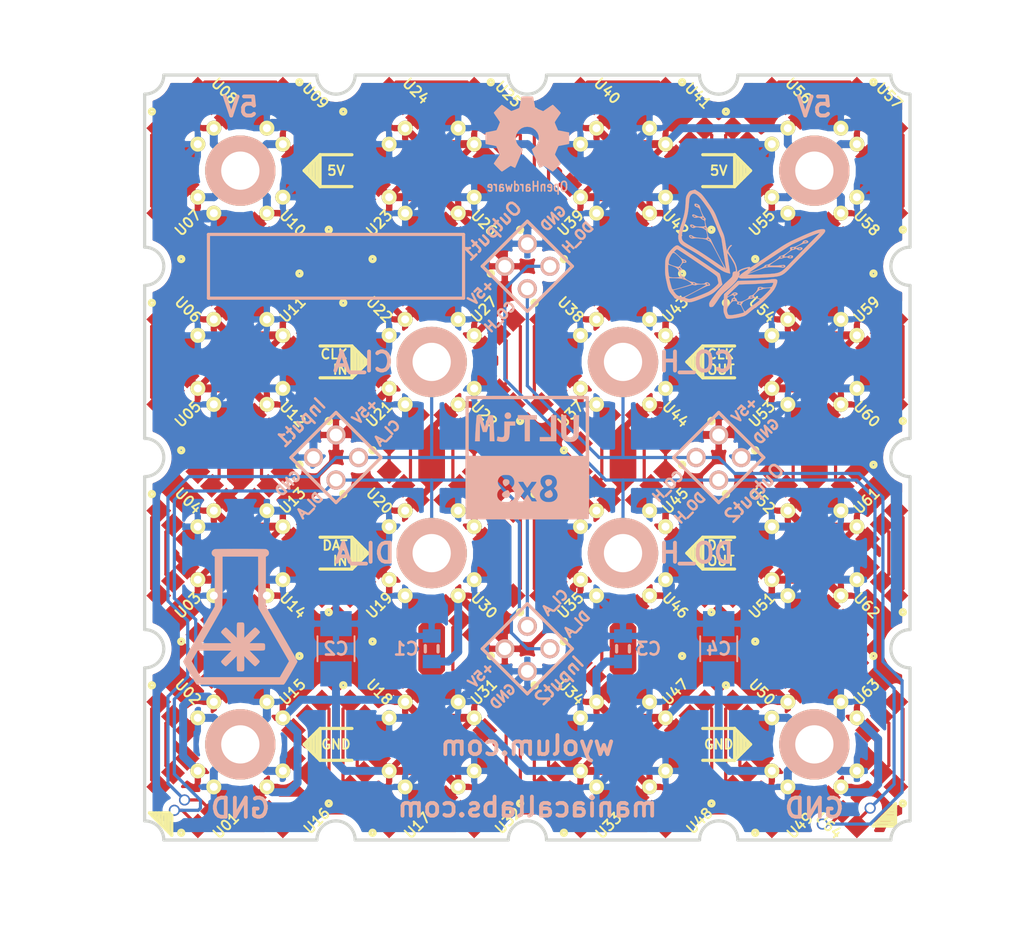
<source format=kicad_pcb>
(kicad_pcb (version 4) (host pcbnew 4.0.5-e0-6337~49~ubuntu16.04.1)
  (title_block (title "ultim8x8 RGB LED panel") (date 2017-01-15) (rev 2.0) (company "WyoManical Labs"))
  (layers (0 Front signal) (31 Back signal) (34 B.Paste user) (35 F.Paste user) (36 B.SilkS user) (37 F.SilkS user) (38 B.Mask user) (39 F.Mask user) (44 Edge.Cuts user))
  (net 0 "")
  (net 1 GND)
  (net 2 "Net-(U01-Pad5)")
  (net 3 "Net-(U01-Pad6)")
  (net 4 "Net-(U02-Pad5)")
  (net 5 "Net-(U02-Pad6)")
  (net 6 "Net-(U03-Pad5)")
  (net 7 "Net-(U03-Pad6)")
  (net 8 "Net-(U04-Pad5)")
  (net 9 "Net-(U04-Pad6)")
  (net 10 "Net-(U05-Pad5)")
  (net 11 "Net-(U05-Pad6)")
  (net 12 "Net-(U06-Pad5)")
  (net 13 "Net-(U06-Pad6)")
  (net 14 "Net-(U07-Pad5)")
  (net 15 "Net-(U07-Pad6)")
  (net 16 "Net-(U09-Pad5)")
  (net 17 "Net-(U09-Pad6)")
  (net 18 "Net-(U10-Pad5)")
  (net 19 "Net-(U10-Pad6)")
  (net 20 "Net-(U11-Pad5)")
  (net 21 "Net-(U11-Pad6)")
  (net 22 "Net-(U12-Pad5)")
  (net 23 "Net-(U12-Pad6)")
  (net 24 "Net-(U13-Pad5)")
  (net 25 "Net-(U13-Pad6)")
  (net 26 "Net-(U14-Pad5)")
  (net 27 "Net-(U14-Pad6)")
  (net 28 "Net-(U15-Pad5)")
  (net 29 "Net-(U15-Pad6)")
  (net 30 "Net-(U17-Pad5)")
  (net 31 "Net-(U17-Pad6)")
  (net 32 "Net-(U18-Pad5)")
  (net 33 "Net-(U18-Pad6)")
  (net 34 "Net-(U19-Pad5)")
  (net 35 "Net-(U19-Pad6)")
  (net 36 "Net-(U20-Pad5)")
  (net 37 "Net-(U20-Pad6)")
  (net 38 "Net-(U21-Pad5)")
  (net 39 "Net-(U21-Pad6)")
  (net 40 "Net-(U22-Pad5)")
  (net 41 "Net-(U22-Pad6)")
  (net 42 "Net-(U23-Pad5)")
  (net 43 "Net-(U23-Pad6)")
  (net 44 "Net-(U25-Pad5)")
  (net 45 "Net-(U25-Pad6)")
  (net 46 "Net-(U26-Pad5)")
  (net 47 "Net-(U26-Pad6)")
  (net 48 "Net-(U27-Pad5)")
  (net 49 "Net-(U27-Pad6)")
  (net 50 "Net-(U28-Pad5)")
  (net 51 "Net-(U28-Pad6)")
  (net 52 "Net-(U29-Pad5)")
  (net 53 "Net-(U29-Pad6)")
  (net 54 "Net-(U30-Pad5)")
  (net 55 "Net-(U30-Pad6)")
  (net 56 "Net-(U31-Pad5)")
  (net 57 "Net-(U31-Pad6)")
  (net 58 "Net-(U33-Pad5)")
  (net 59 "Net-(U33-Pad6)")
  (net 60 "Net-(U34-Pad5)")
  (net 61 "Net-(U34-Pad6)")
  (net 62 "Net-(U35-Pad5)")
  (net 63 "Net-(U35-Pad6)")
  (net 64 "Net-(U36-Pad5)")
  (net 65 "Net-(U36-Pad6)")
  (net 66 "Net-(U37-Pad5)")
  (net 67 "Net-(U37-Pad6)")
  (net 68 "Net-(U38-Pad5)")
  (net 69 "Net-(U38-Pad6)")
  (net 70 "Net-(U39-Pad5)")
  (net 71 "Net-(U39-Pad6)")
  (net 72 "Net-(U41-Pad5)")
  (net 73 "Net-(U41-Pad6)")
  (net 74 "Net-(U42-Pad5)")
  (net 75 "Net-(U42-Pad6)")
  (net 76 "Net-(U43-Pad5)")
  (net 77 "Net-(U43-Pad6)")
  (net 78 "Net-(U44-Pad5)")
  (net 79 "Net-(U44-Pad6)")
  (net 80 "Net-(U45-Pad5)")
  (net 81 "Net-(U45-Pad6)")
  (net 82 "Net-(U46-Pad5)")
  (net 83 "Net-(U46-Pad6)")
  (net 84 "Net-(U47-Pad5)")
  (net 85 "Net-(U47-Pad6)")
  (net 86 "Net-(U49-Pad5)")
  (net 87 "Net-(U49-Pad6)")
  (net 88 "Net-(U50-Pad5)")
  (net 89 "Net-(U50-Pad6)")
  (net 90 "Net-(U51-Pad5)")
  (net 91 "Net-(U51-Pad6)")
  (net 92 "Net-(U52-Pad5)")
  (net 93 "Net-(U52-Pad6)")
  (net 94 "Net-(U53-Pad5)")
  (net 95 "Net-(U53-Pad6)")
  (net 96 "Net-(U54-Pad5)")
  (net 97 "Net-(U54-Pad6)")
  (net 98 "Net-(U55-Pad5)")
  (net 99 "Net-(U55-Pad6)")
  (net 100 "Net-(U57-Pad5)")
  (net 101 "Net-(U57-Pad6)")
  (net 102 "Net-(U58-Pad5)")
  (net 103 "Net-(U58-Pad6)")
  (net 104 "Net-(U59-Pad5)")
  (net 105 "Net-(U59-Pad6)")
  (net 106 "Net-(U60-Pad5)")
  (net 107 "Net-(U60-Pad6)")
  (net 108 "Net-(U61-Pad5)")
  (net 109 "Net-(U61-Pad6)")
  (net 110 "Net-(U62-Pad5)")
  (net 111 "Net-(U62-Pad6)")
  (net 112 "Net-(U63-Pad5)")
  (net 113 "Net-(U63-Pad6)")
  (net 114 /5V)
  (net 115 /DI_A)
  (net 116 /CI_A)
  (net 117 /DO_H)
  (net 118 /CO_H)
  (net 119 /CI_B)
  (net 120 /DI_B)
  (net 121 /CI_C)
  (net 122 /DI_C)
  (net 123 /CI_D)
  (net 124 /DI_D)
  (net 125 /CI_E)
  (net 126 /DI_E)
  (net 127 /CI_F)
  (net 128 /DI_F)
  (net 129 /CI_G)
  (net 130 /DI_G)
  (net 131 /CI_H)
  (net 132 /DI_H)
  (module ultim8x8_libs:c_0805 (layer Back) (at 67.31 74.93 90)
    (fp_text reference C3 (at 0 2.032 180) (layer B.SilkS) (effects (font (size 1.016 1.016) (thickness 0.2032)) (justify mirror)))
    (fp_text value 100nF hide)
    (pad 1 smd rect (at 1.016 0 90) (size 1.0668 1.4224) (layers Back B.Paste B.Mask) (net 1 GND))
    (pad 2 smd rect (at -1.016 0 90) (size 1.0668 1.4224) (layers Back B.Paste B.Mask) (net 114 /5V))
  )
  (module ultim8x8_libs:c_0805 (layer Back) (at 52.07 74.93 90)
    (fp_text reference C1 (at 0 -2.032 180) (layer B.SilkS) (effects (font (size 1.016 1.016) (thickness 0.2032)) (justify mirror)))
    (fp_text value 100nF hide)
    (pad 1 smd rect (at 1.016 0 90) (size 1.0668 1.4224) (layers Back B.Paste B.Mask) (net 1 GND))
    (pad 2 smd rect (at -1.016 0 90) (size 1.0668 1.4224) (layers Back B.Paste B.Mask) (net 114 /5V))
  )
  (module ultim8x8_libs:logo_ultim8x8 (layer Back) (at 59.69 59.69 180)
    (fp_text reference L1 hide)
    (fp_text value ULTiM8x8 hide)
  )
  (module ultim8x8_libs:OSHW_6mm (layer Back) (at 59.69 33.909 180)
    (fp_text reference L2 hide)
    (fp_text value OSHW hide)
    (fp_text user OpenHardware (at 0 -4.191 180) (layer B.SilkS) (effects (font (size 0.762 0.6096) (thickness 0.127)) (justify mirror)))
  )
  (module ultim8x8_libs:logo_wyo_butterfly (layer Back) (at 75.946 44.45 180)
    (fp_text reference L3 hide)
    (fp_text value Wyolum hide)
  )
  (module ultim8x8_libs:logo_MLlabs (layer Back) (at 36.83 72.39 180)
    (fp_text reference L4 hide)
    (fp_text value "Maniacal Labs" hide)
  )
  (module ultim8x8_libs:Screw (layer Back) (at 82.55 82.55)
    (fp_text reference P12 hide)
    (fp_text value GND (at 0 5.08) (layer B.SilkS) (effects (font (thickness 0.3048)) (justify mirror)))
    (pad 1 thru_hole circle (at 0 0) (size 5.6 5.6) (drill 3.048) (layers *.Cu *.SilkS *.Mask) (net 1 GND))
  )
  (module ultim8x8_libs:Screw (layer Back) (at 82.55 36.83)
    (fp_text reference P11 hide)
    (fp_text value 5V (at 0 -5.08) (layer B.SilkS) (effects (font (thickness 0.3048)) (justify mirror)))
    (pad 1 thru_hole circle (at 0 0) (size 5.6 5.6) (drill 3.048) (layers *.Cu *.SilkS *.Mask) (net 114 /5V))
  )
  (module ultim8x8_libs:Screw (layer Back) (at 67.31 67.31)
    (fp_text reference P10 hide)
    (fp_text value DO_H (at 5.842 0) (layer B.SilkS) (effects (font (thickness 0.3048)) (justify mirror)))
    (pad 1 thru_hole circle (at 0 0) (size 5.6 5.6) (drill 3.048) (layers *.Cu *.SilkS *.Mask) (net 117 /DO_H))
  )
  (module ultim8x8_libs:Screw (layer Back) (at 52.07 67.31)
    (fp_text reference P9 hide)
    (fp_text value DI_A (at -5.334 0) (layer B.SilkS) (effects (font (thickness 0.3048)) (justify mirror)))
    (pad 1 thru_hole circle (at 0 0) (size 5.6 5.6) (drill 3.048) (layers *.Cu *.SilkS *.Mask) (net 115 /DI_A))
  )
  (module ultim8x8_libs:Screw (layer Back) (at 36.83 36.83)
    (fp_text reference P3 hide)
    (fp_text value 5V (at 0 -5.08) (layer B.SilkS) (effects (font (thickness 0.3048)) (justify mirror)))
    (pad 1 thru_hole circle (at 0 0) (size 5.6 5.6) (drill 3.048) (layers *.Cu *.SilkS *.Mask) (net 114 /5V))
  )
  (module ultim8x8_libs:Screw (layer Back) (at 36.83 82.55)
    (fp_text reference P4 hide)
    (fp_text value GND (at 0 5.08) (layer B.SilkS) (effects (font (thickness 0.3048)) (justify mirror)))
    (pad 1 thru_hole circle (at 0 0) (size 5.6 5.6) (drill 3.048) (layers *.Cu *.SilkS *.Mask) (net 1 GND))
  )
  (module ultim8x8_libs:Screw (layer Back) (at 52.07 52.07)
    (fp_text reference P7 hide)
    (fp_text value CI_A (at -5.461 0) (layer B.SilkS) (effects (font (thickness 0.3048)) (justify mirror)))
    (pad 1 thru_hole circle (at 0 0) (size 5.6 5.6) (drill 3.048) (layers *.Cu *.SilkS *.Mask) (net 116 /CI_A))
  )
  (module ultim8x8_libs:Screw (layer Back) (at 67.31 52.07)
    (fp_text reference P8 hide)
    (fp_text value CO_H (at 5.842 0) (layer B.SilkS) (effects (font (thickness 0.3048)) (justify mirror)))
    (pad 1 thru_hole circle (at 0 0) (size 5.6 5.6) (drill 3.048) (layers *.Cu *.SilkS *.Mask) (net 118 /CO_H))
  )
  (module ultim8x8_libs:C_1210_HandSoldering (layer Back) (at 44.45 74.93 90)
    (fp_text reference C2 (at 0 0 180) (layer B.SilkS) (effects (font (size 1.016 1.016) (thickness 0.2032)) (justify mirror)))
    (fp_text value "47uF 20V" hide)
    (pad 1 smd rect (at -2 0 90) (size 2 2.5) (layers Back B.Paste B.Mask) (net 114 /5V))
    (pad 2 smd rect (at 2 0 90) (size 2 2.5) (layers Back B.Paste B.Mask) (net 1 GND))
  )
  (module ultim8x8_libs:C_1210_HandSoldering (layer Back) (at 74.93 74.93 90)
    (fp_text reference C4 (at 0 0 180) (layer B.SilkS) (effects (font (size 1.016 1.016) (thickness 0.2032)) (justify mirror)))
    (fp_text value "47uF 20V" hide)
    (pad 1 smd rect (at -2 0 90) (size 2 2.5) (layers Back B.Paste B.Mask) (net 114 /5V))
    (pad 2 smd rect (at 2 0 90) (size 2 2.5) (layers Back B.Paste B.Mask) (net 1 GND))
  )
  (module ultim8x8_libs:APA102 (layer Front) (at 48.26 40.64 45)
    (fp_text reference U23 (at -0.508 0 45) (layer F.SilkS) (effects (font (size 0.8 0.8))))
    (fp_text value APA102 hide)
    (pad 3 smd rect (at 1.6 2.2 135) (size 1.4 1.4) (layers Front F.Paste F.Mask) (net 1 GND) (clearance 0.1))
    (pad 4 smd rect (at 1.6 -2.2 135) (size 1.4 1.4) (layers Front F.Paste F.Mask) (net 114 /5V) (clearance 0.1))
    (pad 5 smd rect (at 0 -2.2 135) (size 1.4 1.3) (layers Front F.Paste F.Mask) (net 42 "Net-(U23-Pad5)") (clearance 0.1))
    (pad 2 smd rect (at 0 2.2 135) (size 1.4 1.3) (layers Front F.Paste F.Mask) (net 40 "Net-(U22-Pad5)") (clearance 0.1))
    (pad 1 smd rect (at -1.6 2.2 135) (size 1.4 1.4) (layers Front F.Paste F.Mask) (net 41 "Net-(U22-Pad6)") (clearance 0.1))
    (pad 6 smd rect (at -1.6 -2.2 135) (size 1.4 1.4) (layers Front F.Paste F.Mask) (net 43 "Net-(U23-Pad6)") (clearance 0.1))
    (pad 3 thru_hole circle (at 1.5 0.9 45) (size 1.2 1.2) (drill 0.635) (layers *.Cu F.SilkS) (net 1 GND))
    (pad 4 thru_hole circle (at 1.5 -0.9 45) (size 1.2 1.2) (drill 0.635) (layers *.Cu F.SilkS) (net 114 /5V))
  )
  (module ultim8x8_libs:APA102 (layer Front) (at 86.36 55.88 135)
    (fp_text reference U60 (at -0.508 0 135) (layer F.SilkS) (effects (font (size 0.8 0.8))))
    (fp_text value APA102 hide)
    (pad 3 smd rect (at 1.6 2.2 225) (size 1.4 1.4) (layers Front F.Paste F.Mask) (net 1 GND) (clearance 0.1))
    (pad 4 smd rect (at 1.6 -2.2 225) (size 1.4 1.4) (layers Front F.Paste F.Mask) (net 114 /5V) (clearance 0.1))
    (pad 5 smd rect (at 0 -2.2 225) (size 1.4 1.3) (layers Front F.Paste F.Mask) (net 106 "Net-(U60-Pad5)") (clearance 0.1))
    (pad 2 smd rect (at 0 2.2 225) (size 1.4 1.3) (layers Front F.Paste F.Mask) (net 104 "Net-(U59-Pad5)") (clearance 0.1))
    (pad 1 smd rect (at -1.6 2.2 225) (size 1.4 1.4) (layers Front F.Paste F.Mask) (net 105 "Net-(U59-Pad6)") (clearance 0.1))
    (pad 6 smd rect (at -1.6 -2.2 225) (size 1.4 1.4) (layers Front F.Paste F.Mask) (net 107 "Net-(U60-Pad6)") (clearance 0.1))
    (pad 3 thru_hole circle (at 1.5 0.9 135) (size 1.2 1.2) (drill 0.635) (layers *.Cu F.SilkS) (net 1 GND))
    (pad 4 thru_hole circle (at 1.5 -0.9 135) (size 1.2 1.2) (drill 0.635) (layers *.Cu F.SilkS) (net 114 /5V))
  )
  (module ultim8x8_libs:APA102 (layer Front) (at 86.36 48.26 225)
    (fp_text reference U59 (at -0.508 0 225) (layer F.SilkS) (effects (font (size 0.8 0.8))))
    (fp_text value APA102 hide)
    (pad 3 smd rect (at 1.6 2.2 315) (size 1.4 1.4) (layers Front F.Paste F.Mask) (net 1 GND) (clearance 0.1))
    (pad 4 smd rect (at 1.6 -2.2 315) (size 1.4 1.4) (layers Front F.Paste F.Mask) (net 114 /5V) (clearance 0.1))
    (pad 5 smd rect (at 0 -2.2 315) (size 1.4 1.3) (layers Front F.Paste F.Mask) (net 104 "Net-(U59-Pad5)") (clearance 0.1))
    (pad 2 smd rect (at 0 2.2 315) (size 1.4 1.3) (layers Front F.Paste F.Mask) (net 102 "Net-(U58-Pad5)") (clearance 0.1))
    (pad 1 smd rect (at -1.6 2.2 315) (size 1.4 1.4) (layers Front F.Paste F.Mask) (net 103 "Net-(U58-Pad6)") (clearance 0.1))
    (pad 6 smd rect (at -1.6 -2.2 315) (size 1.4 1.4) (layers Front F.Paste F.Mask) (net 105 "Net-(U59-Pad6)") (clearance 0.1))
    (pad 3 thru_hole circle (at 1.5 0.9 225) (size 1.2 1.2) (drill 0.635) (layers *.Cu F.SilkS) (net 1 GND))
    (pad 4 thru_hole circle (at 1.5 -0.9 225) (size 1.2 1.2) (drill 0.635) (layers *.Cu F.SilkS) (net 114 /5V))
  )
  (module ultim8x8_libs:APA102 (layer Front) (at 78.74 48.26 315)
    (fp_text reference U54 (at -0.508 0 315) (layer F.SilkS) (effects (font (size 0.8 0.8))))
    (fp_text value APA102 hide)
    (pad 3 smd rect (at 1.6 2.2 45) (size 1.4 1.4) (layers Front F.Paste F.Mask) (net 1 GND) (clearance 0.1))
    (pad 4 smd rect (at 1.6 -2.2 45) (size 1.4 1.4) (layers Front F.Paste F.Mask) (net 114 /5V) (clearance 0.1))
    (pad 5 smd rect (at 0 -2.2 45) (size 1.4 1.3) (layers Front F.Paste F.Mask) (net 96 "Net-(U54-Pad5)") (clearance 0.1))
    (pad 2 smd rect (at 0 2.2 45) (size 1.4 1.3) (layers Front F.Paste F.Mask) (net 94 "Net-(U53-Pad5)") (clearance 0.1))
    (pad 1 smd rect (at -1.6 2.2 45) (size 1.4 1.4) (layers Front F.Paste F.Mask) (net 95 "Net-(U53-Pad6)") (clearance 0.1))
    (pad 6 smd rect (at -1.6 -2.2 45) (size 1.4 1.4) (layers Front F.Paste F.Mask) (net 97 "Net-(U54-Pad6)") (clearance 0.1))
    (pad 3 thru_hole circle (at 1.5 0.9 315) (size 1.2 1.2) (drill 0.635) (layers *.Cu F.SilkS) (net 1 GND))
    (pad 4 thru_hole circle (at 1.5 -0.9 315) (size 1.2 1.2) (drill 0.635) (layers *.Cu F.SilkS) (net 114 /5V))
  )
  (module ultim8x8_libs:APA102 (layer Front) (at 78.74 55.88 45)
    (fp_text reference U53 (at -0.508 0 45) (layer F.SilkS) (effects (font (size 0.8 0.8))))
    (fp_text value APA102 hide)
    (pad 3 smd rect (at 1.6 2.2 135) (size 1.4 1.4) (layers Front F.Paste F.Mask) (net 1 GND) (clearance 0.1))
    (pad 4 smd rect (at 1.6 -2.2 135) (size 1.4 1.4) (layers Front F.Paste F.Mask) (net 114 /5V) (clearance 0.1))
    (pad 5 smd rect (at 0 -2.2 135) (size 1.4 1.3) (layers Front F.Paste F.Mask) (net 94 "Net-(U53-Pad5)") (clearance 0.1))
    (pad 2 smd rect (at 0 2.2 135) (size 1.4 1.3) (layers Front F.Paste F.Mask) (net 92 "Net-(U52-Pad5)") (clearance 0.1))
    (pad 1 smd rect (at -1.6 2.2 135) (size 1.4 1.4) (layers Front F.Paste F.Mask) (net 93 "Net-(U52-Pad6)") (clearance 0.1))
    (pad 6 smd rect (at -1.6 -2.2 135) (size 1.4 1.4) (layers Front F.Paste F.Mask) (net 95 "Net-(U53-Pad6)") (clearance 0.1))
    (pad 3 thru_hole circle (at 1.5 0.9 45) (size 1.2 1.2) (drill 0.635) (layers *.Cu F.SilkS) (net 1 GND))
    (pad 4 thru_hole circle (at 1.5 -0.9 45) (size 1.2 1.2) (drill 0.635) (layers *.Cu F.SilkS) (net 114 /5V))
  )
  (module ultim8x8_libs:APA102 (layer Front) (at 63.5 48.26 315)
    (fp_text reference U38 (at -0.508 0 315) (layer F.SilkS) (effects (font (size 0.8 0.8))))
    (fp_text value APA102 hide)
    (pad 3 smd rect (at 1.6 2.2 45) (size 1.4 1.4) (layers Front F.Paste F.Mask) (net 1 GND) (clearance 0.1))
    (pad 4 smd rect (at 1.6 -2.2 45) (size 1.4 1.4) (layers Front F.Paste F.Mask) (net 114 /5V) (clearance 0.1))
    (pad 5 smd rect (at 0 -2.2 45) (size 1.4 1.3) (layers Front F.Paste F.Mask) (net 68 "Net-(U38-Pad5)") (clearance 0.1))
    (pad 2 smd rect (at 0 2.2 45) (size 1.4 1.3) (layers Front F.Paste F.Mask) (net 66 "Net-(U37-Pad5)") (clearance 0.1))
    (pad 1 smd rect (at -1.6 2.2 45) (size 1.4 1.4) (layers Front F.Paste F.Mask) (net 67 "Net-(U37-Pad6)") (clearance 0.1))
    (pad 6 smd rect (at -1.6 -2.2 45) (size 1.4 1.4) (layers Front F.Paste F.Mask) (net 69 "Net-(U38-Pad6)") (clearance 0.1))
    (pad 3 thru_hole circle (at 1.5 0.9 315) (size 1.2 1.2) (drill 0.635) (layers *.Cu F.SilkS) (net 1 GND))
    (pad 4 thru_hole circle (at 1.5 -0.9 315) (size 1.2 1.2) (drill 0.635) (layers *.Cu F.SilkS) (net 114 /5V))
  )
  (module ultim8x8_libs:APA102 (layer Front) (at 48.26 71.12 45)
    (fp_text reference U19 (at -0.508 0 45) (layer F.SilkS) (effects (font (size 0.8 0.8))))
    (fp_text value APA102 hide)
    (pad 3 smd rect (at 1.6 2.2 135) (size 1.4 1.4) (layers Front F.Paste F.Mask) (net 1 GND) (clearance 0.1))
    (pad 4 smd rect (at 1.6 -2.2 135) (size 1.4 1.4) (layers Front F.Paste F.Mask) (net 114 /5V) (clearance 0.1))
    (pad 5 smd rect (at 0 -2.2 135) (size 1.4 1.3) (layers Front F.Paste F.Mask) (net 34 "Net-(U19-Pad5)") (clearance 0.1))
    (pad 2 smd rect (at 0 2.2 135) (size 1.4 1.3) (layers Front F.Paste F.Mask) (net 32 "Net-(U18-Pad5)") (clearance 0.1))
    (pad 1 smd rect (at -1.6 2.2 135) (size 1.4 1.4) (layers Front F.Paste F.Mask) (net 33 "Net-(U18-Pad6)") (clearance 0.1))
    (pad 6 smd rect (at -1.6 -2.2 135) (size 1.4 1.4) (layers Front F.Paste F.Mask) (net 35 "Net-(U19-Pad6)") (clearance 0.1))
    (pad 3 thru_hole circle (at 1.5 0.9 45) (size 1.2 1.2) (drill 0.635) (layers *.Cu F.SilkS) (net 1 GND))
    (pad 4 thru_hole circle (at 1.5 -0.9 45) (size 1.2 1.2) (drill 0.635) (layers *.Cu F.SilkS) (net 114 /5V))
  )
  (module ultim8x8_libs:APA102 (layer Front) (at 40.64 55.88 135)
    (fp_text reference U12 (at -0.508 0 135) (layer F.SilkS) (effects (font (size 0.8 0.8))))
    (fp_text value APA102 hide)
    (pad 3 smd rect (at 1.6 2.2 225) (size 1.4 1.4) (layers Front F.Paste F.Mask) (net 1 GND) (clearance 0.1))
    (pad 4 smd rect (at 1.6 -2.2 225) (size 1.4 1.4) (layers Front F.Paste F.Mask) (net 114 /5V) (clearance 0.1))
    (pad 5 smd rect (at 0 -2.2 225) (size 1.4 1.3) (layers Front F.Paste F.Mask) (net 22 "Net-(U12-Pad5)") (clearance 0.1))
    (pad 2 smd rect (at 0 2.2 225) (size 1.4 1.3) (layers Front F.Paste F.Mask) (net 20 "Net-(U11-Pad5)") (clearance 0.1))
    (pad 1 smd rect (at -1.6 2.2 225) (size 1.4 1.4) (layers Front F.Paste F.Mask) (net 21 "Net-(U11-Pad6)") (clearance 0.1))
    (pad 6 smd rect (at -1.6 -2.2 225) (size 1.4 1.4) (layers Front F.Paste F.Mask) (net 23 "Net-(U12-Pad6)") (clearance 0.1))
    (pad 3 thru_hole circle (at 1.5 0.9 135) (size 1.2 1.2) (drill 0.635) (layers *.Cu F.SilkS) (net 1 GND))
    (pad 4 thru_hole circle (at 1.5 -0.9 135) (size 1.2 1.2) (drill 0.635) (layers *.Cu F.SilkS) (net 114 /5V))
  )
  (module ultim8x8_libs:APA102 (layer Front) (at 40.64 48.26 225)
    (fp_text reference U11 (at -0.508 0 225) (layer F.SilkS) (effects (font (size 0.8 0.8))))
    (fp_text value APA102 hide)
    (pad 3 smd rect (at 1.6 2.2 315) (size 1.4 1.4) (layers Front F.Paste F.Mask) (net 1 GND) (clearance 0.1))
    (pad 4 smd rect (at 1.6 -2.2 315) (size 1.4 1.4) (layers Front F.Paste F.Mask) (net 114 /5V) (clearance 0.1))
    (pad 5 smd rect (at 0 -2.2 315) (size 1.4 1.3) (layers Front F.Paste F.Mask) (net 20 "Net-(U11-Pad5)") (clearance 0.1))
    (pad 2 smd rect (at 0 2.2 315) (size 1.4 1.3) (layers Front F.Paste F.Mask) (net 18 "Net-(U10-Pad5)") (clearance 0.1))
    (pad 1 smd rect (at -1.6 2.2 315) (size 1.4 1.4) (layers Front F.Paste F.Mask) (net 19 "Net-(U10-Pad6)") (clearance 0.1))
    (pad 6 smd rect (at -1.6 -2.2 315) (size 1.4 1.4) (layers Front F.Paste F.Mask) (net 21 "Net-(U11-Pad6)") (clearance 0.1))
    (pad 3 thru_hole circle (at 1.5 0.9 225) (size 1.2 1.2) (drill 0.635) (layers *.Cu F.SilkS) (net 1 GND))
    (pad 4 thru_hole circle (at 1.5 -0.9 225) (size 1.2 1.2) (drill 0.635) (layers *.Cu F.SilkS) (net 114 /5V))
  )
  (module ultim8x8_libs:APA102 (layer Front) (at 33.02 48.26 315)
    (fp_text reference U06 (at -0.508 0 315) (layer F.SilkS) (effects (font (size 0.8 0.8))))
    (fp_text value APA102 hide)
    (pad 3 smd rect (at 1.6 2.2 45) (size 1.4 1.4) (layers Front F.Paste F.Mask) (net 1 GND) (clearance 0.1))
    (pad 4 smd rect (at 1.6 -2.2 45) (size 1.4 1.4) (layers Front F.Paste F.Mask) (net 114 /5V) (clearance 0.1))
    (pad 5 smd rect (at 0 -2.2 45) (size 1.4 1.3) (layers Front F.Paste F.Mask) (net 12 "Net-(U06-Pad5)") (clearance 0.1))
    (pad 2 smd rect (at 0 2.2 45) (size 1.4 1.3) (layers Front F.Paste F.Mask) (net 10 "Net-(U05-Pad5)") (clearance 0.1))
    (pad 1 smd rect (at -1.6 2.2 45) (size 1.4 1.4) (layers Front F.Paste F.Mask) (net 11 "Net-(U05-Pad6)") (clearance 0.1))
    (pad 6 smd rect (at -1.6 -2.2 45) (size 1.4 1.4) (layers Front F.Paste F.Mask) (net 13 "Net-(U06-Pad6)") (clearance 0.1))
    (pad 3 thru_hole circle (at 1.5 0.9 315) (size 1.2 1.2) (drill 0.635) (layers *.Cu F.SilkS) (net 1 GND))
    (pad 4 thru_hole circle (at 1.5 -0.9 315) (size 1.2 1.2) (drill 0.635) (layers *.Cu F.SilkS) (net 114 /5V))
  )
  (module ultim8x8_libs:APA102 (layer Front) (at 33.02 55.88 45)
    (fp_text reference U05 (at -0.508 0 45) (layer F.SilkS) (effects (font (size 0.8 0.8))))
    (fp_text value APA102 hide)
    (pad 3 smd rect (at 1.6 2.2 135) (size 1.4 1.4) (layers Front F.Paste F.Mask) (net 1 GND) (clearance 0.1))
    (pad 4 smd rect (at 1.6 -2.2 135) (size 1.4 1.4) (layers Front F.Paste F.Mask) (net 114 /5V) (clearance 0.1))
    (pad 5 smd rect (at 0 -2.2 135) (size 1.4 1.3) (layers Front F.Paste F.Mask) (net 10 "Net-(U05-Pad5)") (clearance 0.1))
    (pad 2 smd rect (at 0 2.2 135) (size 1.4 1.3) (layers Front F.Paste F.Mask) (net 8 "Net-(U04-Pad5)") (clearance 0.1))
    (pad 1 smd rect (at -1.6 2.2 135) (size 1.4 1.4) (layers Front F.Paste F.Mask) (net 9 "Net-(U04-Pad6)") (clearance 0.1))
    (pad 6 smd rect (at -1.6 -2.2 135) (size 1.4 1.4) (layers Front F.Paste F.Mask) (net 11 "Net-(U05-Pad6)") (clearance 0.1))
    (pad 3 thru_hole circle (at 1.5 0.9 45) (size 1.2 1.2) (drill 0.635) (layers *.Cu F.SilkS) (net 1 GND))
    (pad 4 thru_hole circle (at 1.5 -0.9 45) (size 1.2 1.2) (drill 0.635) (layers *.Cu F.SilkS) (net 114 /5V))
  )
  (module ultim8x8_libs:APA102 (layer Front) (at 86.36 71.12 135)
    (fp_text reference U62 (at -0.508 0 135) (layer F.SilkS) (effects (font (size 0.8 0.8))))
    (fp_text value APA102 hide)
    (pad 3 smd rect (at 1.6 2.2 225) (size 1.4 1.4) (layers Front F.Paste F.Mask) (net 1 GND) (clearance 0.1))
    (pad 4 smd rect (at 1.6 -2.2 225) (size 1.4 1.4) (layers Front F.Paste F.Mask) (net 114 /5V) (clearance 0.1))
    (pad 5 smd rect (at 0 -2.2 225) (size 1.4 1.3) (layers Front F.Paste F.Mask) (net 110 "Net-(U62-Pad5)") (clearance 0.1))
    (pad 2 smd rect (at 0 2.2 225) (size 1.4 1.3) (layers Front F.Paste F.Mask) (net 108 "Net-(U61-Pad5)") (clearance 0.1))
    (pad 1 smd rect (at -1.6 2.2 225) (size 1.4 1.4) (layers Front F.Paste F.Mask) (net 109 "Net-(U61-Pad6)") (clearance 0.1))
    (pad 6 smd rect (at -1.6 -2.2 225) (size 1.4 1.4) (layers Front F.Paste F.Mask) (net 111 "Net-(U62-Pad6)") (clearance 0.1))
    (pad 3 thru_hole circle (at 1.5 0.9 135) (size 1.2 1.2) (drill 0.635) (layers *.Cu F.SilkS) (net 1 GND))
    (pad 4 thru_hole circle (at 1.5 -0.9 135) (size 1.2 1.2) (drill 0.635) (layers *.Cu F.SilkS) (net 114 /5V))
  )
  (module ultim8x8_libs:APA102 (layer Front) (at 86.36 63.5 225)
    (fp_text reference U61 (at -0.508 0 225) (layer F.SilkS) (effects (font (size 0.8 0.8))))
    (fp_text value APA102 hide)
    (pad 3 smd rect (at 1.6 2.2 315) (size 1.4 1.4) (layers Front F.Paste F.Mask) (net 1 GND) (clearance 0.1))
    (pad 4 smd rect (at 1.6 -2.2 315) (size 1.4 1.4) (layers Front F.Paste F.Mask) (net 114 /5V) (clearance 0.1))
    (pad 5 smd rect (at 0 -2.2 315) (size 1.4 1.3) (layers Front F.Paste F.Mask) (net 108 "Net-(U61-Pad5)") (clearance 0.1))
    (pad 2 smd rect (at 0 2.2 315) (size 1.4 1.3) (layers Front F.Paste F.Mask) (net 106 "Net-(U60-Pad5)") (clearance 0.1))
    (pad 1 smd rect (at -1.6 2.2 315) (size 1.4 1.4) (layers Front F.Paste F.Mask) (net 107 "Net-(U60-Pad6)") (clearance 0.1))
    (pad 6 smd rect (at -1.6 -2.2 315) (size 1.4 1.4) (layers Front F.Paste F.Mask) (net 109 "Net-(U61-Pad6)") (clearance 0.1))
    (pad 3 thru_hole circle (at 1.5 0.9 225) (size 1.2 1.2) (drill 0.635) (layers *.Cu F.SilkS) (net 1 GND))
    (pad 4 thru_hole circle (at 1.5 -0.9 225) (size 1.2 1.2) (drill 0.635) (layers *.Cu F.SilkS) (net 114 /5V))
  )
  (module ultim8x8_libs:APA102 (layer Front) (at 86.36 40.64 135)
    (fp_text reference U58 (at -0.508 0 135) (layer F.SilkS) (effects (font (size 0.8 0.8))))
    (fp_text value APA102 hide)
    (pad 3 smd rect (at 1.6 2.2 225) (size 1.4 1.4) (layers Front F.Paste F.Mask) (net 1 GND) (clearance 0.1))
    (pad 4 smd rect (at 1.6 -2.2 225) (size 1.4 1.4) (layers Front F.Paste F.Mask) (net 114 /5V) (clearance 0.1))
    (pad 5 smd rect (at 0 -2.2 225) (size 1.4 1.3) (layers Front F.Paste F.Mask) (net 102 "Net-(U58-Pad5)") (clearance 0.1))
    (pad 2 smd rect (at 0 2.2 225) (size 1.4 1.3) (layers Front F.Paste F.Mask) (net 100 "Net-(U57-Pad5)") (clearance 0.1))
    (pad 1 smd rect (at -1.6 2.2 225) (size 1.4 1.4) (layers Front F.Paste F.Mask) (net 101 "Net-(U57-Pad6)") (clearance 0.1))
    (pad 6 smd rect (at -1.6 -2.2 225) (size 1.4 1.4) (layers Front F.Paste F.Mask) (net 103 "Net-(U58-Pad6)") (clearance 0.1))
    (pad 3 thru_hole circle (at 1.5 0.9 135) (size 1.2 1.2) (drill 0.635) (layers *.Cu F.SilkS) (net 1 GND))
    (pad 4 thru_hole circle (at 1.5 -0.9 135) (size 1.2 1.2) (drill 0.635) (layers *.Cu F.SilkS) (net 114 /5V))
  )
  (module ultim8x8_libs:APA102 (layer Front) (at 86.36 33.02 225)
    (fp_text reference U57 (at -3.053287 0 315) (layer F.SilkS) (effects (font (size 0.8 0.8))))
    (fp_text value APA102 hide)
    (pad 3 smd rect (at 1.6 2.2 315) (size 1.4 1.4) (layers Front F.Paste F.Mask) (net 1 GND) (clearance 0.1))
    (pad 4 smd rect (at 1.6 -2.2 315) (size 1.4 1.4) (layers Front F.Paste F.Mask) (net 114 /5V) (clearance 0.1))
    (pad 5 smd rect (at 0 -2.2 315) (size 1.4 1.3) (layers Front F.Paste F.Mask) (net 100 "Net-(U57-Pad5)") (clearance 0.1))
    (pad 2 smd rect (at 0 2.2 315) (size 1.4 1.3) (layers Front F.Paste F.Mask) (net 131 /CI_H) (clearance 0.1))
    (pad 1 smd rect (at -1.6 2.2 315) (size 1.4 1.4) (layers Front F.Paste F.Mask) (net 132 /DI_H) (clearance 0.1))
    (pad 6 smd rect (at -1.6 -2.2 315) (size 1.4 1.4) (layers Front F.Paste F.Mask) (net 101 "Net-(U57-Pad6)") (clearance 0.1))
    (pad 3 thru_hole circle (at 1.5 0.9 225) (size 1.2 1.2) (drill 0.635) (layers *.Cu F.SilkS) (net 1 GND))
    (pad 4 thru_hole circle (at 1.5 -0.9 225) (size 1.2 1.2) (drill 0.635) (layers *.Cu F.SilkS) (net 114 /5V))
  )
  (module ultim8x8_libs:APA102 (layer Front) (at 78.74 33.02 315)
    (fp_text reference U56 (at 0 -3.592102 315) (layer F.SilkS) (effects (font (size 0.8 0.8))))
    (fp_text value APA102 hide)
    (pad 3 smd rect (at 1.6 2.2 45) (size 1.4 1.4) (layers Front F.Paste F.Mask) (net 1 GND) (clearance 0.1))
    (pad 4 smd rect (at 1.6 -2.2 45) (size 1.4 1.4) (layers Front F.Paste F.Mask) (net 114 /5V) (clearance 0.1))
    (pad 5 smd rect (at 0 -2.2 45) (size 1.4 1.3) (layers Front F.Paste F.Mask) (net 131 /CI_H) (clearance 0.1))
    (pad 2 smd rect (at 0 2.2 45) (size 1.4 1.3) (layers Front F.Paste F.Mask) (net 98 "Net-(U55-Pad5)") (clearance 0.1))
    (pad 1 smd rect (at -1.6 2.2 45) (size 1.4 1.4) (layers Front F.Paste F.Mask) (net 99 "Net-(U55-Pad6)") (clearance 0.1))
    (pad 6 smd rect (at -1.6 -2.2 45) (size 1.4 1.4) (layers Front F.Paste F.Mask) (net 132 /DI_H) (clearance 0.1))
    (pad 3 thru_hole circle (at 1.5 0.9 315) (size 1.2 1.2) (drill 0.635) (layers *.Cu F.SilkS) (net 1 GND))
    (pad 4 thru_hole circle (at 1.5 -0.9 315) (size 1.2 1.2) (drill 0.635) (layers *.Cu F.SilkS) (net 114 /5V))
  )
  (module ultim8x8_libs:APA102 (layer Front) (at 78.74 40.64 45)
    (fp_text reference U55 (at -0.508 0 45) (layer F.SilkS) (effects (font (size 0.8 0.8))))
    (fp_text value APA102 hide)
    (pad 3 smd rect (at 1.6 2.2 135) (size 1.4 1.4) (layers Front F.Paste F.Mask) (net 1 GND) (clearance 0.1))
    (pad 4 smd rect (at 1.6 -2.2 135) (size 1.4 1.4) (layers Front F.Paste F.Mask) (net 114 /5V) (clearance 0.1))
    (pad 5 smd rect (at 0 -2.2 135) (size 1.4 1.3) (layers Front F.Paste F.Mask) (net 98 "Net-(U55-Pad5)") (clearance 0.1))
    (pad 2 smd rect (at 0 2.2 135) (size 1.4 1.3) (layers Front F.Paste F.Mask) (net 96 "Net-(U54-Pad5)") (clearance 0.1))
    (pad 1 smd rect (at -1.6 2.2 135) (size 1.4 1.4) (layers Front F.Paste F.Mask) (net 97 "Net-(U54-Pad6)") (clearance 0.1))
    (pad 6 smd rect (at -1.6 -2.2 135) (size 1.4 1.4) (layers Front F.Paste F.Mask) (net 99 "Net-(U55-Pad6)") (clearance 0.1))
    (pad 3 thru_hole circle (at 1.5 0.9 45) (size 1.2 1.2) (drill 0.635) (layers *.Cu F.SilkS) (net 1 GND))
    (pad 4 thru_hole circle (at 1.5 -0.9 45) (size 1.2 1.2) (drill 0.635) (layers *.Cu F.SilkS) (net 114 /5V))
  )
  (module ultim8x8_libs:APA102 (layer Front) (at 78.74 63.5 315)
    (fp_text reference U52 (at -0.508 0 315) (layer F.SilkS) (effects (font (size 0.8 0.8))))
    (fp_text value APA102 hide)
    (pad 3 smd rect (at 1.6 2.2 45) (size 1.4 1.4) (layers Front F.Paste F.Mask) (net 1 GND) (clearance 0.1))
    (pad 4 smd rect (at 1.6 -2.2 45) (size 1.4 1.4) (layers Front F.Paste F.Mask) (net 114 /5V) (clearance 0.1))
    (pad 5 smd rect (at 0 -2.2 45) (size 1.4 1.3) (layers Front F.Paste F.Mask) (net 92 "Net-(U52-Pad5)") (clearance 0.1))
    (pad 2 smd rect (at 0 2.2 45) (size 1.4 1.3) (layers Front F.Paste F.Mask) (net 90 "Net-(U51-Pad5)") (clearance 0.1))
    (pad 1 smd rect (at -1.6 2.2 45) (size 1.4 1.4) (layers Front F.Paste F.Mask) (net 91 "Net-(U51-Pad6)") (clearance 0.1))
    (pad 6 smd rect (at -1.6 -2.2 45) (size 1.4 1.4) (layers Front F.Paste F.Mask) (net 93 "Net-(U52-Pad6)") (clearance 0.1))
    (pad 3 thru_hole circle (at 1.5 0.9 315) (size 1.2 1.2) (drill 0.635) (layers *.Cu F.SilkS) (net 1 GND))
    (pad 4 thru_hole circle (at 1.5 -0.9 315) (size 1.2 1.2) (drill 0.635) (layers *.Cu F.SilkS) (net 114 /5V))
  )
  (module ultim8x8_libs:APA102 (layer Front) (at 78.74 71.12 45)
    (fp_text reference U51 (at -0.508 0 45) (layer F.SilkS) (effects (font (size 0.8 0.8))))
    (fp_text value APA102 hide)
    (pad 3 smd rect (at 1.6 2.2 135) (size 1.4 1.4) (layers Front F.Paste F.Mask) (net 1 GND) (clearance 0.1))
    (pad 4 smd rect (at 1.6 -2.2 135) (size 1.4 1.4) (layers Front F.Paste F.Mask) (net 114 /5V) (clearance 0.1))
    (pad 5 smd rect (at 0 -2.2 135) (size 1.4 1.3) (layers Front F.Paste F.Mask) (net 90 "Net-(U51-Pad5)") (clearance 0.1))
    (pad 2 smd rect (at 0 2.2 135) (size 1.4 1.3) (layers Front F.Paste F.Mask) (net 88 "Net-(U50-Pad5)") (clearance 0.1))
    (pad 1 smd rect (at -1.6 2.2 135) (size 1.4 1.4) (layers Front F.Paste F.Mask) (net 89 "Net-(U50-Pad6)") (clearance 0.1))
    (pad 6 smd rect (at -1.6 -2.2 135) (size 1.4 1.4) (layers Front F.Paste F.Mask) (net 91 "Net-(U51-Pad6)") (clearance 0.1))
    (pad 3 thru_hole circle (at 1.5 0.9 45) (size 1.2 1.2) (drill 0.635) (layers *.Cu F.SilkS) (net 1 GND))
    (pad 4 thru_hole circle (at 1.5 -0.9 45) (size 1.2 1.2) (drill 0.635) (layers *.Cu F.SilkS) (net 114 /5V))
  )
  (module ultim8x8_libs:APA102 (layer Front) (at 78.74 78.74 315)
    (fp_text reference U50 (at -0.508 0 315) (layer F.SilkS) (effects (font (size 0.8 0.8))))
    (fp_text value APA102 hide)
    (pad 3 smd rect (at 1.6 2.2 45) (size 1.4 1.4) (layers Front F.Paste F.Mask) (net 1 GND) (clearance 0.1))
    (pad 4 smd rect (at 1.6 -2.2 45) (size 1.4 1.4) (layers Front F.Paste F.Mask) (net 114 /5V) (clearance 0.1))
    (pad 5 smd rect (at 0 -2.2 45) (size 1.4 1.3) (layers Front F.Paste F.Mask) (net 88 "Net-(U50-Pad5)") (clearance 0.1))
    (pad 2 smd rect (at 0 2.2 45) (size 1.4 1.3) (layers Front F.Paste F.Mask) (net 86 "Net-(U49-Pad5)") (clearance 0.1))
    (pad 1 smd rect (at -1.6 2.2 45) (size 1.4 1.4) (layers Front F.Paste F.Mask) (net 87 "Net-(U49-Pad6)") (clearance 0.1))
    (pad 6 smd rect (at -1.6 -2.2 45) (size 1.4 1.4) (layers Front F.Paste F.Mask) (net 89 "Net-(U50-Pad6)") (clearance 0.1))
    (pad 3 thru_hole circle (at 1.5 0.9 315) (size 1.2 1.2) (drill 0.635) (layers *.Cu F.SilkS) (net 1 GND))
    (pad 4 thru_hole circle (at 1.5 -0.9 315) (size 1.2 1.2) (drill 0.635) (layers *.Cu F.SilkS) (net 114 /5V))
  )
  (module ultim8x8_libs:APA102 (layer Front) (at 71.12 78.74 225)
    (fp_text reference U47 (at -0.508 0 225) (layer F.SilkS) (effects (font (size 0.8 0.8))))
    (fp_text value APA102 hide)
    (pad 3 smd rect (at 1.6 2.2 315) (size 1.4 1.4) (layers Front F.Paste F.Mask) (net 1 GND) (clearance 0.1))
    (pad 4 smd rect (at 1.6 -2.2 315) (size 1.4 1.4) (layers Front F.Paste F.Mask) (net 114 /5V) (clearance 0.1))
    (pad 5 smd rect (at 0 -2.2 315) (size 1.4 1.3) (layers Front F.Paste F.Mask) (net 84 "Net-(U47-Pad5)") (clearance 0.1))
    (pad 2 smd rect (at 0 2.2 315) (size 1.4 1.3) (layers Front F.Paste F.Mask) (net 82 "Net-(U46-Pad5)") (clearance 0.1))
    (pad 1 smd rect (at -1.6 2.2 315) (size 1.4 1.4) (layers Front F.Paste F.Mask) (net 83 "Net-(U46-Pad6)") (clearance 0.1))
    (pad 6 smd rect (at -1.6 -2.2 315) (size 1.4 1.4) (layers Front F.Paste F.Mask) (net 85 "Net-(U47-Pad6)") (clearance 0.1))
    (pad 3 thru_hole circle (at 1.5 0.9 225) (size 1.2 1.2) (drill 0.635) (layers *.Cu F.SilkS) (net 1 GND))
    (pad 4 thru_hole circle (at 1.5 -0.9 225) (size 1.2 1.2) (drill 0.635) (layers *.Cu F.SilkS) (net 114 /5V))
  )
  (module ultim8x8_libs:APA102 (layer Front) (at 71.12 71.12 135)
    (fp_text reference U46 (at -0.508 0 135) (layer F.SilkS) (effects (font (size 0.8 0.8))))
    (fp_text value APA102 hide)
    (pad 3 smd rect (at 1.6 2.2 225) (size 1.4 1.4) (layers Front F.Paste F.Mask) (net 1 GND) (clearance 0.1))
    (pad 4 smd rect (at 1.6 -2.2 225) (size 1.4 1.4) (layers Front F.Paste F.Mask) (net 114 /5V) (clearance 0.1))
    (pad 5 smd rect (at 0 -2.2 225) (size 1.4 1.3) (layers Front F.Paste F.Mask) (net 82 "Net-(U46-Pad5)") (clearance 0.1))
    (pad 2 smd rect (at 0 2.2 225) (size 1.4 1.3) (layers Front F.Paste F.Mask) (net 80 "Net-(U45-Pad5)") (clearance 0.1))
    (pad 1 smd rect (at -1.6 2.2 225) (size 1.4 1.4) (layers Front F.Paste F.Mask) (net 81 "Net-(U45-Pad6)") (clearance 0.1))
    (pad 6 smd rect (at -1.6 -2.2 225) (size 1.4 1.4) (layers Front F.Paste F.Mask) (net 83 "Net-(U46-Pad6)") (clearance 0.1))
    (pad 3 thru_hole circle (at 1.5 0.9 135) (size 1.2 1.2) (drill 0.635) (layers *.Cu F.SilkS) (net 1 GND))
    (pad 4 thru_hole circle (at 1.5 -0.9 135) (size 1.2 1.2) (drill 0.635) (layers *.Cu F.SilkS) (net 114 /5V))
  )
  (module ultim8x8_libs:APA102 (layer Front) (at 71.12 63.5 225)
    (fp_text reference U45 (at -0.508 0 225) (layer F.SilkS) (effects (font (size 0.8 0.8))))
    (fp_text value APA102 hide)
    (pad 3 smd rect (at 1.6 2.2 315) (size 1.4 1.4) (layers Front F.Paste F.Mask) (net 1 GND) (clearance 0.1))
    (pad 4 smd rect (at 1.6 -2.2 315) (size 1.4 1.4) (layers Front F.Paste F.Mask) (net 114 /5V) (clearance 0.1))
    (pad 5 smd rect (at 0 -2.2 315) (size 1.4 1.3) (layers Front F.Paste F.Mask) (net 80 "Net-(U45-Pad5)") (clearance 0.1))
    (pad 2 smd rect (at 0 2.2 315) (size 1.4 1.3) (layers Front F.Paste F.Mask) (net 78 "Net-(U44-Pad5)") (clearance 0.1))
    (pad 1 smd rect (at -1.6 2.2 315) (size 1.4 1.4) (layers Front F.Paste F.Mask) (net 79 "Net-(U44-Pad6)") (clearance 0.1))
    (pad 6 smd rect (at -1.6 -2.2 315) (size 1.4 1.4) (layers Front F.Paste F.Mask) (net 81 "Net-(U45-Pad6)") (clearance 0.1))
    (pad 3 thru_hole circle (at 1.5 0.9 225) (size 1.2 1.2) (drill 0.635) (layers *.Cu F.SilkS) (net 1 GND))
    (pad 4 thru_hole circle (at 1.5 -0.9 225) (size 1.2 1.2) (drill 0.635) (layers *.Cu F.SilkS) (net 114 /5V))
  )
  (module ultim8x8_libs:APA102 (layer Front) (at 71.12 55.88 135)
    (fp_text reference U44 (at -0.508 0 135) (layer F.SilkS) (effects (font (size 0.8 0.8))))
    (fp_text value APA102 hide)
    (pad 3 smd rect (at 1.6 2.2 225) (size 1.4 1.4) (layers Front F.Paste F.Mask) (net 1 GND) (clearance 0.1))
    (pad 4 smd rect (at 1.6 -2.2 225) (size 1.4 1.4) (layers Front F.Paste F.Mask) (net 114 /5V) (clearance 0.1))
    (pad 5 smd rect (at 0 -2.2 225) (size 1.4 1.3) (layers Front F.Paste F.Mask) (net 78 "Net-(U44-Pad5)") (clearance 0.1))
    (pad 2 smd rect (at 0 2.2 225) (size 1.4 1.3) (layers Front F.Paste F.Mask) (net 76 "Net-(U43-Pad5)") (clearance 0.1))
    (pad 1 smd rect (at -1.6 2.2 225) (size 1.4 1.4) (layers Front F.Paste F.Mask) (net 77 "Net-(U43-Pad6)") (clearance 0.1))
    (pad 6 smd rect (at -1.6 -2.2 225) (size 1.4 1.4) (layers Front F.Paste F.Mask) (net 79 "Net-(U44-Pad6)") (clearance 0.1))
    (pad 3 thru_hole circle (at 1.5 0.9 135) (size 1.2 1.2) (drill 0.635) (layers *.Cu F.SilkS) (net 1 GND))
    (pad 4 thru_hole circle (at 1.5 -0.9 135) (size 1.2 1.2) (drill 0.635) (layers *.Cu F.SilkS) (net 114 /5V))
  )
  (module ultim8x8_libs:APA102 (layer Front) (at 71.12 40.64 135)
    (fp_text reference U42 (at -0.508 0 135) (layer F.SilkS) (effects (font (size 0.8 0.8))))
    (fp_text value APA102 hide)
    (pad 3 smd rect (at 1.6 2.2 225) (size 1.4 1.4) (layers Front F.Paste F.Mask) (net 1 GND) (clearance 0.1))
    (pad 4 smd rect (at 1.6 -2.2 225) (size 1.4 1.4) (layers Front F.Paste F.Mask) (net 114 /5V) (clearance 0.1))
    (pad 5 smd rect (at 0 -2.2 225) (size 1.4 1.3) (layers Front F.Paste F.Mask) (net 74 "Net-(U42-Pad5)") (clearance 0.1))
    (pad 2 smd rect (at 0 2.2 225) (size 1.4 1.3) (layers Front F.Paste F.Mask) (net 72 "Net-(U41-Pad5)") (clearance 0.1))
    (pad 1 smd rect (at -1.6 2.2 225) (size 1.4 1.4) (layers Front F.Paste F.Mask) (net 73 "Net-(U41-Pad6)") (clearance 0.1))
    (pad 6 smd rect (at -1.6 -2.2 225) (size 1.4 1.4) (layers Front F.Paste F.Mask) (net 75 "Net-(U42-Pad6)") (clearance 0.1))
    (pad 3 thru_hole circle (at 1.5 0.9 135) (size 1.2 1.2) (drill 0.635) (layers *.Cu F.SilkS) (net 1 GND))
    (pad 4 thru_hole circle (at 1.5 -0.9 135) (size 1.2 1.2) (drill 0.635) (layers *.Cu F.SilkS) (net 114 /5V))
  )
  (module ultim8x8_libs:APA102 (layer Front) (at 71.12 33.02 225)
    (fp_text reference U41 (at -3.053287 0 315) (layer F.SilkS) (effects (font (size 0.8 0.8))))
    (fp_text value APA102 hide)
    (pad 3 smd rect (at 1.6 2.2 315) (size 1.4 1.4) (layers Front F.Paste F.Mask) (net 1 GND) (clearance 0.1))
    (pad 4 smd rect (at 1.6 -2.2 315) (size 1.4 1.4) (layers Front F.Paste F.Mask) (net 114 /5V) (clearance 0.1))
    (pad 5 smd rect (at 0 -2.2 315) (size 1.4 1.3) (layers Front F.Paste F.Mask) (net 72 "Net-(U41-Pad5)") (clearance 0.1))
    (pad 2 smd rect (at 0 2.2 315) (size 1.4 1.3) (layers Front F.Paste F.Mask) (net 127 /CI_F) (clearance 0.1))
    (pad 1 smd rect (at -1.6 2.2 315) (size 1.4 1.4) (layers Front F.Paste F.Mask) (net 128 /DI_F) (clearance 0.1))
    (pad 6 smd rect (at -1.6 -2.2 315) (size 1.4 1.4) (layers Front F.Paste F.Mask) (net 73 "Net-(U41-Pad6)") (clearance 0.1))
    (pad 3 thru_hole circle (at 1.5 0.9 225) (size 1.2 1.2) (drill 0.635) (layers *.Cu F.SilkS) (net 1 GND))
    (pad 4 thru_hole circle (at 1.5 -0.9 225) (size 1.2 1.2) (drill 0.635) (layers *.Cu F.SilkS) (net 114 /5V))
  )
  (module ultim8x8_libs:APA102 (layer Front) (at 63.5 33.02 315)
    (fp_text reference U40 (at 0 -3.592102 315) (layer F.SilkS) (effects (font (size 0.8 0.8))))
    (fp_text value APA102 hide)
    (pad 3 smd rect (at 1.6 2.2 45) (size 1.4 1.4) (layers Front F.Paste F.Mask) (net 1 GND) (clearance 0.1))
    (pad 4 smd rect (at 1.6 -2.2 45) (size 1.4 1.4) (layers Front F.Paste F.Mask) (net 114 /5V) (clearance 0.1))
    (pad 5 smd rect (at 0 -2.2 45) (size 1.4 1.3) (layers Front F.Paste F.Mask) (net 127 /CI_F) (clearance 0.1))
    (pad 2 smd rect (at 0 2.2 45) (size 1.4 1.3) (layers Front F.Paste F.Mask) (net 70 "Net-(U39-Pad5)") (clearance 0.1))
    (pad 1 smd rect (at -1.6 2.2 45) (size 1.4 1.4) (layers Front F.Paste F.Mask) (net 71 "Net-(U39-Pad6)") (clearance 0.1))
    (pad 6 smd rect (at -1.6 -2.2 45) (size 1.4 1.4) (layers Front F.Paste F.Mask) (net 128 /DI_F) (clearance 0.1))
    (pad 3 thru_hole circle (at 1.5 0.9 315) (size 1.2 1.2) (drill 0.635) (layers *.Cu F.SilkS) (net 1 GND))
    (pad 4 thru_hole circle (at 1.5 -0.9 315) (size 1.2 1.2) (drill 0.635) (layers *.Cu F.SilkS) (net 114 /5V))
  )
  (module ultim8x8_libs:APA102 (layer Front) (at 63.5 40.64 45)
    (fp_text reference U39 (at -0.508 0 45) (layer F.SilkS) (effects (font (size 0.8 0.8))))
    (fp_text value APA102 hide)
    (pad 3 smd rect (at 1.6 2.2 135) (size 1.4 1.4) (layers Front F.Paste F.Mask) (net 1 GND) (clearance 0.1))
    (pad 4 smd rect (at 1.6 -2.2 135) (size 1.4 1.4) (layers Front F.Paste F.Mask) (net 114 /5V) (clearance 0.1))
    (pad 5 smd rect (at 0 -2.2 135) (size 1.4 1.3) (layers Front F.Paste F.Mask) (net 70 "Net-(U39-Pad5)") (clearance 0.1))
    (pad 2 smd rect (at 0 2.2 135) (size 1.4 1.3) (layers Front F.Paste F.Mask) (net 68 "Net-(U38-Pad5)") (clearance 0.1))
    (pad 1 smd rect (at -1.6 2.2 135) (size 1.4 1.4) (layers Front F.Paste F.Mask) (net 69 "Net-(U38-Pad6)") (clearance 0.1))
    (pad 6 smd rect (at -1.6 -2.2 135) (size 1.4 1.4) (layers Front F.Paste F.Mask) (net 71 "Net-(U39-Pad6)") (clearance 0.1))
    (pad 3 thru_hole circle (at 1.5 0.9 45) (size 1.2 1.2) (drill 0.635) (layers *.Cu F.SilkS) (net 1 GND))
    (pad 4 thru_hole circle (at 1.5 -0.9 45) (size 1.2 1.2) (drill 0.635) (layers *.Cu F.SilkS) (net 114 /5V))
  )
  (module ultim8x8_libs:APA102 (layer Front) (at 63.5 55.88 45)
    (fp_text reference U37 (at -0.508 0 45) (layer F.SilkS) (effects (font (size 0.8 0.8))))
    (fp_text value APA102 hide)
    (pad 3 smd rect (at 1.6 2.2 135) (size 1.4 1.4) (layers Front F.Paste F.Mask) (net 1 GND) (clearance 0.1))
    (pad 4 smd rect (at 1.6 -2.2 135) (size 1.4 1.4) (layers Front F.Paste F.Mask) (net 114 /5V) (clearance 0.1))
    (pad 5 smd rect (at 0 -2.2 135) (size 1.4 1.3) (layers Front F.Paste F.Mask) (net 66 "Net-(U37-Pad5)") (clearance 0.1))
    (pad 2 smd rect (at 0 2.2 135) (size 1.4 1.3) (layers Front F.Paste F.Mask) (net 64 "Net-(U36-Pad5)") (clearance 0.1))
    (pad 1 smd rect (at -1.6 2.2 135) (size 1.4 1.4) (layers Front F.Paste F.Mask) (net 65 "Net-(U36-Pad6)") (clearance 0.1))
    (pad 6 smd rect (at -1.6 -2.2 135) (size 1.4 1.4) (layers Front F.Paste F.Mask) (net 67 "Net-(U37-Pad6)") (clearance 0.1))
    (pad 3 thru_hole circle (at 1.5 0.9 45) (size 1.2 1.2) (drill 0.635) (layers *.Cu F.SilkS) (net 1 GND))
    (pad 4 thru_hole circle (at 1.5 -0.9 45) (size 1.2 1.2) (drill 0.635) (layers *.Cu F.SilkS) (net 114 /5V))
  )
  (module ultim8x8_libs:APA102 (layer Front) (at 63.5 63.5 315)
    (fp_text reference U36 (at -0.508 0 315) (layer F.SilkS) (effects (font (size 0.8 0.8))))
    (fp_text value APA102 hide)
    (pad 3 smd rect (at 1.6 2.2 45) (size 1.4 1.4) (layers Front F.Paste F.Mask) (net 1 GND) (clearance 0.1))
    (pad 4 smd rect (at 1.6 -2.2 45) (size 1.4 1.4) (layers Front F.Paste F.Mask) (net 114 /5V) (clearance 0.1))
    (pad 5 smd rect (at 0 -2.2 45) (size 1.4 1.3) (layers Front F.Paste F.Mask) (net 64 "Net-(U36-Pad5)") (clearance 0.1))
    (pad 2 smd rect (at 0 2.2 45) (size 1.4 1.3) (layers Front F.Paste F.Mask) (net 62 "Net-(U35-Pad5)") (clearance 0.1))
    (pad 1 smd rect (at -1.6 2.2 45) (size 1.4 1.4) (layers Front F.Paste F.Mask) (net 63 "Net-(U35-Pad6)") (clearance 0.1))
    (pad 6 smd rect (at -1.6 -2.2 45) (size 1.4 1.4) (layers Front F.Paste F.Mask) (net 65 "Net-(U36-Pad6)") (clearance 0.1))
    (pad 3 thru_hole circle (at 1.5 0.9 315) (size 1.2 1.2) (drill 0.635) (layers *.Cu F.SilkS) (net 1 GND))
    (pad 4 thru_hole circle (at 1.5 -0.9 315) (size 1.2 1.2) (drill 0.635) (layers *.Cu F.SilkS) (net 114 /5V))
  )
  (module ultim8x8_libs:APA102 (layer Front) (at 63.5 71.12 45)
    (fp_text reference U35 (at -0.508 0 45) (layer F.SilkS) (effects (font (size 0.8 0.8))))
    (fp_text value APA102 hide)
    (pad 3 smd rect (at 1.6 2.2 135) (size 1.4 1.4) (layers Front F.Paste F.Mask) (net 1 GND) (clearance 0.1))
    (pad 4 smd rect (at 1.6 -2.2 135) (size 1.4 1.4) (layers Front F.Paste F.Mask) (net 114 /5V) (clearance 0.1))
    (pad 5 smd rect (at 0 -2.2 135) (size 1.4 1.3) (layers Front F.Paste F.Mask) (net 62 "Net-(U35-Pad5)") (clearance 0.1))
    (pad 2 smd rect (at 0 2.2 135) (size 1.4 1.3) (layers Front F.Paste F.Mask) (net 60 "Net-(U34-Pad5)") (clearance 0.1))
    (pad 1 smd rect (at -1.6 2.2 135) (size 1.4 1.4) (layers Front F.Paste F.Mask) (net 61 "Net-(U34-Pad6)") (clearance 0.1))
    (pad 6 smd rect (at -1.6 -2.2 135) (size 1.4 1.4) (layers Front F.Paste F.Mask) (net 63 "Net-(U35-Pad6)") (clearance 0.1))
    (pad 3 thru_hole circle (at 1.5 0.9 45) (size 1.2 1.2) (drill 0.635) (layers *.Cu F.SilkS) (net 1 GND))
    (pad 4 thru_hole circle (at 1.5 -0.9 45) (size 1.2 1.2) (drill 0.635) (layers *.Cu F.SilkS) (net 114 /5V))
  )
  (module ultim8x8_libs:APA102 (layer Front) (at 63.5 78.74 315)
    (fp_text reference U34 (at -0.508 0 315) (layer F.SilkS) (effects (font (size 0.8 0.8))))
    (fp_text value APA102 hide)
    (pad 3 smd rect (at 1.6 2.2 45) (size 1.4 1.4) (layers Front F.Paste F.Mask) (net 1 GND) (clearance 0.1))
    (pad 4 smd rect (at 1.6 -2.2 45) (size 1.4 1.4) (layers Front F.Paste F.Mask) (net 114 /5V) (clearance 0.1))
    (pad 5 smd rect (at 0 -2.2 45) (size 1.4 1.3) (layers Front F.Paste F.Mask) (net 60 "Net-(U34-Pad5)") (clearance 0.1))
    (pad 2 smd rect (at 0 2.2 45) (size 1.4 1.3) (layers Front F.Paste F.Mask) (net 58 "Net-(U33-Pad5)") (clearance 0.1))
    (pad 1 smd rect (at -1.6 2.2 45) (size 1.4 1.4) (layers Front F.Paste F.Mask) (net 59 "Net-(U33-Pad6)") (clearance 0.1))
    (pad 6 smd rect (at -1.6 -2.2 45) (size 1.4 1.4) (layers Front F.Paste F.Mask) (net 61 "Net-(U34-Pad6)") (clearance 0.1))
    (pad 3 thru_hole circle (at 1.5 0.9 315) (size 1.2 1.2) (drill 0.635) (layers *.Cu F.SilkS) (net 1 GND))
    (pad 4 thru_hole circle (at 1.5 -0.9 315) (size 1.2 1.2) (drill 0.635) (layers *.Cu F.SilkS) (net 114 /5V))
  )
  (module ultim8x8_libs:APA102 (layer Front) (at 55.88 78.74 225)
    (fp_text reference U31 (at -0.508 0 225) (layer F.SilkS) (effects (font (size 0.8 0.8))))
    (fp_text value APA102 hide)
    (pad 3 smd rect (at 1.6 2.2 315) (size 1.4 1.4) (layers Front F.Paste F.Mask) (net 1 GND) (clearance 0.1))
    (pad 4 smd rect (at 1.6 -2.2 315) (size 1.4 1.4) (layers Front F.Paste F.Mask) (net 114 /5V) (clearance 0.1))
    (pad 5 smd rect (at 0 -2.2 315) (size 1.4 1.3) (layers Front F.Paste F.Mask) (net 56 "Net-(U31-Pad5)") (clearance 0.1))
    (pad 2 smd rect (at 0 2.2 315) (size 1.4 1.3) (layers Front F.Paste F.Mask) (net 54 "Net-(U30-Pad5)") (clearance 0.1))
    (pad 1 smd rect (at -1.6 2.2 315) (size 1.4 1.4) (layers Front F.Paste F.Mask) (net 55 "Net-(U30-Pad6)") (clearance 0.1))
    (pad 6 smd rect (at -1.6 -2.2 315) (size 1.4 1.4) (layers Front F.Paste F.Mask) (net 57 "Net-(U31-Pad6)") (clearance 0.1))
    (pad 3 thru_hole circle (at 1.5 0.9 225) (size 1.2 1.2) (drill 0.635) (layers *.Cu F.SilkS) (net 1 GND))
    (pad 4 thru_hole circle (at 1.5 -0.9 225) (size 1.2 1.2) (drill 0.635) (layers *.Cu F.SilkS) (net 114 /5V))
  )
  (module ultim8x8_libs:APA102 (layer Front) (at 55.88 71.12 135)
    (fp_text reference U30 (at -0.508 0 135) (layer F.SilkS) (effects (font (size 0.8 0.8))))
    (fp_text value APA102 hide)
    (pad 3 smd rect (at 1.6 2.2 225) (size 1.4 1.4) (layers Front F.Paste F.Mask) (net 1 GND) (clearance 0.1))
    (pad 4 smd rect (at 1.6 -2.2 225) (size 1.4 1.4) (layers Front F.Paste F.Mask) (net 114 /5V) (clearance 0.1))
    (pad 5 smd rect (at 0 -2.2 225) (size 1.4 1.3) (layers Front F.Paste F.Mask) (net 54 "Net-(U30-Pad5)") (clearance 0.1))
    (pad 2 smd rect (at 0 2.2 225) (size 1.4 1.3) (layers Front F.Paste F.Mask) (net 52 "Net-(U29-Pad5)") (clearance 0.1))
    (pad 1 smd rect (at -1.6 2.2 225) (size 1.4 1.4) (layers Front F.Paste F.Mask) (net 53 "Net-(U29-Pad6)") (clearance 0.1))
    (pad 6 smd rect (at -1.6 -2.2 225) (size 1.4 1.4) (layers Front F.Paste F.Mask) (net 55 "Net-(U30-Pad6)") (clearance 0.1))
    (pad 3 thru_hole circle (at 1.5 0.9 135) (size 1.2 1.2) (drill 0.635) (layers *.Cu F.SilkS) (net 1 GND))
    (pad 4 thru_hole circle (at 1.5 -0.9 135) (size 1.2 1.2) (drill 0.635) (layers *.Cu F.SilkS) (net 114 /5V))
  )
  (module ultim8x8_libs:APA102 (layer Front) (at 55.88 63.5 225)
    (fp_text reference U29 (at -0.508 0 225) (layer F.SilkS) (effects (font (size 0.8 0.8))))
    (fp_text value APA102 hide)
    (pad 3 smd rect (at 1.6 2.2 315) (size 1.4 1.4) (layers Front F.Paste F.Mask) (net 1 GND) (clearance 0.1))
    (pad 4 smd rect (at 1.6 -2.2 315) (size 1.4 1.4) (layers Front F.Paste F.Mask) (net 114 /5V) (clearance 0.1))
    (pad 5 smd rect (at 0 -2.2 315) (size 1.4 1.3) (layers Front F.Paste F.Mask) (net 52 "Net-(U29-Pad5)") (clearance 0.1))
    (pad 2 smd rect (at 0 2.2 315) (size 1.4 1.3) (layers Front F.Paste F.Mask) (net 50 "Net-(U28-Pad5)") (clearance 0.1))
    (pad 1 smd rect (at -1.6 2.2 315) (size 1.4 1.4) (layers Front F.Paste F.Mask) (net 51 "Net-(U28-Pad6)") (clearance 0.1))
    (pad 6 smd rect (at -1.6 -2.2 315) (size 1.4 1.4) (layers Front F.Paste F.Mask) (net 53 "Net-(U29-Pad6)") (clearance 0.1))
    (pad 3 thru_hole circle (at 1.5 0.9 225) (size 1.2 1.2) (drill 0.635) (layers *.Cu F.SilkS) (net 1 GND))
    (pad 4 thru_hole circle (at 1.5 -0.9 225) (size 1.2 1.2) (drill 0.635) (layers *.Cu F.SilkS) (net 114 /5V))
  )
  (module ultim8x8_libs:APA102 (layer Front) (at 55.88 55.88 135)
    (fp_text reference U28 (at -0.508 0 135) (layer F.SilkS) (effects (font (size 0.8 0.8))))
    (fp_text value APA102 hide)
    (pad 3 smd rect (at 1.6 2.2 225) (size 1.4 1.4) (layers Front F.Paste F.Mask) (net 1 GND) (clearance 0.1))
    (pad 4 smd rect (at 1.6 -2.2 225) (size 1.4 1.4) (layers Front F.Paste F.Mask) (net 114 /5V) (clearance 0.1))
    (pad 5 smd rect (at 0 -2.2 225) (size 1.4 1.3) (layers Front F.Paste F.Mask) (net 50 "Net-(U28-Pad5)") (clearance 0.1))
    (pad 2 smd rect (at 0 2.2 225) (size 1.4 1.3) (layers Front F.Paste F.Mask) (net 48 "Net-(U27-Pad5)") (clearance 0.1))
    (pad 1 smd rect (at -1.6 2.2 225) (size 1.4 1.4) (layers Front F.Paste F.Mask) (net 49 "Net-(U27-Pad6)") (clearance 0.1))
    (pad 6 smd rect (at -1.6 -2.2 225) (size 1.4 1.4) (layers Front F.Paste F.Mask) (net 51 "Net-(U28-Pad6)") (clearance 0.1))
    (pad 3 thru_hole circle (at 1.5 0.9 135) (size 1.2 1.2) (drill 0.635) (layers *.Cu F.SilkS) (net 1 GND))
    (pad 4 thru_hole circle (at 1.5 -0.9 135) (size 1.2 1.2) (drill 0.635) (layers *.Cu F.SilkS) (net 114 /5V))
  )
  (module ultim8x8_libs:APA102 (layer Front) (at 55.88 48.26 225)
    (fp_text reference U27 (at -0.508 0 225) (layer F.SilkS) (effects (font (size 0.8 0.8))))
    (fp_text value APA102 hide)
    (pad 3 smd rect (at 1.6 2.2 315) (size 1.4 1.4) (layers Front F.Paste F.Mask) (net 1 GND) (clearance 0.1))
    (pad 4 smd rect (at 1.6 -2.2 315) (size 1.4 1.4) (layers Front F.Paste F.Mask) (net 114 /5V) (clearance 0.1))
    (pad 5 smd rect (at 0 -2.2 315) (size 1.4 1.3) (layers Front F.Paste F.Mask) (net 48 "Net-(U27-Pad5)") (clearance 0.1))
    (pad 2 smd rect (at 0 2.2 315) (size 1.4 1.3) (layers Front F.Paste F.Mask) (net 46 "Net-(U26-Pad5)") (clearance 0.1))
    (pad 1 smd rect (at -1.6 2.2 315) (size 1.4 1.4) (layers Front F.Paste F.Mask) (net 47 "Net-(U26-Pad6)") (clearance 0.1))
    (pad 6 smd rect (at -1.6 -2.2 315) (size 1.4 1.4) (layers Front F.Paste F.Mask) (net 49 "Net-(U27-Pad6)") (clearance 0.1))
    (pad 3 thru_hole circle (at 1.5 0.9 225) (size 1.2 1.2) (drill 0.635) (layers *.Cu F.SilkS) (net 1 GND))
    (pad 4 thru_hole circle (at 1.5 -0.9 225) (size 1.2 1.2) (drill 0.635) (layers *.Cu F.SilkS) (net 114 /5V))
  )
  (module ultim8x8_libs:APA102 (layer Front) (at 55.88 40.64 135)
    (fp_text reference U26 (at -0.508 0 135) (layer F.SilkS) (effects (font (size 0.8 0.8))))
    (fp_text value APA102 hide)
    (pad 3 smd rect (at 1.6 2.2 225) (size 1.4 1.4) (layers Front F.Paste F.Mask) (net 1 GND) (clearance 0.1))
    (pad 4 smd rect (at 1.6 -2.2 225) (size 1.4 1.4) (layers Front F.Paste F.Mask) (net 114 /5V) (clearance 0.1))
    (pad 5 smd rect (at 0 -2.2 225) (size 1.4 1.3) (layers Front F.Paste F.Mask) (net 46 "Net-(U26-Pad5)") (clearance 0.1))
    (pad 2 smd rect (at 0 2.2 225) (size 1.4 1.3) (layers Front F.Paste F.Mask) (net 44 "Net-(U25-Pad5)") (clearance 0.1))
    (pad 1 smd rect (at -1.6 2.2 225) (size 1.4 1.4) (layers Front F.Paste F.Mask) (net 45 "Net-(U25-Pad6)") (clearance 0.1))
    (pad 6 smd rect (at -1.6 -2.2 225) (size 1.4 1.4) (layers Front F.Paste F.Mask) (net 47 "Net-(U26-Pad6)") (clearance 0.1))
    (pad 3 thru_hole circle (at 1.5 0.9 135) (size 1.2 1.2) (drill 0.635) (layers *.Cu F.SilkS) (net 1 GND))
    (pad 4 thru_hole circle (at 1.5 -0.9 135) (size 1.2 1.2) (drill 0.635) (layers *.Cu F.SilkS) (net 114 /5V))
  )
  (module ultim8x8_libs:APA102 (layer Front) (at 55.88 33.02 225)
    (fp_text reference U25 (at -3.232892 0 315) (layer F.SilkS) (effects (font (size 0.8 0.8))))
    (fp_text value APA102 hide)
    (pad 3 smd rect (at 1.6 2.2 315) (size 1.4 1.4) (layers Front F.Paste F.Mask) (net 1 GND) (clearance 0.1))
    (pad 4 smd rect (at 1.6 -2.2 315) (size 1.4 1.4) (layers Front F.Paste F.Mask) (net 114 /5V) (clearance 0.1))
    (pad 5 smd rect (at 0 -2.2 315) (size 1.4 1.3) (layers Front F.Paste F.Mask) (net 44 "Net-(U25-Pad5)") (clearance 0.1))
    (pad 2 smd rect (at 0 2.2 315) (size 1.4 1.3) (layers Front F.Paste F.Mask) (net 123 /CI_D) (clearance 0.1))
    (pad 1 smd rect (at -1.6 2.2 315) (size 1.4 1.4) (layers Front F.Paste F.Mask) (net 124 /DI_D) (clearance 0.1))
    (pad 6 smd rect (at -1.6 -2.2 315) (size 1.4 1.4) (layers Front F.Paste F.Mask) (net 45 "Net-(U25-Pad6)") (clearance 0.1))
    (pad 3 thru_hole circle (at 1.5 0.9 225) (size 1.2 1.2) (drill 0.635) (layers *.Cu F.SilkS) (net 1 GND))
    (pad 4 thru_hole circle (at 1.5 -0.9 225) (size 1.2 1.2) (drill 0.635) (layers *.Cu F.SilkS) (net 114 /5V))
  )
  (module ultim8x8_libs:APA102 (layer Front) (at 48.26 33.02 315)
    (fp_text reference U24 (at 0 -3.592102 315) (layer F.SilkS) (effects (font (size 0.8 0.8))))
    (fp_text value APA102 hide)
    (pad 3 smd rect (at 1.6 2.2 45) (size 1.4 1.4) (layers Front F.Paste F.Mask) (net 1 GND) (clearance 0.1))
    (pad 4 smd rect (at 1.6 -2.2 45) (size 1.4 1.4) (layers Front F.Paste F.Mask) (net 114 /5V) (clearance 0.1))
    (pad 5 smd rect (at 0 -2.2 45) (size 1.4 1.3) (layers Front F.Paste F.Mask) (net 123 /CI_D) (clearance 0.1))
    (pad 2 smd rect (at 0 2.2 45) (size 1.4 1.3) (layers Front F.Paste F.Mask) (net 42 "Net-(U23-Pad5)") (clearance 0.1))
    (pad 1 smd rect (at -1.6 2.2 45) (size 1.4 1.4) (layers Front F.Paste F.Mask) (net 43 "Net-(U23-Pad6)") (clearance 0.1))
    (pad 6 smd rect (at -1.6 -2.2 45) (size 1.4 1.4) (layers Front F.Paste F.Mask) (net 124 /DI_D) (clearance 0.1))
    (pad 3 thru_hole circle (at 1.5 0.9 315) (size 1.2 1.2) (drill 0.635) (layers *.Cu F.SilkS) (net 1 GND))
    (pad 4 thru_hole circle (at 1.5 -0.9 315) (size 1.2 1.2) (drill 0.635) (layers *.Cu F.SilkS) (net 114 /5V))
  )
  (module ultim8x8_libs:APA102 (layer Front) (at 48.26 48.26 315)
    (fp_text reference U22 (at -0.508 0 315) (layer F.SilkS) (effects (font (size 0.8 0.8))))
    (fp_text value APA102 hide)
    (pad 3 smd rect (at 1.6 2.2 45) (size 1.4 1.4) (layers Front F.Paste F.Mask) (net 1 GND) (clearance 0.1))
    (pad 4 smd rect (at 1.6 -2.2 45) (size 1.4 1.4) (layers Front F.Paste F.Mask) (net 114 /5V) (clearance 0.1))
    (pad 5 smd rect (at 0 -2.2 45) (size 1.4 1.3) (layers Front F.Paste F.Mask) (net 40 "Net-(U22-Pad5)") (clearance 0.1))
    (pad 2 smd rect (at 0 2.2 45) (size 1.4 1.3) (layers Front F.Paste F.Mask) (net 38 "Net-(U21-Pad5)") (clearance 0.1))
    (pad 1 smd rect (at -1.6 2.2 45) (size 1.4 1.4) (layers Front F.Paste F.Mask) (net 39 "Net-(U21-Pad6)") (clearance 0.1))
    (pad 6 smd rect (at -1.6 -2.2 45) (size 1.4 1.4) (layers Front F.Paste F.Mask) (net 41 "Net-(U22-Pad6)") (clearance 0.1))
    (pad 3 thru_hole circle (at 1.5 0.9 315) (size 1.2 1.2) (drill 0.635) (layers *.Cu F.SilkS) (net 1 GND))
    (pad 4 thru_hole circle (at 1.5 -0.9 315) (size 1.2 1.2) (drill 0.635) (layers *.Cu F.SilkS) (net 114 /5V))
  )
  (module ultim8x8_libs:APA102 (layer Front) (at 48.26 55.88 45)
    (fp_text reference U21 (at -0.508 0 45) (layer F.SilkS) (effects (font (size 0.8 0.8))))
    (fp_text value APA102 hide)
    (pad 3 smd rect (at 1.6 2.2 135) (size 1.4 1.4) (layers Front F.Paste F.Mask) (net 1 GND) (clearance 0.1))
    (pad 4 smd rect (at 1.6 -2.2 135) (size 1.4 1.4) (layers Front F.Paste F.Mask) (net 114 /5V) (clearance 0.1))
    (pad 5 smd rect (at 0 -2.2 135) (size 1.4 1.3) (layers Front F.Paste F.Mask) (net 38 "Net-(U21-Pad5)") (clearance 0.1))
    (pad 2 smd rect (at 0 2.2 135) (size 1.4 1.3) (layers Front F.Paste F.Mask) (net 36 "Net-(U20-Pad5)") (clearance 0.1))
    (pad 1 smd rect (at -1.6 2.2 135) (size 1.4 1.4) (layers Front F.Paste F.Mask) (net 37 "Net-(U20-Pad6)") (clearance 0.1))
    (pad 6 smd rect (at -1.6 -2.2 135) (size 1.4 1.4) (layers Front F.Paste F.Mask) (net 39 "Net-(U21-Pad6)") (clearance 0.1))
    (pad 3 thru_hole circle (at 1.5 0.9 45) (size 1.2 1.2) (drill 0.635) (layers *.Cu F.SilkS) (net 1 GND))
    (pad 4 thru_hole circle (at 1.5 -0.9 45) (size 1.2 1.2) (drill 0.635) (layers *.Cu F.SilkS) (net 114 /5V))
  )
  (module ultim8x8_libs:APA102 (layer Front) (at 48.26 63.5 315)
    (fp_text reference U20 (at -0.508 0 315) (layer F.SilkS) (effects (font (size 0.8 0.8))))
    (fp_text value APA102 hide)
    (pad 3 smd rect (at 1.6 2.2 45) (size 1.4 1.4) (layers Front F.Paste F.Mask) (net 1 GND) (clearance 0.1))
    (pad 4 smd rect (at 1.6 -2.2 45) (size 1.4 1.4) (layers Front F.Paste F.Mask) (net 114 /5V) (clearance 0.1))
    (pad 5 smd rect (at 0 -2.2 45) (size 1.4 1.3) (layers Front F.Paste F.Mask) (net 36 "Net-(U20-Pad5)") (clearance 0.1))
    (pad 2 smd rect (at 0 2.2 45) (size 1.4 1.3) (layers Front F.Paste F.Mask) (net 34 "Net-(U19-Pad5)") (clearance 0.1))
    (pad 1 smd rect (at -1.6 2.2 45) (size 1.4 1.4) (layers Front F.Paste F.Mask) (net 35 "Net-(U19-Pad6)") (clearance 0.1))
    (pad 6 smd rect (at -1.6 -2.2 45) (size 1.4 1.4) (layers Front F.Paste F.Mask) (net 37 "Net-(U20-Pad6)") (clearance 0.1))
    (pad 3 thru_hole circle (at 1.5 0.9 315) (size 1.2 1.2) (drill 0.635) (layers *.Cu F.SilkS) (net 1 GND))
    (pad 4 thru_hole circle (at 1.5 -0.9 315) (size 1.2 1.2) (drill 0.635) (layers *.Cu F.SilkS) (net 114 /5V))
  )
  (module ultim8x8_libs:APA102 (layer Front) (at 48.26 78.74 315)
    (fp_text reference U18 (at -0.508 0 315) (layer F.SilkS) (effects (font (size 0.8 0.8))))
    (fp_text value APA102 hide)
    (pad 3 smd rect (at 1.6 2.2 45) (size 1.4 1.4) (layers Front F.Paste F.Mask) (net 1 GND) (clearance 0.1))
    (pad 4 smd rect (at 1.6 -2.2 45) (size 1.4 1.4) (layers Front F.Paste F.Mask) (net 114 /5V) (clearance 0.1))
    (pad 5 smd rect (at 0 -2.2 45) (size 1.4 1.3) (layers Front F.Paste F.Mask) (net 32 "Net-(U18-Pad5)") (clearance 0.1))
    (pad 2 smd rect (at 0 2.2 45) (size 1.4 1.3) (layers Front F.Paste F.Mask) (net 30 "Net-(U17-Pad5)") (clearance 0.1))
    (pad 1 smd rect (at -1.6 2.2 45) (size 1.4 1.4) (layers Front F.Paste F.Mask) (net 31 "Net-(U17-Pad6)") (clearance 0.1))
    (pad 6 smd rect (at -1.6 -2.2 45) (size 1.4 1.4) (layers Front F.Paste F.Mask) (net 33 "Net-(U18-Pad6)") (clearance 0.1))
    (pad 3 thru_hole circle (at 1.5 0.9 315) (size 1.2 1.2) (drill 0.635) (layers *.Cu F.SilkS) (net 1 GND))
    (pad 4 thru_hole circle (at 1.5 -0.9 315) (size 1.2 1.2) (drill 0.635) (layers *.Cu F.SilkS) (net 114 /5V))
  )
  (module ultim8x8_libs:APA102 (layer Front) (at 40.64 78.74 225)
    (fp_text reference U15 (at -0.508 0 225) (layer F.SilkS) (effects (font (size 0.8 0.8))))
    (fp_text value APA102 hide)
    (pad 3 smd rect (at 1.6 2.2 315) (size 1.4 1.4) (layers Front F.Paste F.Mask) (net 1 GND) (clearance 0.1))
    (pad 4 smd rect (at 1.6 -2.2 315) (size 1.4 1.4) (layers Front F.Paste F.Mask) (net 114 /5V) (clearance 0.1))
    (pad 5 smd rect (at 0 -2.2 315) (size 1.4 1.3) (layers Front F.Paste F.Mask) (net 28 "Net-(U15-Pad5)") (clearance 0.1))
    (pad 2 smd rect (at 0 2.2 315) (size 1.4 1.3) (layers Front F.Paste F.Mask) (net 26 "Net-(U14-Pad5)") (clearance 0.1))
    (pad 1 smd rect (at -1.6 2.2 315) (size 1.4 1.4) (layers Front F.Paste F.Mask) (net 27 "Net-(U14-Pad6)") (clearance 0.1))
    (pad 6 smd rect (at -1.6 -2.2 315) (size 1.4 1.4) (layers Front F.Paste F.Mask) (net 29 "Net-(U15-Pad6)") (clearance 0.1))
    (pad 3 thru_hole circle (at 1.5 0.9 225) (size 1.2 1.2) (drill 0.635) (layers *.Cu F.SilkS) (net 1 GND))
    (pad 4 thru_hole circle (at 1.5 -0.9 225) (size 1.2 1.2) (drill 0.635) (layers *.Cu F.SilkS) (net 114 /5V))
  )
  (module ultim8x8_libs:APA102 (layer Front) (at 40.64 71.12 135)
    (fp_text reference U14 (at -0.508 0 135) (layer F.SilkS) (effects (font (size 0.8 0.8))))
    (fp_text value APA102 hide)
    (pad 3 smd rect (at 1.6 2.2 225) (size 1.4 1.4) (layers Front F.Paste F.Mask) (net 1 GND) (clearance 0.1))
    (pad 4 smd rect (at 1.6 -2.2 225) (size 1.4 1.4) (layers Front F.Paste F.Mask) (net 114 /5V) (clearance 0.1))
    (pad 5 smd rect (at 0 -2.2 225) (size 1.4 1.3) (layers Front F.Paste F.Mask) (net 26 "Net-(U14-Pad5)") (clearance 0.1))
    (pad 2 smd rect (at 0 2.2 225) (size 1.4 1.3) (layers Front F.Paste F.Mask) (net 24 "Net-(U13-Pad5)") (clearance 0.1))
    (pad 1 smd rect (at -1.6 2.2 225) (size 1.4 1.4) (layers Front F.Paste F.Mask) (net 25 "Net-(U13-Pad6)") (clearance 0.1))
    (pad 6 smd rect (at -1.6 -2.2 225) (size 1.4 1.4) (layers Front F.Paste F.Mask) (net 27 "Net-(U14-Pad6)") (clearance 0.1))
    (pad 3 thru_hole circle (at 1.5 0.9 135) (size 1.2 1.2) (drill 0.635) (layers *.Cu F.SilkS) (net 1 GND))
    (pad 4 thru_hole circle (at 1.5 -0.9 135) (size 1.2 1.2) (drill 0.635) (layers *.Cu F.SilkS) (net 114 /5V))
  )
  (module ultim8x8_libs:APA102 (layer Front) (at 40.64 63.5 225)
    (fp_text reference U13 (at -0.508 0 225) (layer F.SilkS) (effects (font (size 0.8 0.8))))
    (fp_text value APA102 hide)
    (pad 3 smd rect (at 1.6 2.2 315) (size 1.4 1.4) (layers Front F.Paste F.Mask) (net 1 GND) (clearance 0.1))
    (pad 4 smd rect (at 1.6 -2.2 315) (size 1.4 1.4) (layers Front F.Paste F.Mask) (net 114 /5V) (clearance 0.1))
    (pad 5 smd rect (at 0 -2.2 315) (size 1.4 1.3) (layers Front F.Paste F.Mask) (net 24 "Net-(U13-Pad5)") (clearance 0.1))
    (pad 2 smd rect (at 0 2.2 315) (size 1.4 1.3) (layers Front F.Paste F.Mask) (net 22 "Net-(U12-Pad5)") (clearance 0.1))
    (pad 1 smd rect (at -1.6 2.2 315) (size 1.4 1.4) (layers Front F.Paste F.Mask) (net 23 "Net-(U12-Pad6)") (clearance 0.1))
    (pad 6 smd rect (at -1.6 -2.2 315) (size 1.4 1.4) (layers Front F.Paste F.Mask) (net 25 "Net-(U13-Pad6)") (clearance 0.1))
    (pad 3 thru_hole circle (at 1.5 0.9 225) (size 1.2 1.2) (drill 0.635) (layers *.Cu F.SilkS) (net 1 GND))
    (pad 4 thru_hole circle (at 1.5 -0.9 225) (size 1.2 1.2) (drill 0.635) (layers *.Cu F.SilkS) (net 114 /5V))
  )
  (module ultim8x8_libs:APA102 (layer Front) (at 40.64 40.64 135)
    (fp_text reference U10 (at -0.508 0 135) (layer F.SilkS) (effects (font (size 0.8 0.8))))
    (fp_text value APA102 hide)
    (pad 3 smd rect (at 1.6 2.2 225) (size 1.4 1.4) (layers Front F.Paste F.Mask) (net 1 GND) (clearance 0.1))
    (pad 4 smd rect (at 1.6 -2.2 225) (size 1.4 1.4) (layers Front F.Paste F.Mask) (net 114 /5V) (clearance 0.1))
    (pad 5 smd rect (at 0 -2.2 225) (size 1.4 1.3) (layers Front F.Paste F.Mask) (net 18 "Net-(U10-Pad5)") (clearance 0.1))
    (pad 2 smd rect (at 0 2.2 225) (size 1.4 1.3) (layers Front F.Paste F.Mask) (net 16 "Net-(U09-Pad5)") (clearance 0.1))
    (pad 1 smd rect (at -1.6 2.2 225) (size 1.4 1.4) (layers Front F.Paste F.Mask) (net 17 "Net-(U09-Pad6)") (clearance 0.1))
    (pad 6 smd rect (at -1.6 -2.2 225) (size 1.4 1.4) (layers Front F.Paste F.Mask) (net 19 "Net-(U10-Pad6)") (clearance 0.1))
    (pad 3 thru_hole circle (at 1.5 0.9 135) (size 1.2 1.2) (drill 0.635) (layers *.Cu F.SilkS) (net 1 GND))
    (pad 4 thru_hole circle (at 1.5 -0.9 135) (size 1.2 1.2) (drill 0.635) (layers *.Cu F.SilkS) (net 114 /5V))
  )
  (module ultim8x8_libs:APA102 (layer Front) (at 40.64 33.02 225)
    (fp_text reference U09 (at -3.053287 0 315) (layer F.SilkS) (effects (font (size 0.8 0.8))))
    (fp_text value APA102 hide)
    (pad 3 smd rect (at 1.6 2.2 315) (size 1.4 1.4) (layers Front F.Paste F.Mask) (net 1 GND) (clearance 0.1))
    (pad 4 smd rect (at 1.6 -2.2 315) (size 1.4 1.4) (layers Front F.Paste F.Mask) (net 114 /5V) (clearance 0.1))
    (pad 5 smd rect (at 0 -2.2 315) (size 1.4 1.3) (layers Front F.Paste F.Mask) (net 16 "Net-(U09-Pad5)") (clearance 0.1))
    (pad 2 smd rect (at 0 2.2 315) (size 1.4 1.3) (layers Front F.Paste F.Mask) (net 119 /CI_B) (clearance 0.1))
    (pad 1 smd rect (at -1.6 2.2 315) (size 1.4 1.4) (layers Front F.Paste F.Mask) (net 120 /DI_B) (clearance 0.1))
    (pad 6 smd rect (at -1.6 -2.2 315) (size 1.4 1.4) (layers Front F.Paste F.Mask) (net 17 "Net-(U09-Pad6)") (clearance 0.1))
    (pad 3 thru_hole circle (at 1.5 0.9 225) (size 1.2 1.2) (drill 0.635) (layers *.Cu F.SilkS) (net 1 GND))
    (pad 4 thru_hole circle (at 1.5 -0.9 225) (size 1.2 1.2) (drill 0.635) (layers *.Cu F.SilkS) (net 114 /5V))
  )
  (module ultim8x8_libs:APA102 (layer Front) (at 33.02 33.02 315)
    (fp_text reference U08 (at 0 -3.592102 315) (layer F.SilkS) (effects (font (size 0.8 0.8))))
    (fp_text value APA102 hide)
    (pad 3 smd rect (at 1.6 2.2 45) (size 1.4 1.4) (layers Front F.Paste F.Mask) (net 1 GND) (clearance 0.1))
    (pad 4 smd rect (at 1.6 -2.2 45) (size 1.4 1.4) (layers Front F.Paste F.Mask) (net 114 /5V) (clearance 0.1))
    (pad 5 smd rect (at 0 -2.2 45) (size 1.4 1.3) (layers Front F.Paste F.Mask) (net 119 /CI_B) (clearance 0.1))
    (pad 2 smd rect (at 0 2.2 45) (size 1.4 1.3) (layers Front F.Paste F.Mask) (net 14 "Net-(U07-Pad5)") (clearance 0.1))
    (pad 1 smd rect (at -1.6 2.2 45) (size 1.4 1.4) (layers Front F.Paste F.Mask) (net 15 "Net-(U07-Pad6)") (clearance 0.1))
    (pad 6 smd rect (at -1.6 -2.2 45) (size 1.4 1.4) (layers Front F.Paste F.Mask) (net 120 /DI_B) (clearance 0.1))
    (pad 3 thru_hole circle (at 1.5 0.9 315) (size 1.2 1.2) (drill 0.635) (layers *.Cu F.SilkS) (net 1 GND))
    (pad 4 thru_hole circle (at 1.5 -0.9 315) (size 1.2 1.2) (drill 0.635) (layers *.Cu F.SilkS) (net 114 /5V))
  )
  (module ultim8x8_libs:APA102 (layer Front) (at 33.02 40.64 45)
    (fp_text reference U07 (at -0.508 0 45) (layer F.SilkS) (effects (font (size 0.8 0.8))))
    (fp_text value APA102 hide)
    (pad 3 smd rect (at 1.6 2.2 135) (size 1.4 1.4) (layers Front F.Paste F.Mask) (net 1 GND) (clearance 0.1))
    (pad 4 smd rect (at 1.6 -2.2 135) (size 1.4 1.4) (layers Front F.Paste F.Mask) (net 114 /5V) (clearance 0.1))
    (pad 5 smd rect (at 0 -2.2 135) (size 1.4 1.3) (layers Front F.Paste F.Mask) (net 14 "Net-(U07-Pad5)") (clearance 0.1))
    (pad 2 smd rect (at 0 2.2 135) (size 1.4 1.3) (layers Front F.Paste F.Mask) (net 12 "Net-(U06-Pad5)") (clearance 0.1))
    (pad 1 smd rect (at -1.6 2.2 135) (size 1.4 1.4) (layers Front F.Paste F.Mask) (net 13 "Net-(U06-Pad6)") (clearance 0.1))
    (pad 6 smd rect (at -1.6 -2.2 135) (size 1.4 1.4) (layers Front F.Paste F.Mask) (net 15 "Net-(U07-Pad6)") (clearance 0.1))
    (pad 3 thru_hole circle (at 1.5 0.9 45) (size 1.2 1.2) (drill 0.635) (layers *.Cu F.SilkS) (net 1 GND))
    (pad 4 thru_hole circle (at 1.5 -0.9 45) (size 1.2 1.2) (drill 0.635) (layers *.Cu F.SilkS) (net 114 /5V))
  )
  (module ultim8x8_libs:APA102 (layer Front) (at 33.02 71.12 45)
    (fp_text reference U03 (at -0.508 0 45) (layer F.SilkS) (effects (font (size 0.8 0.8))))
    (fp_text value APA102 hide)
    (pad 3 smd rect (at 1.6 2.2 135) (size 1.4 1.4) (layers Front F.Paste F.Mask) (net 1 GND) (clearance 0.1))
    (pad 4 smd rect (at 1.6 -2.2 135) (size 1.4 1.4) (layers Front F.Paste F.Mask) (net 114 /5V) (clearance 0.1))
    (pad 5 smd rect (at 0 -2.2 135) (size 1.4 1.3) (layers Front F.Paste F.Mask) (net 6 "Net-(U03-Pad5)") (clearance 0.1))
    (pad 2 smd rect (at 0 2.2 135) (size 1.4 1.3) (layers Front F.Paste F.Mask) (net 4 "Net-(U02-Pad5)") (clearance 0.1))
    (pad 1 smd rect (at -1.6 2.2 135) (size 1.4 1.4) (layers Front F.Paste F.Mask) (net 5 "Net-(U02-Pad6)") (clearance 0.1))
    (pad 6 smd rect (at -1.6 -2.2 135) (size 1.4 1.4) (layers Front F.Paste F.Mask) (net 7 "Net-(U03-Pad6)") (clearance 0.1))
    (pad 3 thru_hole circle (at 1.5 0.9 45) (size 1.2 1.2) (drill 0.635) (layers *.Cu F.SilkS) (net 1 GND))
    (pad 4 thru_hole circle (at 1.5 -0.9 45) (size 1.2 1.2) (drill 0.635) (layers *.Cu F.SilkS) (net 114 /5V))
  )
  (module ultim8x8_libs:APA102 (layer Front) (at 33.02 78.74 315)
    (fp_text reference U02 (at -0.508 0 315) (layer F.SilkS) (effects (font (size 0.8 0.8))))
    (fp_text value APA102 hide)
    (pad 3 smd rect (at 1.6 2.2 45) (size 1.4 1.4) (layers Front F.Paste F.Mask) (net 1 GND) (clearance 0.1))
    (pad 4 smd rect (at 1.6 -2.2 45) (size 1.4 1.4) (layers Front F.Paste F.Mask) (net 114 /5V) (clearance 0.1))
    (pad 5 smd rect (at 0 -2.2 45) (size 1.4 1.3) (layers Front F.Paste F.Mask) (net 4 "Net-(U02-Pad5)") (clearance 0.1))
    (pad 2 smd rect (at 0 2.2 45) (size 1.4 1.3) (layers Front F.Paste F.Mask) (net 2 "Net-(U01-Pad5)") (clearance 0.1))
    (pad 1 smd rect (at -1.6 2.2 45) (size 1.4 1.4) (layers Front F.Paste F.Mask) (net 3 "Net-(U01-Pad6)") (clearance 0.1))
    (pad 6 smd rect (at -1.6 -2.2 45) (size 1.4 1.4) (layers Front F.Paste F.Mask) (net 5 "Net-(U02-Pad6)") (clearance 0.1))
    (pad 3 thru_hole circle (at 1.5 0.9 315) (size 1.2 1.2) (drill 0.635) (layers *.Cu F.SilkS) (net 1 GND))
    (pad 4 thru_hole circle (at 1.5 -0.9 315) (size 1.2 1.2) (drill 0.635) (layers *.Cu F.SilkS) (net 114 /5V))
  )
  (module ultim8x8_libs:APA102 (layer Front) (at 33.02 63.5 315)
    (fp_text reference U04 (at -0.508 0 315) (layer F.SilkS) (effects (font (size 0.8 0.8))))
    (fp_text value APA102 hide)
    (pad 3 smd rect (at 1.6 2.2 45) (size 1.4 1.4) (layers Front F.Paste F.Mask) (net 1 GND) (clearance 0.1))
    (pad 4 smd rect (at 1.6 -2.2 45) (size 1.4 1.4) (layers Front F.Paste F.Mask) (net 114 /5V) (clearance 0.1))
    (pad 5 smd rect (at 0 -2.2 45) (size 1.4 1.3) (layers Front F.Paste F.Mask) (net 8 "Net-(U04-Pad5)") (clearance 0.1))
    (pad 2 smd rect (at 0 2.2 45) (size 1.4 1.3) (layers Front F.Paste F.Mask) (net 6 "Net-(U03-Pad5)") (clearance 0.1))
    (pad 1 smd rect (at -1.6 2.2 45) (size 1.4 1.4) (layers Front F.Paste F.Mask) (net 7 "Net-(U03-Pad6)") (clearance 0.1))
    (pad 6 smd rect (at -1.6 -2.2 45) (size 1.4 1.4) (layers Front F.Paste F.Mask) (net 9 "Net-(U04-Pad6)") (clearance 0.1))
    (pad 3 thru_hole circle (at 1.5 0.9 315) (size 1.2 1.2) (drill 0.635) (layers *.Cu F.SilkS) (net 1 GND))
    (pad 4 thru_hole circle (at 1.5 -0.9 315) (size 1.2 1.2) (drill 0.635) (layers *.Cu F.SilkS) (net 114 /5V))
  )
  (module ultim8x8_libs:APA102 (layer Front) (at 33.02 86.36 45)
    (fp_text reference U01 (at 0 3.771708 45) (layer F.SilkS) (effects (font (size 0.8 0.8))))
    (fp_text value APA102 hide)
    (pad 3 smd rect (at 1.6 2.2 135) (size 1.4 1.4) (layers Front F.Paste F.Mask) (net 1 GND) (clearance 0.1))
    (pad 4 smd rect (at 1.6 -2.2 135) (size 1.4 1.4) (layers Front F.Paste F.Mask) (net 114 /5V) (clearance 0.1))
    (pad 5 smd rect (at 0 -2.2 135) (size 1.4 1.3) (layers Front F.Paste F.Mask) (net 2 "Net-(U01-Pad5)") (clearance 0.1))
    (pad 2 smd rect (at 0 2.2 135) (size 1.4 1.3) (layers Front F.Paste F.Mask) (net 116 /CI_A) (clearance 0.1))
    (pad 1 smd rect (at -1.6 2.2 135) (size 1.4 1.4) (layers Front F.Paste F.Mask) (net 115 /DI_A) (clearance 0.1))
    (pad 6 smd rect (at -1.6 -2.2 135) (size 1.4 1.4) (layers Front F.Paste F.Mask) (net 3 "Net-(U01-Pad6)") (clearance 0.1))
    (pad 3 thru_hole circle (at 1.5 0.9 45) (size 1.2 1.2) (drill 0.635) (layers *.Cu F.SilkS) (net 1 GND))
    (pad 4 thru_hole circle (at 1.5 -0.9 45) (size 1.2 1.2) (drill 0.635) (layers *.Cu F.SilkS) (net 114 /5V))
  )
  (module ultim8x8_libs:APA102 (layer Front) (at 40.64 86.36 135)
    (fp_text reference U16 (at -3.232892 0 225) (layer F.SilkS) (effects (font (size 0.8 0.8))))
    (fp_text value APA102 hide)
    (pad 3 smd rect (at 1.6 2.2 225) (size 1.4 1.4) (layers Front F.Paste F.Mask) (net 1 GND) (clearance 0.1))
    (pad 4 smd rect (at 1.6 -2.2 225) (size 1.4 1.4) (layers Front F.Paste F.Mask) (net 114 /5V) (clearance 0.1))
    (pad 5 smd rect (at 0 -2.2 225) (size 1.4 1.3) (layers Front F.Paste F.Mask) (net 121 /CI_C) (clearance 0.1))
    (pad 2 smd rect (at 0 2.2 225) (size 1.4 1.3) (layers Front F.Paste F.Mask) (net 28 "Net-(U15-Pad5)") (clearance 0.1))
    (pad 1 smd rect (at -1.6 2.2 225) (size 1.4 1.4) (layers Front F.Paste F.Mask) (net 29 "Net-(U15-Pad6)") (clearance 0.1))
    (pad 6 smd rect (at -1.6 -2.2 225) (size 1.4 1.4) (layers Front F.Paste F.Mask) (net 122 /DI_C) (clearance 0.1))
    (pad 3 thru_hole circle (at 1.5 0.9 135) (size 1.2 1.2) (drill 0.635) (layers *.Cu F.SilkS) (net 1 GND))
    (pad 4 thru_hole circle (at 1.5 -0.9 135) (size 1.2 1.2) (drill 0.635) (layers *.Cu F.SilkS) (net 114 /5V))
  )
  (module ultim8x8_libs:APA102 (layer Front) (at 48.26 86.36 45)
    (fp_text reference U17 (at 0 3.771708 45) (layer F.SilkS) (effects (font (size 0.8 0.8))))
    (fp_text value APA102 hide)
    (pad 3 smd rect (at 1.6 2.2 135) (size 1.4 1.4) (layers Front F.Paste F.Mask) (net 1 GND) (clearance 0.1))
    (pad 4 smd rect (at 1.6 -2.2 135) (size 1.4 1.4) (layers Front F.Paste F.Mask) (net 114 /5V) (clearance 0.1))
    (pad 5 smd rect (at 0 -2.2 135) (size 1.4 1.3) (layers Front F.Paste F.Mask) (net 30 "Net-(U17-Pad5)") (clearance 0.1))
    (pad 2 smd rect (at 0 2.2 135) (size 1.4 1.3) (layers Front F.Paste F.Mask) (net 121 /CI_C) (clearance 0.1))
    (pad 1 smd rect (at -1.6 2.2 135) (size 1.4 1.4) (layers Front F.Paste F.Mask) (net 122 /DI_C) (clearance 0.1))
    (pad 6 smd rect (at -1.6 -2.2 135) (size 1.4 1.4) (layers Front F.Paste F.Mask) (net 31 "Net-(U17-Pad6)") (clearance 0.1))
    (pad 3 thru_hole circle (at 1.5 0.9 45) (size 1.2 1.2) (drill 0.635) (layers *.Cu F.SilkS) (net 1 GND))
    (pad 4 thru_hole circle (at 1.5 -0.9 45) (size 1.2 1.2) (drill 0.635) (layers *.Cu F.SilkS) (net 114 /5V))
  )
  (module ultim8x8_libs:APA102 (layer Front) (at 55.88 86.36 135)
    (fp_text reference U32 (at -3.232892 0 225) (layer F.SilkS) (effects (font (size 0.8 0.8))))
    (fp_text value APA102 hide)
    (pad 3 smd rect (at 1.6 2.2 225) (size 1.4 1.4) (layers Front F.Paste F.Mask) (net 1 GND) (clearance 0.1))
    (pad 4 smd rect (at 1.6 -2.2 225) (size 1.4 1.4) (layers Front F.Paste F.Mask) (net 114 /5V) (clearance 0.1))
    (pad 5 smd rect (at 0 -2.2 225) (size 1.4 1.3) (layers Front F.Paste F.Mask) (net 125 /CI_E) (clearance 0.1))
    (pad 2 smd rect (at 0 2.2 225) (size 1.4 1.3) (layers Front F.Paste F.Mask) (net 56 "Net-(U31-Pad5)") (clearance 0.1))
    (pad 1 smd rect (at -1.6 2.2 225) (size 1.4 1.4) (layers Front F.Paste F.Mask) (net 57 "Net-(U31-Pad6)") (clearance 0.1))
    (pad 6 smd rect (at -1.6 -2.2 225) (size 1.4 1.4) (layers Front F.Paste F.Mask) (net 126 /DI_E) (clearance 0.1))
    (pad 3 thru_hole circle (at 1.5 0.9 135) (size 1.2 1.2) (drill 0.635) (layers *.Cu F.SilkS) (net 1 GND))
    (pad 4 thru_hole circle (at 1.5 -0.9 135) (size 1.2 1.2) (drill 0.635) (layers *.Cu F.SilkS) (net 114 /5V))
  )
  (module ultim8x8_libs:APA102 (layer Front) (at 63.5 86.36 45)
    (fp_text reference U33 (at 0 3.771708 45) (layer F.SilkS) (effects (font (size 0.8 0.8))))
    (fp_text value APA102 hide)
    (pad 3 smd rect (at 1.6 2.2 135) (size 1.4 1.4) (layers Front F.Paste F.Mask) (net 1 GND) (clearance 0.1))
    (pad 4 smd rect (at 1.6 -2.2 135) (size 1.4 1.4) (layers Front F.Paste F.Mask) (net 114 /5V) (clearance 0.1))
    (pad 5 smd rect (at 0 -2.2 135) (size 1.4 1.3) (layers Front F.Paste F.Mask) (net 58 "Net-(U33-Pad5)") (clearance 0.1))
    (pad 2 smd rect (at 0 2.2 135) (size 1.4 1.3) (layers Front F.Paste F.Mask) (net 125 /CI_E) (clearance 0.1))
    (pad 1 smd rect (at -1.6 2.2 135) (size 1.4 1.4) (layers Front F.Paste F.Mask) (net 126 /DI_E) (clearance 0.1))
    (pad 6 smd rect (at -1.6 -2.2 135) (size 1.4 1.4) (layers Front F.Paste F.Mask) (net 59 "Net-(U33-Pad6)") (clearance 0.1))
    (pad 3 thru_hole circle (at 1.5 0.9 45) (size 1.2 1.2) (drill 0.635) (layers *.Cu F.SilkS) (net 1 GND))
    (pad 4 thru_hole circle (at 1.5 -0.9 45) (size 1.2 1.2) (drill 0.635) (layers *.Cu F.SilkS) (net 114 /5V))
  )
  (module ultim8x8_libs:APA102 (layer Front) (at 71.12 86.36 135)
    (fp_text reference U48 (at -3.232892 0 225) (layer F.SilkS) (effects (font (size 0.8 0.8))))
    (fp_text value APA102 hide)
    (pad 3 smd rect (at 1.6 2.2 225) (size 1.4 1.4) (layers Front F.Paste F.Mask) (net 1 GND) (clearance 0.1))
    (pad 4 smd rect (at 1.6 -2.2 225) (size 1.4 1.4) (layers Front F.Paste F.Mask) (net 114 /5V) (clearance 0.1))
    (pad 5 smd rect (at 0 -2.2 225) (size 1.4 1.3) (layers Front F.Paste F.Mask) (net 129 /CI_G) (clearance 0.1))
    (pad 2 smd rect (at 0 2.2 225) (size 1.4 1.3) (layers Front F.Paste F.Mask) (net 84 "Net-(U47-Pad5)") (clearance 0.1))
    (pad 1 smd rect (at -1.6 2.2 225) (size 1.4 1.4) (layers Front F.Paste F.Mask) (net 85 "Net-(U47-Pad6)") (clearance 0.1))
    (pad 6 smd rect (at -1.6 -2.2 225) (size 1.4 1.4) (layers Front F.Paste F.Mask) (net 130 /DI_G) (clearance 0.1))
    (pad 3 thru_hole circle (at 1.5 0.9 135) (size 1.2 1.2) (drill 0.635) (layers *.Cu F.SilkS) (net 1 GND))
    (pad 4 thru_hole circle (at 1.5 -0.9 135) (size 1.2 1.2) (drill 0.635) (layers *.Cu F.SilkS) (net 114 /5V))
  )
  (module ultim8x8_libs:APA102 (layer Front) (at 78.74 86.36 45)
    (fp_text reference U49 (at 0 3.771708 45) (layer F.SilkS) (effects (font (size 0.8 0.8))))
    (fp_text value APA102 hide)
    (pad 3 smd rect (at 1.6 2.2 135) (size 1.4 1.4) (layers Front F.Paste F.Mask) (net 1 GND) (clearance 0.1))
    (pad 4 smd rect (at 1.6 -2.2 135) (size 1.4 1.4) (layers Front F.Paste F.Mask) (net 114 /5V) (clearance 0.1))
    (pad 5 smd rect (at 0 -2.2 135) (size 1.4 1.3) (layers Front F.Paste F.Mask) (net 86 "Net-(U49-Pad5)") (clearance 0.1))
    (pad 2 smd rect (at 0 2.2 135) (size 1.4 1.3) (layers Front F.Paste F.Mask) (net 129 /CI_G) (clearance 0.1))
    (pad 1 smd rect (at -1.6 2.2 135) (size 1.4 1.4) (layers Front F.Paste F.Mask) (net 130 /DI_G) (clearance 0.1))
    (pad 6 smd rect (at -1.6 -2.2 135) (size 1.4 1.4) (layers Front F.Paste F.Mask) (net 87 "Net-(U49-Pad6)") (clearance 0.1))
    (pad 3 thru_hole circle (at 1.5 0.9 45) (size 1.2 1.2) (drill 0.635) (layers *.Cu F.SilkS) (net 1 GND))
    (pad 4 thru_hole circle (at 1.5 -0.9 45) (size 1.2 1.2) (drill 0.635) (layers *.Cu F.SilkS) (net 114 /5V))
  )
  (module ultim8x8_libs:APA102 (layer Front) (at 86.36 86.36 135)
    (fp_text reference U64 (at 0 -3.771708 135) (layer F.SilkS) (effects (font (size 0.8 0.8))))
    (fp_text value APA102 hide)
    (pad 3 smd rect (at 1.6 2.2 225) (size 1.4 1.4) (layers Front F.Paste F.Mask) (net 1 GND) (clearance 0.1))
    (pad 4 smd rect (at 1.6 -2.2 225) (size 1.4 1.4) (layers Front F.Paste F.Mask) (net 114 /5V) (clearance 0.1))
    (pad 5 smd rect (at 0 -2.2 225) (size 1.4 1.3) (layers Front F.Paste F.Mask) (net 118 /CO_H) (clearance 0.1))
    (pad 2 smd rect (at 0 2.2 225) (size 1.4 1.3) (layers Front F.Paste F.Mask) (net 112 "Net-(U63-Pad5)") (clearance 0.1))
    (pad 1 smd rect (at -1.6 2.2 225) (size 1.4 1.4) (layers Front F.Paste F.Mask) (net 113 "Net-(U63-Pad6)") (clearance 0.1))
    (pad 6 smd rect (at -1.6 -2.2 225) (size 1.4 1.4) (layers Front F.Paste F.Mask) (net 117 /DO_H) (clearance 0.1))
    (pad 3 thru_hole circle (at 1.5 0.9 135) (size 1.2 1.2) (drill 0.635) (layers *.Cu F.SilkS) (net 1 GND))
    (pad 4 thru_hole circle (at 1.5 -0.9 135) (size 1.2 1.2) (drill 0.635) (layers *.Cu F.SilkS) (net 114 /5V))
  )
  (module ultim8x8_libs:APA102 (layer Front) (at 71.12 48.26 225)
    (fp_text reference U43 (at -0.508 0 225) (layer F.SilkS) (effects (font (size 0.8 0.8))))
    (fp_text value APA102 hide)
    (pad 3 smd rect (at 1.6 2.2 315) (size 1.4 1.4) (layers Front F.Paste F.Mask) (net 1 GND) (clearance 0.1))
    (pad 4 smd rect (at 1.6 -2.2 315) (size 1.4 1.4) (layers Front F.Paste F.Mask) (net 114 /5V) (clearance 0.1))
    (pad 5 smd rect (at 0 -2.2 315) (size 1.4 1.3) (layers Front F.Paste F.Mask) (net 76 "Net-(U43-Pad5)") (clearance 0.1))
    (pad 2 smd rect (at 0 2.2 315) (size 1.4 1.3) (layers Front F.Paste F.Mask) (net 74 "Net-(U42-Pad5)") (clearance 0.1))
    (pad 1 smd rect (at -1.6 2.2 315) (size 1.4 1.4) (layers Front F.Paste F.Mask) (net 75 "Net-(U42-Pad6)") (clearance 0.1))
    (pad 6 smd rect (at -1.6 -2.2 315) (size 1.4 1.4) (layers Front F.Paste F.Mask) (net 77 "Net-(U43-Pad6)") (clearance 0.1))
    (pad 3 thru_hole circle (at 1.5 0.9 225) (size 1.2 1.2) (drill 0.635) (layers *.Cu F.SilkS) (net 1 GND))
    (pad 4 thru_hole circle (at 1.5 -0.9 225) (size 1.2 1.2) (drill 0.635) (layers *.Cu F.SilkS) (net 114 /5V))
  )
  (module ultim8x8_libs:APA102 (layer Front) (at 86.36 78.74 225)
    (fp_text reference U63 (at -0.508 0 225) (layer F.SilkS) (effects (font (size 0.8 0.8))))
    (fp_text value APA102 hide)
    (pad 3 smd rect (at 1.6 2.2 315) (size 1.4 1.4) (layers Front F.Paste F.Mask) (net 1 GND) (clearance 0.1))
    (pad 4 smd rect (at 1.6 -2.2 315) (size 1.4 1.4) (layers Front F.Paste F.Mask) (net 114 /5V) (clearance 0.1))
    (pad 5 smd rect (at 0 -2.2 315) (size 1.4 1.3) (layers Front F.Paste F.Mask) (net 112 "Net-(U63-Pad5)") (clearance 0.1))
    (pad 2 smd rect (at 0 2.2 315) (size 1.4 1.3) (layers Front F.Paste F.Mask) (net 110 "Net-(U62-Pad5)") (clearance 0.1))
    (pad 1 smd rect (at -1.6 2.2 315) (size 1.4 1.4) (layers Front F.Paste F.Mask) (net 111 "Net-(U62-Pad6)") (clearance 0.1))
    (pad 6 smd rect (at -1.6 -2.2 315) (size 1.4 1.4) (layers Front F.Paste F.Mask) (net 113 "Net-(U63-Pad6)") (clearance 0.1))
    (pad 3 thru_hole circle (at 1.5 0.9 225) (size 1.2 1.2) (drill 0.635) (layers *.Cu F.SilkS) (net 1 GND))
    (pad 4 thru_hole circle (at 1.5 -0.9 225) (size 1.2 1.2) (drill 0.635) (layers *.Cu F.SilkS) (net 114 /5V))
  )
  (module ultim8x8_libs:header_2x2pos_th_male (layer Back) (at 44.45 59.69 135)
    (fp_text reference P1 hide)
    (fp_text value Input1 (at 3.951313 0 405) (layer B.SilkS) (effects (font (size 1.016 1.016) (thickness 0.2032)) (justify mirror)))
    (pad 1 thru_hole circle (at -1.27 -1.27 135) (size 1.524 1.524) (drill 1.016) (layers *.Cu *.Mask B.SilkS) (net 115 /DI_A))
    (pad 3 thru_hole circle (at 1.27 -1.27 135) (size 1.524 1.524) (drill 1.016) (layers *.Cu *.Mask B.SilkS) (net 1 GND))
    (pad 4 thru_hole circle (at 1.27 1.27 135) (size 1.524 1.524) (drill 1.016) (layers *.Cu *.Mask B.SilkS) (net 114 /5V))
    (pad 2 thru_hole circle (at -1.27 1.27 135) (size 1.524 1.524) (drill 1.016) (layers *.Cu *.Mask B.SilkS) (net 116 /CI_A))
  )
  (module ultim8x8_libs:header_2x2pos_th_male (layer Back) (at 59.69 44.45 45)
    (fp_text reference P2 hide)
    (fp_text value Output1 (at 0 -4 225) (layer B.SilkS) (effects (font (size 1.016 1.016) (thickness 0.2032)) (justify mirror)))
    (pad 1 thru_hole circle (at -1.27 -1.27 45) (size 1.524 1.524) (drill 1.016) (layers *.Cu *.Mask B.SilkS) (net 114 /5V))
    (pad 3 thru_hole circle (at 1.27 -1.27 45) (size 1.524 1.524) (drill 1.016) (layers *.Cu *.Mask B.SilkS) (net 1 GND))
    (pad 4 thru_hole circle (at 1.27 1.27 45) (size 1.524 1.524) (drill 1.016) (layers *.Cu *.Mask B.SilkS) (net 117 /DO_H))
    (pad 2 thru_hole circle (at -1.27 1.27 45) (size 1.524 1.524) (drill 1.016) (layers *.Cu *.Mask B.SilkS) (net 118 /CO_H))
  )
  (module ultim8x8_libs:header_2x2pos_th_male (layer Back) (at 59.69 74.93 315)
    (fp_text reference P5 hide)
    (fp_text value Input2 (at 3.592102 0 585) (layer B.SilkS) (effects (font (size 1.016 1.016) (thickness 0.2032)) (justify mirror)))
    (pad 1 thru_hole circle (at -1.27 -1.27 315) (size 1.524 1.524) (drill 1.016) (layers *.Cu *.Mask B.SilkS) (net 116 /CI_A))
    (pad 3 thru_hole circle (at 1.27 -1.27 315) (size 1.524 1.524) (drill 1.016) (layers *.Cu *.Mask B.SilkS) (net 115 /DI_A))
    (pad 4 thru_hole circle (at 1.27 1.27 315) (size 1.524 1.524) (drill 1.016) (layers *.Cu *.Mask B.SilkS) (net 1 GND))
    (pad 2 thru_hole circle (at -1.27 1.27 315) (size 1.524 1.524) (drill 1.016) (layers *.Cu *.Mask B.SilkS) (net 114 /5V))
  )
  (module ultim8x8_libs:header_2x2pos_th_male (layer Back) (at 74.93 59.69 225)
    (fp_text reference P6 hide)
    (fp_text value Output2 (at 0 -4 405) (layer B.SilkS) (effects (font (size 1.016 1.016) (thickness 0.2032)) (justify mirror)))
    (pad 1 thru_hole circle (at -1.27 -1.27 225) (size 1.524 1.524) (drill 1.016) (layers *.Cu *.Mask B.SilkS) (net 1 GND))
    (pad 3 thru_hole circle (at 1.27 -1.27 225) (size 1.524 1.524) (drill 1.016) (layers *.Cu *.Mask B.SilkS) (net 117 /DO_H))
    (pad 4 thru_hole circle (at 1.27 1.27 225) (size 1.524 1.524) (drill 1.016) (layers *.Cu *.Mask B.SilkS) (net 118 /CO_H))
    (pad 2 thru_hole circle (at -1.27 1.27 225) (size 1.524 1.524) (drill 1.016) (layers *.Cu *.Mask B.SilkS) (net 114 /5V))
  )
  (gr_line (start 42.164 36.576) (end 42.164 37.084) (layer F.SilkS) (width 0.254))
  (gr_line (start 42.418 36.322) (end 42.418 37.338) (layer F.SilkS) (width 0.254))
  (gr_line (start 42.672 36.068) (end 42.672 37.592) (layer F.SilkS) (width 0.254))
  (gr_line (start 42.926 35.814) (end 42.926 37.846) (layer F.SilkS) (width 0.254))
  (gr_line (start 77.216 36.576) (end 77.216 37.084) (layer F.SilkS) (width 0.254))
  (gr_line (start 76.962 36.322) (end 76.962 37.338) (layer F.SilkS) (width 0.254))
  (gr_line (start 76.708 36.068) (end 76.708 37.592) (layer F.SilkS) (width 0.254))
  (gr_line (start 76.454 35.814) (end 76.454 37.846) (layer F.SilkS) (width 0.254))
  (gr_line (start 77.216 82.296) (end 77.216 82.804) (layer F.SilkS) (width 0.254))
  (gr_line (start 76.962 82.042) (end 76.962 83.058) (layer F.SilkS) (width 0.254))
  (gr_line (start 76.708 81.788) (end 76.708 83.312) (layer F.SilkS) (width 0.254))
  (gr_line (start 76.454 81.534) (end 76.454 83.566) (layer F.SilkS) (width 0.254))
  (gr_line (start 42.164 82.296) (end 42.164 82.804) (layer F.SilkS) (width 0.254))
  (gr_line (start 42.418 82.042) (end 42.418 83.058) (layer F.SilkS) (width 0.254))
  (gr_line (start 42.672 81.788) (end 42.672 83.312) (layer F.SilkS) (width 0.254))
  (gr_line (start 42.926 81.534) (end 42.926 83.566) (layer F.SilkS) (width 0.254))
  (gr_line (start 72.644 67.056) (end 72.644 67.564) (layer F.SilkS) (width 0.254))
  (gr_line (start 72.898 66.802) (end 72.898 67.818) (layer F.SilkS) (width 0.254))
  (gr_line (start 73.152 66.548) (end 73.152 68.072) (layer F.SilkS) (width 0.254))
  (gr_line (start 73.406 66.294) (end 73.406 68.326) (layer F.SilkS) (width 0.254))
  (gr_line (start 46.736 67.056) (end 46.736 67.564) (layer F.SilkS) (width 0.254))
  (gr_line (start 46.482 66.802) (end 46.482 67.818) (layer F.SilkS) (width 0.254))
  (gr_line (start 46.228 66.548) (end 46.228 68.072) (layer F.SilkS) (width 0.254))
  (gr_line (start 45.974 66.294) (end 45.974 68.326) (layer F.SilkS) (width 0.254))
  (gr_line (start 72.644 51.816) (end 72.644 52.324) (layer F.SilkS) (width 0.254))
  (gr_line (start 72.898 51.562) (end 72.898 52.578) (layer F.SilkS) (width 0.254))
  (gr_line (start 73.152 51.308) (end 73.152 52.832) (layer F.SilkS) (width 0.254))
  (gr_line (start 73.406 51.054) (end 73.406 53.086) (layer F.SilkS) (width 0.254))
  (gr_line (start 46.736 51.816) (end 46.736 52.324) (layer F.SilkS) (width 0.254))
  (gr_line (start 46.482 51.562) (end 46.482 52.578) (layer F.SilkS) (width 0.254))
  (gr_line (start 46.228 51.308) (end 46.228 52.832) (layer F.SilkS) (width 0.254))
  (gr_line (start 45.974 51.054) (end 45.974 53.086) (layer F.SilkS) (width 0.254))
  (gr_line (start 45.72 50.8) (end 45.72 53.34) (layer F.SilkS) (width 0.254))
  (gr_text "+5V\n\nCO_H" (at 57.785 46.482 45) (layer B.SilkS) (effects (font (size 0.762 0.762) (thickness 0.1905)) (justify left mirror)))
  (gr_text "GND\n\nDO_H" (at 61.722 42.418 45) (layer B.SilkS) (effects (font (size 0.762 0.762) (thickness 0.1905)) (justify right mirror)))
  (gr_text "CI_A\n\nDI_A" (at 61.849 73.025 45) (layer B.SilkS) (effects (font (size 0.762 0.762) (thickness 0.1905)) (justify right mirror)))
  (gr_text "+5V\n\nGND" (at 57.785 76.962 45) (layer B.SilkS) (effects (font (size 0.762 0.762) (thickness 0.1905)) (justify left mirror)))
  (gr_text "+5V\n\nGND" (at 76.962 57.658 45) (layer B.SilkS) (effects (font (size 0.762 0.762) (thickness 0.1905)) (justify right mirror)))
  (gr_text "GND\n\nDI_A" (at 42.418 61.722 45) (layer B.SilkS) (effects (font (size 0.762 0.762) (thickness 0.1905)) (justify left mirror)))
  (gr_line (start 90.17 58.166) (end 90.17 45.974) (layer Edge.Cuts) (width 0.254))
  (gr_line (start 61.214 90.17) (end 73.406 90.17) (layer Edge.Cuts) (width 0.254))
  (gr_line (start 29.21 61.214) (end 29.21 73.406) (layer Edge.Cuts) (width 0.254))
  (gr_line (start 45.974 29.21) (end 58.166 29.21) (layer Edge.Cuts) (width 0.254))
  (gr_arc (start 90.17 59.69) (end 90.17 58.166) (angle -180) (layer Edge.Cuts) (width 0.254))
  (gr_arc (start 59.69 29.21) (end 58.166 29.21) (angle -180) (layer Edge.Cuts) (width 0.254))
  (gr_arc (start 29.21 59.69) (end 29.21 61.214) (angle -180) (layer Edge.Cuts) (width 0.254))
  (gr_arc (start 59.69 90.17) (end 58.166 90.17) (angle 180) (layer Edge.Cuts) (width 0.254))
  (gr_arc (start 90.17 29.21) (end 88.646 29.21) (angle -90) (layer Edge.Cuts) (width 0.254))
  (gr_arc (start 29.21 29.21) (end 30.734 29.21) (angle 90) (layer Edge.Cuts) (width 0.254))
  (gr_arc (start 29.21 90.17) (end 30.734 90.17) (angle -90) (layer Edge.Cuts) (width 0.254))
  (gr_arc (start 90.17 90.17) (end 88.646 90.17) (angle 90) (layer Edge.Cuts) (width 0.254))
  (gr_line (start 89.014784 89.056495) (end 87.236783 89.056493) (angle 90) (layer F.SilkS) (width 0.254))
  (gr_line (start 89.014784 89.056495) (end 89.014784 87.278494) (angle 90) (layer F.SilkS) (width 0.254))
  (gr_line (start 89.014784 87.278494) (end 87.236783 89.056493) (angle 90) (layer F.SilkS) (width 0.254))
  (gr_line (start 89.014784 88.802493) (end 87.490784 88.802493) (angle 90) (layer F.SilkS) (width 0.254))
  (gr_line (start 89.014784 88.548494) (end 87.744784 88.548494) (angle 90) (layer F.SilkS) (width 0.254))
  (gr_line (start 89.014784 88.294494) (end 87.998784 88.294494) (angle 90) (layer F.SilkS) (width 0.254))
  (gr_line (start 89.014784 88.040494) (end 88.252783 88.040493) (angle 90) (layer F.SilkS) (width 0.254))
  (gr_line (start 89.014784 87.786493) (end 88.506783 87.786493) (angle 90) (layer F.SilkS) (width 0.254))
  (gr_line (start 89.014784 87.532494) (end 88.760784 87.532494) (angle 90) (layer F.SilkS) (width 0.254))
  (gr_line (start 29.845 88.011) (end 29.845 88.265) (angle 90) (layer F.SilkS) (width 0.254))
  (gr_line (start 30.099 88.011) (end 30.099 88.519) (angle 90) (layer F.SilkS) (width 0.254))
  (gr_line (start 30.353 88.011) (end 30.353 88.773) (angle 90) (layer F.SilkS) (width 0.254))
  (gr_line (start 30.607 88.011) (end 30.607 89.027) (angle 90) (layer F.SilkS) (width 0.254))
  (gr_line (start 30.861 88.011) (end 30.861 89.281) (angle 90) (layer F.SilkS) (width 0.254))
  (gr_line (start 31.115 88.011) (end 31.115 89.535) (angle 90) (layer F.SilkS) (width 0.254))
  (gr_line (start 29.591 88.011) (end 31.369 89.789) (angle 90) (layer F.SilkS) (width 0.254))
  (gr_line (start 31.369 88.011) (end 29.591 88.011) (angle 90) (layer F.SilkS) (width 0.254))
  (gr_line (start 31.369 88.011) (end 31.369 89.789) (angle 90) (layer F.SilkS) (width 0.254))
  (gr_line (start 76.2 50.8) (end 73.66 50.8) (layer F.SilkS) (width 0.254))
  (gr_line (start 73.66 50.8) (end 73.66 53.34) (layer F.SilkS) (width 0.254))
  (gr_line (start 73.66 53.34) (end 76.2 53.34) (layer F.SilkS) (width 0.254))
  (gr_line (start 43.18 53.34) (end 45.72 53.34) (layer F.SilkS) (width 0.254))
  (gr_line (start 45.72 50.8) (end 43.18 50.8) (layer F.SilkS) (width 0.254))
  (gr_line (start 45.72 66.04) (end 43.18 66.04) (layer F.SilkS) (width 0.254))
  (gr_line (start 45.72 68.58) (end 45.72 66.04) (layer F.SilkS) (width 0.254))
  (gr_line (start 43.18 68.58) (end 45.72 68.58) (layer F.SilkS) (width 0.254))
  (gr_line (start 73.66 68.58) (end 76.2 68.58) (layer F.SilkS) (width 0.254))
  (gr_line (start 73.66 66.04) (end 73.66 68.58) (layer F.SilkS) (width 0.254))
  (gr_line (start 76.2 66.04) (end 73.66 66.04) (layer F.SilkS) (width 0.254))
  (gr_line (start 73.66 83.82) (end 76.2 83.82) (layer F.SilkS) (width 0.254))
  (gr_line (start 73.66 81.28) (end 76.2 81.28) (layer F.SilkS) (width 0.254))
  (gr_line (start 76.2 81.28) (end 76.2 83.82) (layer F.SilkS) (width 0.254))
  (gr_line (start 45.72 83.82) (end 43.18 83.82) (layer F.SilkS) (width 0.254))
  (gr_line (start 45.72 81.28) (end 43.18 81.28) (layer F.SilkS) (width 0.254))
  (gr_line (start 43.18 81.28) (end 43.18 83.82) (layer F.SilkS) (width 0.254))
  (gr_line (start 73.66 38.1) (end 76.2 38.1) (layer F.SilkS) (width 0.254))
  (gr_line (start 73.66 35.56) (end 76.2 35.56) (layer F.SilkS) (width 0.254))
  (gr_line (start 76.2 35.56) (end 76.2 38.1) (layer F.SilkS) (width 0.254))
  (gr_line (start 43.18 38.1) (end 45.72 38.1) (layer F.SilkS) (width 0.254))
  (gr_line (start 45.72 35.56) (end 43.18 35.56) (layer F.SilkS) (width 0.254))
  (gr_line (start 43.18 35.56) (end 43.18 38.1) (layer F.SilkS) (width 0.254))
  (gr_line (start 34.29 46.99) (end 34.29 41.91) (layer B.SilkS) (width 0.254))
  (gr_line (start 54.61 46.99) (end 34.29 46.99) (layer B.SilkS) (width 0.254))
  (gr_line (start 54.61 41.91) (end 54.61 46.99) (layer B.SilkS) (width 0.254))
  (gr_line (start 34.29 41.91) (end 54.61 41.91) (layer B.SilkS) (width 0.254))
  (gr_line (start 77.47 36.83) (end 76.2 38.1) (layer F.SilkS) (width 0.254))
  (gr_line (start 76.2 35.56) (end 77.47 36.83) (layer F.SilkS) (width 0.254))
  (gr_line (start 41.91 36.83) (end 43.18 38.1) (layer F.SilkS) (width 0.254))
  (gr_line (start 43.18 35.56) (end 41.91 36.83) (layer F.SilkS) (width 0.254))
  (gr_line (start 77.47 82.55) (end 76.2 83.82) (layer F.SilkS) (width 0.254))
  (gr_line (start 76.2 81.28) (end 77.47 82.55) (layer F.SilkS) (width 0.254))
  (gr_line (start 41.91 82.55) (end 43.18 83.82) (layer F.SilkS) (width 0.254))
  (gr_line (start 43.18 81.28) (end 41.91 82.55) (layer F.SilkS) (width 0.254))
  (gr_line (start 72.39 67.31) (end 73.66 68.58) (layer F.SilkS) (width 0.254))
  (gr_line (start 73.66 66.04) (end 72.39 67.31) (layer F.SilkS) (width 0.254))
  (gr_line (start 46.99 67.31) (end 45.72 68.58) (layer F.SilkS) (width 0.254))
  (gr_line (start 45.72 66.04) (end 46.99 67.31) (layer F.SilkS) (width 0.254))
  (gr_line (start 72.39 52.07) (end 73.66 53.34) (layer F.SilkS) (width 0.254))
  (gr_line (start 72.39 52.07) (end 73.66 50.8) (layer F.SilkS) (width 0.254))
  (gr_line (start 46.99 52.07) (end 45.72 53.34) (layer F.SilkS) (width 0.254))
  (gr_line (start 46.99 52.07) (end 45.72 50.8) (layer F.SilkS) (width 0.254))
  (gr_text "DAT\nOUT" (at 73.914 67.31) (layer F.SilkS) (effects (font (size 0.762 0.762) (thickness 0.1524)) (justify left)))
  (gr_text "DAT\nIN" (at 45.466 67.31) (layer F.SilkS) (effects (font (size 0.762 0.762) (thickness 0.1524)) (justify right)))
  (gr_text "CLK\nOUT" (at 73.914 52.07) (layer F.SilkS) (effects (font (size 0.762 0.762) (thickness 0.1524)) (justify left)))
  (gr_text "CLK\nIN" (at 45.466 52.07) (layer F.SilkS) (effects (font (size 0.762 0.762) (thickness 0.1524)) (justify right)))
  (gr_text 5V (at 44.45 36.83) (layer F.SilkS) (effects (font (size 0.762 0.762) (thickness 0.1524))))
  (gr_text 5V (at 74.93 36.83) (layer F.SilkS) (effects (font (size 0.762 0.762) (thickness 0.1524))))
  (gr_text GND (at 74.93 82.55) (layer F.SilkS) (effects (font (size 0.762 0.762) (thickness 0.1524))))
  (gr_text GND (at 44.45 82.55) (layer F.SilkS) (effects (font (size 0.762 0.762) (thickness 0.1524))))
  (gr_text "wyolum.com\n\nmaniacallabs.com" (at 59.69 85.09) (layer B.SilkS) (effects (font (thickness 0.3048)) (justify mirror)))
  (gr_line (start 58.166 90.17) (end 45.974 90.17) (angle 90) (layer Edge.Cuts) (width 0.254))
  (gr_line (start 88.646 90.17) (end 76.454 90.17) (angle 90) (layer Edge.Cuts) (width 0.254))
  (gr_line (start 90.17 76.454) (end 90.17 88.646) (angle 90) (layer Edge.Cuts) (width 0.254))
  (gr_line (start 90.17 61.214) (end 90.17 73.406) (angle 90) (layer Edge.Cuts) (width 0.254))
  (gr_line (start 90.17 30.734) (end 90.17 42.926) (angle 90) (layer Edge.Cuts) (width 0.254))
  (gr_line (start 76.454 29.21) (end 88.646 29.21) (angle 90) (layer Edge.Cuts) (width 0.254))
  (gr_line (start 61.214 29.21) (end 73.406 29.21) (angle 90) (layer Edge.Cuts) (width 0.254))
  (gr_line (start 30.734 29.21) (end 42.926 29.21) (angle 90) (layer Edge.Cuts) (width 0.254))
  (gr_line (start 29.21 42.926) (end 29.21 30.734) (angle 90) (layer Edge.Cuts) (width 0.254))
  (gr_line (start 29.21 58.166) (end 29.21 45.974) (angle 90) (layer Edge.Cuts) (width 0.254))
  (gr_line (start 29.21 88.646) (end 29.21 76.454) (angle 90) (layer Edge.Cuts) (width 0.254))
  (gr_line (start 42.926 90.17) (end 30.734 90.17) (angle 90) (layer Edge.Cuts) (width 0.254))
  (gr_arc (start 90.17 74.93) (end 88.646 74.93) (angle 90) (layer Edge.Cuts) (width 0.254))
  (gr_arc (start 90.17 74.93) (end 90.17 76.454) (angle 90) (layer Edge.Cuts) (width 0.254))
  (gr_arc (start 90.17 44.45) (end 88.646 44.45) (angle 90) (layer Edge.Cuts) (width 0.254))
  (gr_arc (start 90.17 44.45) (end 90.17 45.974) (angle 90) (layer Edge.Cuts) (width 0.254))
  (gr_arc (start 74.93 29.21) (end 74.93 30.734) (angle 90) (layer Edge.Cuts) (width 0.254))
  (gr_arc (start 74.93 29.21) (end 76.454 29.21) (angle 90) (layer Edge.Cuts) (width 0.254))
  (gr_arc (start 44.45 29.21) (end 44.45 30.734) (angle 90) (layer Edge.Cuts) (width 0.254))
  (gr_arc (start 44.45 29.21) (end 45.974 29.21) (angle 90) (layer Edge.Cuts) (width 0.254))
  (gr_arc (start 29.21 44.45) (end 30.734 44.45) (angle 90) (layer Edge.Cuts) (width 0.254))
  (gr_arc (start 29.21 44.45) (end 29.21 42.926) (angle 90) (layer Edge.Cuts) (width 0.254))
  (gr_arc (start 29.21 74.93) (end 30.734 74.93) (angle 90) (layer Edge.Cuts) (width 0.254))
  (gr_arc (start 29.21 74.93) (end 29.21 73.406) (angle 90) (layer Edge.Cuts) (width 0.254))
  (gr_arc (start 44.45 90.17) (end 44.45 88.646) (angle 90) (layer Edge.Cuts) (width 0.254))
  (gr_arc (start 44.45 90.17) (end 42.926 90.17) (angle 90) (layer Edge.Cuts) (width 0.254))
  (gr_arc (start 74.93 90.17) (end 73.406 90.17) (angle 90) (layer Edge.Cuts) (width 0.254))
  (gr_arc (start 74.93 90.17) (end 74.93 88.646) (angle 90) (layer Edge.Cuts) (width 0.254))
  (gr_text "CO_H\n\nDO_H" (at 72.898 61.722 45) (layer B.SilkS) (effects (font (size 0.762 0.762) (thickness 0.1905)) (justify left mirror)))
  (gr_text "+5V\n\nCI_A" (at 46.736 57.785 45) (layer B.SilkS) (effects (font (size 0.762 0.762) (thickness 0.1905)) (justify right mirror)))
  (segment (start 59.69 42.653949) (end 59.69 41.275) (width 0.635) (layer Back) (net 1))
  (segment (start 59.69 41.275) (end 57.357944 38.942944) (width 0.635) (layer Back) (net 1))
  (segment (start 57.357944 38.942944) (end 55.455736 38.942944) (width 0.635) (layer Back) (net 1))
  (segment (start 42.653949 59.69) (end 42.653949 56.621157) (width 0.635) (layer Back) (net 1))
  (segment (start 42.653949 56.621157) (end 40.215736 54.182944) (width 0.635) (layer Back) (net 1))
  (segment (start 38.942944 63.924264) (end 43.350264 63.924264) (width 0.635) (layer Back) (net 1))
  (segment (start 43.350264 63.924264) (end 44.623056 65.197056) (width 0.635) (layer Back) (net 1))
  (segment (start 44.623056 65.197056) (end 48.684264 65.197056) (width 0.635) (layer Back) (net 1))
  (segment (start 76.726051 59.69) (end 76.726051 59.166741) (width 0.635) (layer Back) (net 1))
  (segment (start 76.726051 59.166741) (end 80.437056 55.455736) (width 0.635) (layer Back) (net 1))
  (segment (start 54.182944 79.164264) (end 54.782943 78.564265) (width 0.635) (layer Back) (net 1))
  (segment (start 54.782943 78.564265) (end 57.851786 78.564265) (width 0.635) (layer Back) (net 1))
  (segment (start 57.851786 78.564265) (end 59.69 76.726051) (width 0.635) (layer Back) (net 1))
  (segment (start 77.262056 65.197056) (end 79.164264 65.197056) (width 0.635) (layer Back) (net 1))
  (segment (start 55.455736 84.662944) (end 51.229848 84.662944) (width 0.635) (layer Back) (net 1))
  (segment (start 51.229848 84.662944) (end 49.957056 85.935736) (width 0.635) (layer Back) (net 1))
  (segment (start 48.684264 80.437056) (end 52.910152 80.437056) (width 0.635) (layer Back) (net 1))
  (segment (start 52.910152 80.437056) (end 54.182944 79.164264) (width 0.635) (layer Back) (net 1))
  (segment (start 70.695736 84.662944) (end 66.469848 84.662944) (width 0.635) (layer Back) (net 1))
  (segment (start 66.469848 84.662944) (end 65.197056 85.935736) (width 0.635) (layer Back) (net 1))
  (segment (start 63.924264 80.437056) (end 68.150152 80.437056) (width 0.635) (layer Back) (net 1))
  (segment (start 68.150152 80.437056) (end 69.422944 79.164264) (width 0.635) (layer Back) (net 1))
  (segment (start 85.935736 69.422944) (end 81.709848 69.422944) (width 0.635) (layer Back) (net 1))
  (segment (start 81.709848 69.422944) (end 80.437056 70.695736) (width 0.635) (layer Back) (net 1))
  (segment (start 79.164264 65.197056) (end 83.390152 65.197056) (width 0.635) (layer Back) (net 1))
  (segment (start 83.390152 65.197056) (end 84.662944 63.924264) (width 0.635) (layer Back) (net 1))
  (segment (start 40.215736 69.422944) (end 35.989848 69.422944) (width 0.635) (layer Back) (net 1))
  (segment (start 35.989848 69.422944) (end 34.717056 70.695736) (width 0.635) (layer Back) (net 1))
  (segment (start 33.444264 65.197056) (end 37.670152 65.197056) (width 0.635) (layer Back) (net 1))
  (segment (start 37.670152 65.197056) (end 38.942944 63.924264) (width 0.635) (layer Back) (net 1))
  (segment (start 85.935736 54.182944) (end 81.709848 54.182944) (width 0.635) (layer Back) (net 1))
  (segment (start 81.709848 54.182944) (end 80.437056 55.455736) (width 0.635) (layer Back) (net 1))
  (segment (start 79.164264 49.957056) (end 83.390152 49.957056) (width 0.635) (layer Back) (net 1))
  (segment (start 83.390152 49.957056) (end 84.662944 48.684264) (width 0.635) (layer Back) (net 1))
  (segment (start 40.215736 54.182944) (end 35.989848 54.182944) (width 0.635) (layer Back) (net 1))
  (segment (start 35.989848 54.182944) (end 34.717056 55.455736) (width 0.635) (layer Back) (net 1))
  (segment (start 33.444264 49.957056) (end 37.670152 49.957056) (width 0.635) (layer Back) (net 1))
  (segment (start 37.670152 49.957056) (end 38.942944 48.684264) (width 0.635) (layer Back) (net 1))
  (segment (start 70.695736 38.942944) (end 66.469848 38.942944) (width 0.635) (layer Back) (net 1))
  (segment (start 66.469848 38.942944) (end 65.197056 40.215736) (width 0.635) (layer Back) (net 1))
  (segment (start 63.924264 34.717056) (end 68.150152 34.717056) (width 0.635) (layer Back) (net 1))
  (segment (start 68.150152 34.717056) (end 69.422944 33.444264) (width 0.635) (layer Back) (net 1))
  (segment (start 55.455736 38.942944) (end 51.229848 38.942944) (width 0.635) (layer Back) (net 1))
  (segment (start 51.229848 38.942944) (end 49.957056 40.215736) (width 0.635) (layer Back) (net 1))
  (segment (start 48.684264 34.717056) (end 52.910152 34.717056) (width 0.635) (layer Back) (net 1))
  (segment (start 52.910152 34.717056) (end 54.182944 33.444264) (width 0.635) (layer Back) (net 1))
  (segment (start 40.215736 38.942944) (end 41.387237 37.771443) (width 0.635) (layer Back) (net 1))
  (segment (start 41.387237 37.771443) (end 41.387237 33.767237) (width 0.635) (layer Back) (net 1))
  (segment (start 41.387237 33.767237) (end 40.64 33.02) (width 0.635) (layer Back) (net 1))
  (segment (start 40.64 33.02) (end 39.367208 33.02) (width 0.635) (layer Back) (net 1))
  (segment (start 39.367208 33.02) (end 38.942944 33.444264) (width 0.635) (layer Back) (net 1))
  (segment (start 33.444264 34.717056) (end 32.272763 35.888557) (width 0.635) (layer Back) (net 1))
  (segment (start 32.272763 35.888557) (end 32.272763 39.892763) (width 0.635) (layer Back) (net 1))
  (segment (start 32.272763 39.892763) (end 33.02 40.64) (width 0.635) (layer Back) (net 1))
  (segment (start 33.02 40.64) (end 34.292792 40.64) (width 0.635) (layer Back) (net 1))
  (segment (start 34.292792 40.64) (end 34.717056 40.215736) (width 0.635) (layer Back) (net 1))
  (segment (start 85.935736 38.942944) (end 87.107237 37.771443) (width 0.635) (layer Back) (net 1))
  (segment (start 87.107237 37.771443) (end 87.107237 33.767237) (width 0.635) (layer Back) (net 1))
  (segment (start 87.107237 33.767237) (end 86.36 33.02) (width 0.635) (layer Back) (net 1))
  (segment (start 86.36 33.02) (end 85.087208 33.02) (width 0.635) (layer Back) (net 1))
  (segment (start 85.087208 33.02) (end 84.662944 33.444264) (width 0.635) (layer Back) (net 1))
  (segment (start 79.164264 34.717056) (end 77.992763 35.888557) (width 0.635) (layer Back) (net 1))
  (segment (start 77.992763 35.888557) (end 77.992763 39.892763) (width 0.635) (layer Back) (net 1))
  (segment (start 77.992763 39.892763) (end 78.74 40.64) (width 0.635) (layer Back) (net 1))
  (segment (start 78.74 40.64) (end 80.012792 40.64) (width 0.635) (layer Back) (net 1))
  (segment (start 80.012792 40.64) (end 80.437056 40.215736) (width 0.635) (layer Back) (net 1))
  (segment (start 38.942944 79.164264) (end 38.942944 80.437056) (width 0.635) (layer Back) (net 1))
  (segment (start 38.942944 80.437056) (end 36.83 82.55) (width 0.635) (layer Back) (net 1))
  (segment (start 34.717056 85.935736) (end 34.717056 84.662944) (width 0.635) (layer Back) (net 1))
  (segment (start 34.717056 84.662944) (end 36.83 82.55) (width 0.635) (layer Back) (net 1))
  (segment (start 80.437056 85.935736) (end 80.437056 84.662944) (width 0.635) (layer Back) (net 1))
  (segment (start 80.437056 84.662944) (end 82.55 82.55) (width 0.635) (layer Back) (net 1))
  (segment (start 84.662944 79.164264) (end 84.662944 80.437056) (width 0.635) (layer Back) (net 1))
  (segment (start 84.662944 80.437056) (end 82.55 82.55) (width 0.635) (layer Back) (net 1))
  (segment (start 85.935736 84.662944) (end 84.662944 84.662944) (width 0.635) (layer Back) (net 1))
  (segment (start 84.662944 84.662944) (end 82.55 82.55) (width 0.635) (layer Back) (net 1))
  (segment (start 79.164264 80.437056) (end 80.437056 80.437056) (width 0.635) (layer Back) (net 1))
  (segment (start 80.437056 80.437056) (end 82.55 82.55) (width 0.635) (layer Back) (net 1))
  (segment (start 40.215736 84.662944) (end 38.942944 84.662944) (width 0.635) (layer Back) (net 1))
  (segment (start 38.942944 84.662944) (end 36.83 82.55) (width 0.635) (layer Back) (net 1))
  (segment (start 33.444264 80.437056) (end 34.717056 80.437056) (width 0.635) (layer Back) (net 1))
  (segment (start 34.717056 80.437056) (end 36.83 82.55) (width 0.635) (layer Back) (net 1))
  (segment (start 70.485 72.39) (end 66.89132 72.39) (width 0.635) (layer Back) (net 1))
  (segment (start 66.89132 72.39) (end 65.197056 70.695736) (width 0.635) (layer Back) (net 1))
  (segment (start 86.784264 37.952994) (end 86.784264 38.094416) (width 0.635) (layer Front) (net 1))
  (segment (start 86.784264 38.094416) (end 85.935736 38.942944) (width 0.635) (layer Front) (net 1))
  (segment (start 83.672994 32.595736) (end 83.814416 32.595736) (width 0.635) (layer Front) (net 1))
  (segment (start 83.814416 32.595736) (end 84.662944 33.444264) (width 0.635) (layer Front) (net 1))
  (segment (start 78.315736 35.707006) (end 78.315736 35.565584) (width 0.635) (layer Front) (net 1))
  (segment (start 78.315736 35.565584) (end 79.164264 34.717056) (width 0.635) (layer Front) (net 1))
  (segment (start 81.427006 41.064264) (end 81.285584 41.064264) (width 0.635) (layer Front) (net 1))
  (segment (start 81.285584 41.064264) (end 80.437056 40.215736) (width 0.635) (layer Front) (net 1))
  (segment (start 71.544264 37.952994) (end 71.544264 38.094416) (width 0.635) (layer Front) (net 1))
  (segment (start 71.544264 38.094416) (end 70.695736 38.942944) (width 0.635) (layer Front) (net 1))
  (segment (start 68.432994 32.595736) (end 68.574416 32.595736) (width 0.635) (layer Front) (net 1))
  (segment (start 68.574416 32.595736) (end 69.422944 33.444264) (width 0.635) (layer Front) (net 1))
  (segment (start 63.075736 35.707006) (end 63.075736 35.565584) (width 0.635) (layer Front) (net 1))
  (segment (start 63.075736 35.565584) (end 63.924264 34.717056) (width 0.635) (layer Front) (net 1))
  (segment (start 66.187006 41.064264) (end 66.045584 41.064264) (width 0.635) (layer Front) (net 1))
  (segment (start 66.045584 41.064264) (end 65.197056 40.215736) (width 0.635) (layer Front) (net 1))
  (segment (start 56.304264 37.952994) (end 56.304264 38.094416) (width 0.635) (layer Front) (net 1))
  (segment (start 56.304264 38.094416) (end 55.455736 38.942944) (width 0.635) (layer Front) (net 1))
  (segment (start 53.192994 32.595736) (end 53.334416 32.595736) (width 0.635) (layer Front) (net 1))
  (segment (start 53.334416 32.595736) (end 54.182944 33.444264) (width 0.635) (layer Front) (net 1))
  (segment (start 47.835736 35.707006) (end 47.835736 35.565584) (width 0.635) (layer Front) (net 1))
  (segment (start 47.835736 35.565584) (end 48.684264 34.717056) (width 0.635) (layer Front) (net 1))
  (segment (start 50.947006 41.064264) (end 50.805584 41.064264) (width 0.635) (layer Front) (net 1))
  (segment (start 50.805584 41.064264) (end 49.957056 40.215736) (width 0.635) (layer Front) (net 1))
  (segment (start 41.064264 37.952994) (end 41.064264 38.094416) (width 0.635) (layer Front) (net 1))
  (segment (start 41.064264 38.094416) (end 40.215736 38.942944) (width 0.635) (layer Front) (net 1))
  (segment (start 37.952994 32.595736) (end 38.094416 32.595736) (width 0.635) (layer Front) (net 1))
  (segment (start 38.094416 32.595736) (end 38.942944 33.444264) (width 0.635) (layer Front) (net 1))
  (segment (start 32.595736 35.707006) (end 32.595736 35.565584) (width 0.635) (layer Front) (net 1))
  (segment (start 32.595736 35.565584) (end 33.444264 34.717056) (width 0.635) (layer Front) (net 1))
  (segment (start 35.707006 41.064264) (end 35.565584 41.064264) (width 0.635) (layer Front) (net 1))
  (segment (start 35.565584 41.064264) (end 34.717056 40.215736) (width 0.635) (layer Front) (net 1))
  (segment (start 86.784264 53.192994) (end 86.784264 53.334416) (width 0.635) (layer Front) (net 1))
  (segment (start 86.784264 53.334416) (end 85.935736 54.182944) (width 0.635) (layer Front) (net 1))
  (segment (start 83.672994 47.835736) (end 83.814416 47.835736) (width 0.635) (layer Front) (net 1))
  (segment (start 83.814416 47.835736) (end 84.662944 48.684264) (width 0.635) (layer Front) (net 1))
  (segment (start 78.315736 50.947006) (end 78.315736 50.805584) (width 0.635) (layer Front) (net 1))
  (segment (start 78.315736 50.805584) (end 79.164264 49.957056) (width 0.635) (layer Front) (net 1))
  (segment (start 81.427006 56.304264) (end 81.285584 56.304264) (width 0.635) (layer Front) (net 1))
  (segment (start 81.285584 56.304264) (end 80.437056 55.455736) (width 0.635) (layer Front) (net 1))
  (segment (start 71.544264 53.192994) (end 71.544264 53.334416) (width 0.635) (layer Front) (net 1))
  (segment (start 71.544264 53.334416) (end 70.695736 54.182944) (width 0.635) (layer Front) (net 1))
  (segment (start 68.432994 47.835736) (end 68.574416 47.835736) (width 0.635) (layer Front) (net 1))
  (segment (start 68.574416 47.835736) (end 69.422944 48.684264) (width 0.635) (layer Front) (net 1))
  (segment (start 63.075736 50.947006) (end 63.075736 50.805584) (width 0.635) (layer Front) (net 1))
  (segment (start 63.075736 50.805584) (end 63.924264 49.957056) (width 0.635) (layer Front) (net 1))
  (segment (start 66.187006 56.304264) (end 66.045584 56.304264) (width 0.635) (layer Front) (net 1))
  (segment (start 66.045584 56.304264) (end 65.197056 55.455736) (width 0.635) (layer Front) (net 1))
  (segment (start 56.304264 53.192994) (end 56.304264 53.334416) (width 0.635) (layer Front) (net 1))
  (segment (start 56.304264 53.334416) (end 55.455736 54.182944) (width 0.635) (layer Front) (net 1))
  (segment (start 53.192994 47.835736) (end 53.334416 47.835736) (width 0.635) (layer Front) (net 1))
  (segment (start 53.334416 47.835736) (end 54.182944 48.684264) (width 0.635) (layer Front) (net 1))
  (segment (start 47.835736 50.947006) (end 47.835736 50.805584) (width 0.635) (layer Front) (net 1))
  (segment (start 47.835736 50.805584) (end 48.684264 49.957056) (width 0.635) (layer Front) (net 1))
  (segment (start 50.947006 56.304264) (end 50.805584 56.304264) (width 0.635) (layer Front) (net 1))
  (segment (start 50.805584 56.304264) (end 49.957056 55.455736) (width 0.635) (layer Front) (net 1))
  (segment (start 41.064264 53.192994) (end 41.064264 53.334416) (width 0.635) (layer Front) (net 1))
  (segment (start 41.064264 53.334416) (end 40.215736 54.182944) (width 0.635) (layer Front) (net 1))
  (segment (start 37.952994 47.835736) (end 38.094416 47.835736) (width 0.635) (layer Front) (net 1))
  (segment (start 38.094416 47.835736) (end 38.942944 48.684264) (width 0.635) (layer Front) (net 1))
  (segment (start 32.595736 50.947006) (end 32.595736 50.805584) (width 0.635) (layer Front) (net 1))
  (segment (start 32.595736 50.805584) (end 33.444264 49.957056) (width 0.635) (layer Front) (net 1))
  (segment (start 35.707006 56.304264) (end 35.565584 56.304264) (width 0.635) (layer Front) (net 1))
  (segment (start 35.565584 56.304264) (end 34.717056 55.455736) (width 0.635) (layer Front) (net 1))
  (segment (start 86.784264 68.432994) (end 86.784264 68.574416) (width 0.635) (layer Front) (net 1))
  (segment (start 86.784264 68.574416) (end 85.935736 69.422944) (width 0.635) (layer Front) (net 1))
  (segment (start 83.672994 63.075736) (end 83.814416 63.075736) (width 0.635) (layer Front) (net 1))
  (segment (start 83.814416 63.075736) (end 84.662944 63.924264) (width 0.635) (layer Front) (net 1))
  (segment (start 78.315736 66.187006) (end 78.315736 66.045584) (width 0.635) (layer Front) (net 1))
  (segment (start 78.315736 66.045584) (end 79.164264 65.197056) (width 0.635) (layer Front) (net 1))
  (segment (start 81.427006 71.544264) (end 81.285584 71.544264) (width 0.635) (layer Front) (net 1))
  (segment (start 81.285584 71.544264) (end 80.437056 70.695736) (width 0.635) (layer Front) (net 1))
  (segment (start 71.544264 68.432994) (end 71.544264 68.574416) (width 0.635) (layer Front) (net 1))
  (segment (start 71.544264 68.574416) (end 70.695736 69.422944) (width 0.635) (layer Front) (net 1))
  (segment (start 68.432994 63.075736) (end 68.574416 63.075736) (width 0.635) (layer Front) (net 1))
  (segment (start 68.574416 63.075736) (end 69.422944 63.924264) (width 0.635) (layer Front) (net 1))
  (segment (start 63.075736 66.187006) (end 63.075736 66.045584) (width 0.635) (layer Front) (net 1))
  (segment (start 63.075736 66.045584) (end 63.924264 65.197056) (width 0.635) (layer Front) (net 1))
  (segment (start 66.187006 71.544264) (end 66.045584 71.544264) (width 0.635) (layer Front) (net 1))
  (segment (start 66.045584 71.544264) (end 65.197056 70.695736) (width 0.635) (layer Front) (net 1))
  (segment (start 56.304264 68.432994) (end 56.304264 68.574416) (width 0.635) (layer Front) (net 1))
  (segment (start 56.304264 68.574416) (end 55.455736 69.422944) (width 0.635) (layer Front) (net 1))
  (segment (start 53.192994 63.075736) (end 53.334416 63.075736) (width 0.635) (layer Front) (net 1))
  (segment (start 53.334416 63.075736) (end 54.182944 63.924264) (width 0.635) (layer Front) (net 1))
  (segment (start 47.835736 66.187006) (end 47.835736 66.045584) (width 0.635) (layer Front) (net 1))
  (segment (start 47.835736 66.045584) (end 48.684264 65.197056) (width 0.635) (layer Front) (net 1))
  (segment (start 50.947006 71.544264) (end 50.805584 71.544264) (width 0.635) (layer Front) (net 1))
  (segment (start 50.805584 71.544264) (end 49.957056 70.695736) (width 0.635) (layer Front) (net 1))
  (segment (start 41.064264 68.432994) (end 41.064264 68.574416) (width 0.635) (layer Front) (net 1))
  (segment (start 41.064264 68.574416) (end 40.215736 69.422944) (width 0.635) (layer Front) (net 1))
  (segment (start 37.952994 63.075736) (end 38.094416 63.075736) (width 0.635) (layer Front) (net 1))
  (segment (start 38.094416 63.075736) (end 38.942944 63.924264) (width 0.635) (layer Front) (net 1))
  (segment (start 32.595736 66.187006) (end 32.595736 66.045584) (width 0.635) (layer Front) (net 1))
  (segment (start 32.595736 66.045584) (end 33.444264 65.197056) (width 0.635) (layer Front) (net 1))
  (segment (start 35.707006 71.544264) (end 35.565584 71.544264) (width 0.635) (layer Front) (net 1))
  (segment (start 35.565584 71.544264) (end 34.717056 70.695736) (width 0.635) (layer Front) (net 1))
  (segment (start 83.672994 78.315736) (end 83.814416 78.315736) (width 0.635) (layer Front) (net 1))
  (segment (start 83.814416 78.315736) (end 84.662944 79.164264) (width 0.635) (layer Front) (net 1))
  (segment (start 78.315736 81.427006) (end 78.315736 81.285584) (width 0.635) (layer Front) (net 1))
  (segment (start 78.315736 81.285584) (end 79.164264 80.437056) (width 0.635) (layer Front) (net 1))
  (segment (start 68.432994 78.315736) (end 68.574416 78.315736) (width 0.635) (layer Front) (net 1))
  (segment (start 68.574416 78.315736) (end 69.422944 79.164264) (width 0.635) (layer Front) (net 1))
  (segment (start 63.075736 81.427006) (end 63.075736 81.285584) (width 0.635) (layer Front) (net 1))
  (segment (start 63.075736 81.285584) (end 63.924264 80.437056) (width 0.635) (layer Front) (net 1))
  (segment (start 53.192994 78.315736) (end 53.334416 78.315736) (width 0.635) (layer Front) (net 1))
  (segment (start 53.334416 78.315736) (end 54.182944 79.164264) (width 0.635) (layer Front) (net 1))
  (segment (start 47.835736 81.427006) (end 47.835736 81.285584) (width 0.635) (layer Front) (net 1))
  (segment (start 47.835736 81.285584) (end 48.684264 80.437056) (width 0.635) (layer Front) (net 1))
  (segment (start 37.952994 78.315736) (end 38.094416 78.315736) (width 0.635) (layer Front) (net 1))
  (segment (start 38.094416 78.315736) (end 38.942944 79.164264) (width 0.635) (layer Front) (net 1))
  (segment (start 32.595736 81.427006) (end 32.595736 81.285584) (width 0.635) (layer Front) (net 1))
  (segment (start 32.595736 81.285584) (end 33.444264 80.437056) (width 0.635) (layer Front) (net 1))
  (segment (start 86.784264 83.672994) (end 86.784264 83.814416) (width 0.635) (layer Front) (net 1))
  (segment (start 86.784264 83.814416) (end 85.935736 84.662944) (width 0.635) (layer Front) (net 1))
  (segment (start 81.427006 86.784264) (end 81.285584 86.784264) (width 0.635) (layer Front) (net 1))
  (segment (start 81.285584 86.784264) (end 80.437056 85.935736) (width 0.635) (layer Front) (net 1))
  (segment (start 71.544264 83.672994) (end 71.544264 83.814416) (width 0.635) (layer Front) (net 1))
  (segment (start 71.544264 83.814416) (end 70.695736 84.662944) (width 0.635) (layer Front) (net 1))
  (segment (start 66.187006 86.784264) (end 66.045584 86.784264) (width 0.635) (layer Front) (net 1))
  (segment (start 66.045584 86.784264) (end 65.197056 85.935736) (width 0.635) (layer Front) (net 1))
  (segment (start 56.304264 83.672994) (end 56.304264 83.814416) (width 0.635) (layer Front) (net 1))
  (segment (start 56.304264 83.814416) (end 55.455736 84.662944) (width 0.635) (layer Front) (net 1))
  (segment (start 50.947006 86.784264) (end 50.805584 86.784264) (width 0.635) (layer Front) (net 1))
  (segment (start 50.805584 86.784264) (end 49.957056 85.935736) (width 0.635) (layer Front) (net 1))
  (segment (start 41.064264 83.672994) (end 41.064264 83.814416) (width 0.635) (layer Front) (net 1))
  (segment (start 41.064264 83.814416) (end 40.215736 84.662944) (width 0.635) (layer Front) (net 1))
  (segment (start 35.707006 86.784264) (end 35.565584 86.784264) (width 0.635) (layer Front) (net 1))
  (segment (start 35.565584 86.784264) (end 34.717056 85.935736) (width 0.635) (layer Front) (net 1))
  (segment (start 71.12 69.862764) (end 70.581185 69.323949) (width 0.635) (layer Back) (net 1))
  (segment (start 71.12 71.755) (end 71.12 69.862764) (width 0.635) (layer Back) (net 1))
  (segment (start 70.485 72.39) (end 71.12 71.755) (width 0.635) (layer Back) (net 1))
  (segment (start 76.2 64.135) (end 77.262056 65.197056) (width 0.635) (layer Back) (net 1))
  (segment (start 31.464365 84.804365) (end 30.898681 84.238681) (width 0.254) (layer Front) (net 2))
  (segment (start 30.898681 84.238681) (end 30.898681 80.861319) (width 0.254) (layer Front) (net 2))
  (segment (start 30.898681 80.861319) (end 31.464365 80.295635) (width 0.254) (layer Front) (net 2))
  (segment (start 30.332994 85.935736) (end 29.76731 85.370052) (width 0.254) (layer Front) (net 3))
  (segment (start 29.76731 85.370052) (end 29.76731 79.729948) (width 0.254) (layer Front) (net 3))
  (segment (start 29.76731 79.729948) (end 30.332994 79.164264) (width 0.254) (layer Front) (net 3))
  (segment (start 34.575635 77.184365) (end 35.141319 76.618681) (width 0.254) (layer Front) (net 4))
  (segment (start 35.141319 76.618681) (end 35.141319 73.241319) (width 0.254) (layer Front) (net 4))
  (segment (start 35.141319 73.241319) (end 34.575635 72.675635) (width 0.254) (layer Front) (net 4))
  (segment (start 33.444264 76.052994) (end 33.444264 73.807006) (width 0.254) (layer Front) (net 5))
  (segment (start 31.464365 69.564365) (end 30.898681 68.998681) (width 0.254) (layer Front) (net 6))
  (segment (start 30.898681 68.998681) (end 30.898681 65.621319) (width 0.254) (layer Front) (net 6))
  (segment (start 30.898681 65.621319) (end 31.464365 65.055635) (width 0.254) (layer Front) (net 6))
  (segment (start 30.332994 70.695736) (end 29.76731 70.130052) (width 0.254) (layer Front) (net 7))
  (segment (start 29.76731 70.130052) (end 29.76731 64.489948) (width 0.254) (layer Front) (net 7))
  (segment (start 29.76731 64.489948) (end 30.332994 63.924264) (width 0.254) (layer Front) (net 7))
  (segment (start 34.575635 57.435635) (end 35.141319 58.001319) (width 0.254) (layer Front) (net 8))
  (segment (start 35.141319 58.001319) (end 35.141319 61.378681) (width 0.254) (layer Front) (net 8))
  (segment (start 35.141319 61.378681) (end 34.575635 61.944365) (width 0.254) (layer Front) (net 8))
  (segment (start 33.444264 58.567006) (end 33.444264 60.812994) (width 0.254) (layer Front) (net 9))
  (segment (start 31.464365 49.815635) (end 30.898681 50.381319) (width 0.254) (layer Front) (net 10))
  (segment (start 30.898681 50.381319) (end 30.898681 53.758681) (width 0.254) (layer Front) (net 10))
  (segment (start 30.898681 53.758681) (end 31.464365 54.324365) (width 0.254) (layer Front) (net 10))
  (segment (start 30.332994 48.684264) (end 29.76731 49.249948) (width 0.254) (layer Front) (net 11))
  (segment (start 29.76731 49.249948) (end 29.76731 54.890052) (width 0.254) (layer Front) (net 11))
  (segment (start 29.76731 54.890052) (end 30.332994 55.455736) (width 0.254) (layer Front) (net 11))
  (segment (start 34.575635 42.195635) (end 35.141319 42.761319) (width 0.254) (layer Front) (net 12))
  (segment (start 35.141319 42.761319) (end 35.141319 46.138681) (width 0.254) (layer Front) (net 12))
  (segment (start 35.141319 46.138681) (end 34.575635 46.704365) (width 0.254) (layer Front) (net 12))
  (segment (start 33.444264 43.327006) (end 33.444264 45.572994) (width 0.254) (layer Front) (net 13))
  (segment (start 31.464365 34.575635) (end 30.898681 35.141319) (width 0.254) (layer Front) (net 14))
  (segment (start 30.898681 35.141319) (end 30.898681 38.518681) (width 0.254) (layer Front) (net 14))
  (segment (start 30.898681 38.518681) (end 31.464365 39.084365) (width 0.254) (layer Front) (net 14))
  (segment (start 30.332994 33.444264) (end 29.76731 34.009948) (width 0.254) (layer Front) (net 15))
  (segment (start 29.76731 34.009948) (end 29.76731 39.650052) (width 0.254) (layer Front) (net 15))
  (segment (start 29.76731 39.650052) (end 30.332994 40.215736) (width 0.254) (layer Front) (net 15))
  (segment (start 42.195635 34.575635) (end 42.761319 35.141319) (width 0.254) (layer Front) (net 16))
  (segment (start 42.761319 35.141319) (end 42.761319 38.518681) (width 0.254) (layer Front) (net 16))
  (segment (start 42.761319 38.518681) (end 42.195635 39.084365) (width 0.254) (layer Front) (net 16))
  (segment (start 43.327006 33.444264) (end 43.89269 34.009948) (width 0.254) (layer Front) (net 17))
  (segment (start 43.89269 34.009948) (end 43.89269 39.650052) (width 0.254) (layer Front) (net 17))
  (segment (start 43.89269 39.650052) (end 43.327006 40.215736) (width 0.254) (layer Front) (net 17))
  (segment (start 39.084365 42.195635) (end 38.518681 42.761319) (width 0.254) (layer Front) (net 18))
  (segment (start 38.518681 42.761319) (end 38.518681 46.138681) (width 0.254) (layer Front) (net 18))
  (segment (start 38.518681 46.138681) (end 39.084365 46.704365) (width 0.254) (layer Front) (net 18))
  (segment (start 40.215736 43.327006) (end 40.215736 45.572994) (width 0.254) (layer Front) (net 19))
  (segment (start 42.195635 49.815635) (end 42.761319 50.381319) (width 0.254) (layer Front) (net 20))
  (segment (start 42.761319 50.381319) (end 42.761319 53.758681) (width 0.254) (layer Front) (net 20))
  (segment (start 42.761319 53.758681) (end 42.195635 54.324365) (width 0.254) (layer Front) (net 20))
  (segment (start 43.327006 48.684264) (end 43.89269 49.249948) (width 0.254) (layer Front) (net 21))
  (segment (start 43.89269 49.249948) (end 43.89269 54.890052) (width 0.254) (layer Front) (net 21))
  (segment (start 43.89269 54.890052) (end 43.327006 55.455736) (width 0.254) (layer Front) (net 21))
  (segment (start 39.084365 57.435635) (end 38.518681 58.001319) (width 0.254) (layer Front) (net 22))
  (segment (start 38.518681 58.001319) (end 38.518681 61.378681) (width 0.254) (layer Front) (net 22))
  (segment (start 38.518681 61.378681) (end 39.084365 61.944365) (width 0.254) (layer Front) (net 22))
  (segment (start 40.215736 58.567006) (end 40.215736 60.812994) (width 0.254) (layer Front) (net 23))
  (segment (start 42.195635 69.564365) (end 42.761319 68.998681) (width 0.254) (layer Front) (net 24))
  (segment (start 42.761319 68.998681) (end 42.761319 65.621319) (width 0.254) (layer Front) (net 24))
  (segment (start 42.761319 65.621319) (end 42.195635 65.055635) (width 0.254) (layer Front) (net 24))
  (segment (start 43.327006 70.695736) (end 43.89269 70.130052) (width 0.254) (layer Front) (net 25))
  (segment (start 43.89269 70.130052) (end 43.89269 64.489948) (width 0.254) (layer Front) (net 25))
  (segment (start 43.89269 64.489948) (end 43.327006 63.924264) (width 0.254) (layer Front) (net 25))
  (segment (start 39.084365 77.184365) (end 38.518681 76.618681) (width 0.254) (layer Front) (net 26))
  (segment (start 38.518681 76.618681) (end 38.518681 73.241319) (width 0.254) (layer Front) (net 26))
  (segment (start 38.518681 73.241319) (end 39.084365 72.675635) (width 0.254) (layer Front) (net 26))
  (segment (start 40.215736 76.052994) (end 40.215736 73.807006) (width 0.254) (layer Front) (net 27))
  (segment (start 42.195635 80.295635) (end 42.761319 80.861319) (width 0.254) (layer Front) (net 28))
  (segment (start 42.761319 80.861319) (end 42.761319 84.238681) (width 0.254) (layer Front) (net 28))
  (segment (start 42.761319 84.238681) (end 42.195635 84.804365) (width 0.254) (layer Front) (net 28))
  (segment (start 43.327006 79.164264) (end 43.89269 79.729948) (width 0.254) (layer Front) (net 29))
  (segment (start 43.89269 79.729948) (end 43.89269 85.370052) (width 0.254) (layer Front) (net 29))
  (segment (start 43.89269 85.370052) (end 43.327006 85.935736) (width 0.254) (layer Front) (net 29))
  (segment (start 46.704365 84.804365) (end 46.138681 84.238681) (width 0.254) (layer Front) (net 30))
  (segment (start 46.138681 84.238681) (end 46.138681 80.861319) (width 0.254) (layer Front) (net 30))
  (segment (start 46.138681 80.861319) (end 46.704365 80.295635) (width 0.254) (layer Front) (net 30))
  (segment (start 45.572994 85.935736) (end 45.00731 85.370052) (width 0.254) (layer Front) (net 31))
  (segment (start 45.00731 85.370052) (end 45.00731 79.729948) (width 0.254) (layer Front) (net 31))
  (segment (start 45.00731 79.729948) (end 45.572994 79.164264) (width 0.254) (layer Front) (net 31))
  (segment (start 49.815635 77.184365) (end 50.381319 76.618681) (width 0.254) (layer Front) (net 32))
  (segment (start 50.381319 76.618681) (end 50.381319 73.241319) (width 0.254) (layer Front) (net 32))
  (segment (start 50.381319 73.241319) (end 49.815635 72.675635) (width 0.254) (layer Front) (net 32))
  (segment (start 48.684264 76.052994) (end 48.684264 73.807006) (width 0.254) (layer Front) (net 33))
  (segment (start 46.704365 65.055635) (end 46.138681 65.621319) (width 0.254) (layer Front) (net 34))
  (segment (start 46.138681 65.621319) (end 46.138681 68.998681) (width 0.254) (layer Front) (net 34))
  (segment (start 46.138681 68.998681) (end 46.704365 69.564365) (width 0.254) (layer Front) (net 34))
  (segment (start 45.572994 63.924264) (end 45.00731 64.489948) (width 0.254) (layer Front) (net 35))
  (segment (start 45.00731 64.489948) (end 45.00731 70.130052) (width 0.254) (layer Front) (net 35))
  (segment (start 45.00731 70.130052) (end 45.572994 70.695736) (width 0.254) (layer Front) (net 35))
  (segment (start 49.815635 57.435635) (end 50.381319 58.001319) (width 0.254) (layer Front) (net 36))
  (segment (start 50.381319 58.001319) (end 50.381319 61.378681) (width 0.254) (layer Front) (net 36))
  (segment (start 50.381319 61.378681) (end 49.815635 61.944365) (width 0.254) (layer Front) (net 36))
  (segment (start 48.684264 58.567006) (end 48.684264 60.812994) (width 0.254) (layer Front) (net 37))
  (segment (start 46.704365 49.815635) (end 46.138681 50.381319) (width 0.254) (layer Front) (net 38))
  (segment (start 46.138681 50.381319) (end 46.138681 53.758681) (width 0.254) (layer Front) (net 38))
  (segment (start 46.138681 53.758681) (end 46.704365 54.324365) (width 0.254) (layer Front) (net 38))
  (segment (start 45.572994 48.684264) (end 45.00731 49.249948) (width 0.254) (layer Front) (net 39))
  (segment (start 45.00731 49.249948) (end 45.00731 54.890052) (width 0.254) (layer Front) (net 39))
  (segment (start 45.00731 54.890052) (end 45.572994 55.455736) (width 0.254) (layer Front) (net 39))
  (segment (start 49.815635 42.195635) (end 50.381319 42.761319) (width 0.254) (layer Front) (net 40))
  (segment (start 50.381319 42.761319) (end 50.381319 46.138681) (width 0.254) (layer Front) (net 40))
  (segment (start 50.381319 46.138681) (end 49.815635 46.704365) (width 0.254) (layer Front) (net 40))
  (segment (start 48.684264 43.327006) (end 48.684264 45.572994) (width 0.254) (layer Front) (net 41))
  (segment (start 46.704365 34.575635) (end 46.138681 35.141319) (width 0.254) (layer Front) (net 42))
  (segment (start 46.138681 35.141319) (end 46.138681 38.518681) (width 0.254) (layer Front) (net 42))
  (segment (start 46.138681 38.518681) (end 46.704365 39.084365) (width 0.254) (layer Front) (net 42))
  (segment (start 45.572994 33.444264) (end 45.00731 34.009948) (width 0.254) (layer Front) (net 43))
  (segment (start 45.00731 34.009948) (end 45.00731 39.650052) (width 0.254) (layer Front) (net 43))
  (segment (start 45.00731 39.650052) (end 45.572994 40.215736) (width 0.254) (layer Front) (net 43))
  (segment (start 57.435635 34.575635) (end 58.001319 35.141319) (width 0.254) (layer Front) (net 44))
  (segment (start 58.001319 35.141319) (end 58.001319 38.518681) (width 0.254) (layer Front) (net 44))
  (segment (start 58.001319 38.518681) (end 57.435635 39.084365) (width 0.254) (layer Front) (net 44))
  (segment (start 58.567006 33.444264) (end 59.13269 34.009948) (width 0.254) (layer Front) (net 45))
  (segment (start 59.13269 34.009948) (end 59.13269 39.650052) (width 0.254) (layer Front) (net 45))
  (segment (start 59.13269 39.650052) (end 58.567006 40.215736) (width 0.254) (layer Front) (net 45))
  (segment (start 54.324365 42.195635) (end 53.758681 42.761319) (width 0.254) (layer Front) (net 46))
  (segment (start 53.758681 42.761319) (end 53.758681 46.138681) (width 0.254) (layer Front) (net 46))
  (segment (start 53.758681 46.138681) (end 54.324365 46.704365) (width 0.254) (layer Front) (net 46))
  (segment (start 55.455736 43.327006) (end 55.455736 45.572994) (width 0.254) (layer Front) (net 47))
  (segment (start 57.435635 49.815635) (end 58.001319 50.381319) (width 0.254) (layer Front) (net 48))
  (segment (start 58.001319 50.381319) (end 58.001319 53.758681) (width 0.254) (layer Front) (net 48))
  (segment (start 58.001319 53.758681) (end 57.435635 54.324365) (width 0.254) (layer Front) (net 48))
  (segment (start 58.567006 48.684264) (end 59.13269 49.249948) (width 0.254) (layer Front) (net 49))
  (segment (start 59.13269 49.249948) (end 59.13269 54.890052) (width 0.254) (layer Front) (net 49))
  (segment (start 59.13269 54.890052) (end 58.567006 55.455736) (width 0.254) (layer Front) (net 49))
  (segment (start 54.324365 57.435635) (end 53.758681 58.001319) (width 0.254) (layer Front) (net 50))
  (segment (start 53.758681 58.001319) (end 53.758681 61.378681) (width 0.254) (layer Front) (net 50))
  (segment (start 53.758681 61.378681) (end 54.324365 61.944365) (width 0.254) (layer Front) (net 50))
  (segment (start 55.455736 58.567006) (end 55.455736 60.812994) (width 0.254) (layer Front) (net 51))
  (segment (start 57.435635 69.564365) (end 58.001319 68.998681) (width 0.254) (layer Front) (net 52))
  (segment (start 58.001319 68.998681) (end 58.001319 65.621319) (width 0.254) (layer Front) (net 52))
  (segment (start 58.001319 65.621319) (end 57.435635 65.055635) (width 0.254) (layer Front) (net 52))
  (segment (start 58.567006 63.924264) (end 59.13269 64.489948) (width 0.254) (layer Front) (net 53))
  (segment (start 59.13269 64.489948) (end 59.13269 70.130052) (width 0.254) (layer Front) (net 53))
  (segment (start 59.13269 70.130052) (end 58.567006 70.695736) (width 0.254) (layer Front) (net 53))
  (segment (start 54.324365 72.675635) (end 53.758681 73.241319) (width 0.254) (layer Front) (net 54))
  (segment (start 53.758681 73.241319) (end 53.758681 76.618681) (width 0.254) (layer Front) (net 54))
  (segment (start 53.758681 76.618681) (end 54.324365 77.184365) (width 0.254) (layer Front) (net 54))
  (segment (start 55.455736 73.807006) (end 55.455736 76.052994) (width 0.254) (layer Front) (net 55))
  (segment (start 57.435635 80.295635) (end 58.001319 80.861319) (width 0.254) (layer Front) (net 56))
  (segment (start 58.001319 80.861319) (end 58.001319 84.238681) (width 0.254) (layer Front) (net 56))
  (segment (start 58.001319 84.238681) (end 57.435635 84.804365) (width 0.254) (layer Front) (net 56))
  (segment (start 58.567006 79.164264) (end 59.13269 79.729948) (width 0.254) (layer Front) (net 57))
  (segment (start 59.13269 79.729948) (end 59.13269 85.370052) (width 0.254) (layer Front) (net 57))
  (segment (start 59.13269 85.370052) (end 58.567006 85.935736) (width 0.254) (layer Front) (net 57))
  (segment (start 61.944365 80.295635) (end 61.378681 80.861319) (width 0.254) (layer Front) (net 58))
  (segment (start 61.378681 80.861319) (end 61.378681 84.238681) (width 0.254) (layer Front) (net 58))
  (segment (start 61.378681 84.238681) (end 61.944365 84.804365) (width 0.254) (layer Front) (net 58))
  (segment (start 60.812994 79.164264) (end 60.24731 79.729948) (width 0.254) (layer Front) (net 59))
  (segment (start 60.24731 79.729948) (end 60.24731 85.370052) (width 0.254) (layer Front) (net 59))
  (segment (start 60.24731 85.370052) (end 60.812994 85.935736) (width 0.254) (layer Front) (net 59))
  (segment (start 65.055635 72.675635) (end 65.621319 73.241319) (width 0.254) (layer Front) (net 60))
  (segment (start 65.621319 73.241319) (end 65.621319 76.618681) (width 0.254) (layer Front) (net 60))
  (segment (start 65.621319 76.618681) (end 65.055635 77.184365) (width 0.254) (layer Front) (net 60))
  (segment (start 63.924264 73.807006) (end 63.924264 76.052994) (width 0.254) (layer Front) (net 61))
  (segment (start 61.944365 65.055635) (end 61.378681 65.621319) (width 0.254) (layer Front) (net 62))
  (segment (start 61.378681 65.621319) (end 61.378681 68.998681) (width 0.254) (layer Front) (net 62))
  (segment (start 61.378681 68.998681) (end 61.944365 69.564365) (width 0.254) (layer Front) (net 62))
  (segment (start 60.812994 63.924264) (end 60.24731 64.489948) (width 0.254) (layer Front) (net 63))
  (segment (start 60.24731 64.489948) (end 60.24731 70.130052) (width 0.254) (layer Front) (net 63))
  (segment (start 60.24731 70.130052) (end 60.812994 70.695736) (width 0.254) (layer Front) (net 63))
  (segment (start 65.055635 57.435635) (end 65.621319 58.001319) (width 0.254) (layer Front) (net 64))
  (segment (start 65.621319 58.001319) (end 65.621319 61.378681) (width 0.254) (layer Front) (net 64))
  (segment (start 65.621319 61.378681) (end 65.055635 61.944365) (width 0.254) (layer Front) (net 64))
  (segment (start 63.924264 58.567006) (end 63.924264 60.812994) (width 0.254) (layer Front) (net 65))
  (segment (start 61.944365 49.815635) (end 61.378681 50.381319) (width 0.254) (layer Front) (net 66))
  (segment (start 61.378681 50.381319) (end 61.378681 53.758681) (width 0.254) (layer Front) (net 66))
  (segment (start 61.378681 53.758681) (end 61.944365 54.324365) (width 0.254) (layer Front) (net 66))
  (segment (start 60.812994 48.684264) (end 60.24731 49.249948) (width 0.254) (layer Front) (net 67))
  (segment (start 60.24731 49.249948) (end 60.24731 54.890052) (width 0.254) (layer Front) (net 67))
  (segment (start 60.24731 54.890052) (end 60.812994 55.455736) (width 0.254) (layer Front) (net 67))
  (segment (start 65.055635 42.195635) (end 65.621319 42.761319) (width 0.254) (layer Front) (net 68))
  (segment (start 65.621319 42.761319) (end 65.621319 46.138681) (width 0.254) (layer Front) (net 68))
  (segment (start 65.621319 46.138681) (end 65.055635 46.704365) (width 0.254) (layer Front) (net 68))
  (segment (start 63.924264 43.327006) (end 63.924264 45.572994) (width 0.254) (layer Front) (net 69))
  (segment (start 61.944365 34.575635) (end 61.378681 35.141319) (width 0.254) (layer Front) (net 70))
  (segment (start 61.378681 35.141319) (end 61.378681 38.518681) (width 0.254) (layer Front) (net 70))
  (segment (start 61.378681 38.518681) (end 61.944365 39.084365) (width 0.254) (layer Front) (net 70))
  (segment (start 60.812994 33.444264) (end 60.24731 34.009948) (width 0.254) (layer Front) (net 71))
  (segment (start 60.24731 34.009948) (end 60.24731 39.650052) (width 0.254) (layer Front) (net 71))
  (segment (start 60.24731 39.650052) (end 60.812994 40.215736) (width 0.254) (layer Front) (net 71))
  (segment (start 72.675635 34.575635) (end 73.241319 35.141319) (width 0.254) (layer Front) (net 72))
  (segment (start 73.241319 35.141319) (end 73.241319 38.518681) (width 0.254) (layer Front) (net 72))
  (segment (start 73.241319 38.518681) (end 72.675635 39.084365) (width 0.254) (layer Front) (net 72))
  (segment (start 73.807006 33.444264) (end 74.37269 34.009948) (width 0.254) (layer Front) (net 73))
  (segment (start 74.37269 39.650052) (end 73.807006 40.215736) (width 0.254) (layer Front) (net 73))
  (segment (start 74.37269 34.009948) (end 74.37269 39.650052) (width 0.254) (layer Front) (net 73))
  (segment (start 69.564365 42.195635) (end 68.998681 42.761319) (width 0.254) (layer Front) (net 74))
  (segment (start 68.998681 42.761319) (end 68.998681 46.138681) (width 0.254) (layer Front) (net 74))
  (segment (start 68.998681 46.138681) (end 69.564365 46.704365) (width 0.254) (layer Front) (net 74))
  (segment (start 70.695736 43.327006) (end 70.695736 45.572994) (width 0.254) (layer Front) (net 75))
  (segment (start 72.675635 49.815635) (end 73.241319 50.381319) (width 0.254) (layer Front) (net 76))
  (segment (start 73.241319 50.381319) (end 73.241319 53.758681) (width 0.254) (layer Front) (net 76))
  (segment (start 73.241319 53.758681) (end 72.675635 54.324365) (width 0.254) (layer Front) (net 76))
  (segment (start 73.807006 48.684264) (end 74.37269 49.249948) (width 0.254) (layer Front) (net 77))
  (segment (start 74.37269 49.249948) (end 74.37269 54.890052) (width 0.254) (layer Front) (net 77))
  (segment (start 74.37269 54.890052) (end 73.807006 55.455736) (width 0.254) (layer Front) (net 77))
  (segment (start 69.564365 57.435635) (end 68.998681 58.001319) (width 0.254) (layer Front) (net 78))
  (segment (start 68.998681 58.001319) (end 68.998681 61.378681) (width 0.254) (layer Front) (net 78))
  (segment (start 68.998681 61.378681) (end 69.564365 61.944365) (width 0.254) (layer Front) (net 78))
  (segment (start 70.695736 58.567006) (end 70.695736 60.812994) (width 0.254) (layer Front) (net 79))
  (segment (start 72.675635 65.055635) (end 73.241319 65.621319) (width 0.254) (layer Front) (net 80))
  (segment (start 73.241319 65.621319) (end 73.241319 68.998681) (width 0.254) (layer Front) (net 80))
  (segment (start 73.241319 68.998681) (end 72.675635 69.564365) (width 0.254) (layer Front) (net 80))
  (segment (start 73.807006 63.924264) (end 74.37269 64.489948) (width 0.254) (layer Front) (net 81))
  (segment (start 74.37269 64.489948) (end 74.37269 70.130052) (width 0.254) (layer Front) (net 81))
  (segment (start 74.37269 70.130052) (end 73.807006 70.695736) (width 0.254) (layer Front) (net 81))
  (segment (start 69.564365 72.675635) (end 68.998681 73.241319) (width 0.254) (layer Front) (net 82))
  (segment (start 68.998681 73.241319) (end 68.998681 76.618681) (width 0.254) (layer Front) (net 82))
  (segment (start 68.998681 76.618681) (end 69.564365 77.184365) (width 0.254) (layer Front) (net 82))
  (segment (start 70.695736 73.807006) (end 70.695736 76.052994) (width 0.254) (layer Front) (net 83))
  (segment (start 72.675635 80.295635) (end 73.241319 80.861319) (width 0.254) (layer Front) (net 84))
  (segment (start 73.241319 80.861319) (end 73.241319 84.238681) (width 0.254) (layer Front) (net 84))
  (segment (start 73.241319 84.238681) (end 72.675635 84.804365) (width 0.254) (layer Front) (net 84))
  (segment (start 73.807006 79.164264) (end 74.37269 79.729948) (width 0.254) (layer Front) (net 85))
  (segment (start 74.37269 79.729948) (end 74.37269 85.370052) (width 0.254) (layer Front) (net 85))
  (segment (start 74.37269 85.370052) (end 73.807006 85.935736) (width 0.254) (layer Front) (net 85))
  (segment (start 77.184365 80.295635) (end 76.618681 80.861319) (width 0.254) (layer Front) (net 86))
  (segment (start 76.618681 80.861319) (end 76.618681 84.238681) (width 0.254) (layer Front) (net 86))
  (segment (start 76.618681 84.238681) (end 77.184365 84.804365) (width 0.254) (layer Front) (net 86))
  (segment (start 76.052994 79.164264) (end 75.48731 79.729948) (width 0.254) (layer Front) (net 87))
  (segment (start 75.48731 79.729948) (end 75.48731 85.370052) (width 0.254) (layer Front) (net 87))
  (segment (start 75.48731 85.370052) (end 76.052994 85.935736) (width 0.254) (layer Front) (net 87))
  (segment (start 80.295635 72.675635) (end 80.861319 73.241319) (width 0.254) (layer Front) (net 88))
  (segment (start 80.861319 73.241319) (end 80.861319 76.618681) (width 0.254) (layer Front) (net 88))
  (segment (start 80.861319 76.618681) (end 80.295635 77.184365) (width 0.254) (layer Front) (net 88))
  (segment (start 79.164264 73.807006) (end 79.164264 76.052994) (width 0.254) (layer Front) (net 89))
  (segment (start 77.184365 65.055635) (end 76.618681 65.621319) (width 0.254) (layer Front) (net 90))
  (segment (start 76.618681 65.621319) (end 76.618681 68.998681) (width 0.254) (layer Front) (net 90))
  (segment (start 76.618681 68.998681) (end 77.184365 69.564365) (width 0.254) (layer Front) (net 90))
  (segment (start 76.052994 63.924264) (end 75.48731 64.489948) (width 0.254) (layer Front) (net 91))
  (segment (start 75.48731 64.489948) (end 75.48731 70.130052) (width 0.254) (layer Front) (net 91))
  (segment (start 75.48731 70.130052) (end 76.052994 70.695736) (width 0.254) (layer Front) (net 91))
  (segment (start 80.295635 57.435635) (end 80.861319 58.001319) (width 0.254) (layer Front) (net 92))
  (segment (start 80.861319 58.001319) (end 80.861319 61.378681) (width 0.254) (layer Front) (net 92))
  (segment (start 80.861319 61.378681) (end 80.295635 61.944365) (width 0.254) (layer Front) (net 92))
  (segment (start 79.164264 58.567006) (end 79.164264 60.812994) (width 0.254) (layer Front) (net 93))
  (segment (start 77.184365 49.815635) (end 76.618681 50.381319) (width 0.254) (layer Front) (net 94))
  (segment (start 76.618681 50.381319) (end 76.618681 53.758681) (width 0.254) (layer Front) (net 94))
  (segment (start 76.618681 53.758681) (end 77.184365 54.324365) (width 0.254) (layer Front) (net 94))
  (segment (start 76.052994 48.684264) (end 75.48731 49.249948) (width 0.254) (layer Front) (net 95))
  (segment (start 75.48731 49.249948) (end 75.48731 54.890052) (width 0.254) (layer Front) (net 95))
  (segment (start 75.48731 54.890052) (end 76.052994 55.455736) (width 0.254) (layer Front) (net 95))
  (segment (start 80.295635 42.195635) (end 80.861319 42.761319) (width 0.254) (layer Front) (net 96))
  (segment (start 80.861319 42.761319) (end 80.861319 46.138681) (width 0.254) (layer Front) (net 96))
  (segment (start 80.861319 46.138681) (end 80.295635 46.704365) (width 0.254) (layer Front) (net 96))
  (segment (start 79.164264 43.327006) (end 79.164264 45.572994) (width 0.254) (layer Front) (net 97))
  (segment (start 77.184365 34.575635) (end 76.618681 35.141319) (width 0.254) (layer Front) (net 98))
  (segment (start 76.618681 35.141319) (end 76.618681 38.518681) (width 0.254) (layer Front) (net 98))
  (segment (start 76.618681 38.518681) (end 77.184365 39.084365) (width 0.254) (layer Front) (net 98))
  (segment (start 76.052994 33.444264) (end 75.48731 34.009948) (width 0.254) (layer Front) (net 99))
  (segment (start 75.48731 34.009948) (end 75.48731 39.650052) (width 0.254) (layer Front) (net 99))
  (segment (start 75.48731 39.650052) (end 76.052994 40.215736) (width 0.254) (layer Front) (net 99))
  (segment (start 87.915635 34.575635) (end 88.481319 35.141319) (width 0.254) (layer Front) (net 100))
  (segment (start 88.481319 35.141319) (end 88.481319 38.518681) (width 0.254) (layer Front) (net 100))
  (segment (start 88.481319 38.518681) (end 87.915635 39.084365) (width 0.254) (layer Front) (net 100))
  (segment (start 89.047006 33.444264) (end 89.61269 34.009948) (width 0.254) (layer Front) (net 101))
  (segment (start 89.61269 34.009948) (end 89.61269 39.650052) (width 0.254) (layer Front) (net 101))
  (segment (start 89.61269 39.650052) (end 89.047006 40.215736) (width 0.254) (layer Front) (net 101))
  (segment (start 84.804365 42.195635) (end 84.238681 42.761319) (width 0.254) (layer Front) (net 102))
  (segment (start 84.238681 42.761319) (end 84.238681 46.138681) (width 0.254) (layer Front) (net 102))
  (segment (start 84.238681 46.138681) (end 84.804365 46.704365) (width 0.254) (layer Front) (net 102))
  (segment (start 85.935736 43.327006) (end 85.935736 45.572994) (width 0.254) (layer Front) (net 103))
  (segment (start 87.915635 49.815635) (end 88.481319 50.381319) (width 0.254) (layer Front) (net 104))
  (segment (start 88.481319 53.758681) (end 87.915635 54.324365) (width 0.254) (layer Front) (net 104))
  (segment (start 88.481319 50.381319) (end 88.481319 53.758681) (width 0.254) (layer Front) (net 104))
  (segment (start 89.047006 48.684264) (end 89.61269 49.249948) (width 0.254) (layer Front) (net 105))
  (segment (start 89.61269 49.249948) (end 89.61269 54.890052) (width 0.254) (layer Front) (net 105))
  (segment (start 89.61269 54.890052) (end 89.047006 55.455736) (width 0.254) (layer Front) (net 105))
  (segment (start 84.804365 57.435635) (end 84.238681 58.001319) (width 0.254) (layer Front) (net 106))
  (segment (start 84.238681 58.001319) (end 84.238681 61.378681) (width 0.254) (layer Front) (net 106))
  (segment (start 84.238681 61.378681) (end 84.804365 61.944365) (width 0.254) (layer Front) (net 106))
  (segment (start 85.935736 58.567006) (end 85.935736 60.812994) (width 0.254) (layer Front) (net 107))
  (segment (start 87.915635 65.055635) (end 88.481319 65.621319) (width 0.254) (layer Front) (net 108))
  (segment (start 88.481319 65.621319) (end 88.481319 68.998681) (width 0.254) (layer Front) (net 108))
  (segment (start 88.481319 68.998681) (end 87.915635 69.564365) (width 0.254) (layer Front) (net 108))
  (segment (start 89.047006 63.924264) (end 89.61269 64.489948) (width 0.254) (layer Front) (net 109))
  (segment (start 89.61269 64.489948) (end 89.61269 70.130052) (width 0.254) (layer Front) (net 109))
  (segment (start 89.61269 70.130052) (end 89.047006 70.695736) (width 0.254) (layer Front) (net 109))
  (segment (start 84.804365 72.675635) (end 84.238681 73.241319) (width 0.254) (layer Front) (net 110))
  (segment (start 84.238681 73.241319) (end 84.238681 76.618681) (width 0.254) (layer Front) (net 110))
  (segment (start 84.238681 76.618681) (end 84.804365 77.184365) (width 0.254) (layer Front) (net 110))
  (segment (start 85.935736 73.807006) (end 85.935736 76.052994) (width 0.254) (layer Front) (net 111))
  (segment (start 87.915635 80.295635) (end 88.481319 80.861319) (width 0.254) (layer Front) (net 112))
  (segment (start 88.481319 80.861319) (end 88.481319 84.238681) (width 0.254) (layer Front) (net 112))
  (segment (start 88.481319 84.238681) (end 87.915635 84.804365) (width 0.254) (layer Front) (net 112))
  (segment (start 89.047006 79.164264) (end 89.61269 79.729948) (width 0.254) (layer Front) (net 113))
  (segment (start 89.61269 79.729948) (end 89.61269 85.370052) (width 0.254) (layer Front) (net 113))
  (segment (start 89.61269 85.370052) (end 89.047006 85.935736) (width 0.254) (layer Front) (net 113))
  (segment (start 55.455736 49.957056) (end 57.893949 47.518843) (width 0.508) (layer Front) (net 114))
  (segment (start 57.893949 47.518843) (end 57.893949 44.45) (width 0.508) (layer Front) (net 114))
  (segment (start 58.42 60.96) (end 62.232792 60.96) (width 0.508) (layer Front) (net 114))
  (segment (start 62.232792 60.96) (end 65.197056 63.924264) (width 0.508) (layer Front) (net 114))
  (segment (start 55.455736 63.924264) (end 58.42 60.96) (width 0.508) (layer Front) (net 114))
  (segment (start 55.455736 65.197056) (end 55.455736 63.924264) (width 0.508) (layer Front) (net 114))
  (segment (start 54.182944 55.455736) (end 55.455736 55.455736) (width 0.508) (layer Front) (net 114))
  (segment (start 55.455736 55.455736) (end 58.42 58.42) (width 0.508) (layer Front) (net 114))
  (segment (start 58.42 58.42) (end 60.96 58.42) (width 0.508) (layer Front) (net 114))
  (segment (start 63.924264 55.455736) (end 63.924264 54.182944) (width 0.508) (layer Front) (net 114))
  (segment (start 60.96 58.42) (end 63.924264 55.455736) (width 0.508) (layer Front) (net 114))
  (segment (start 73.66 76.2) (end 77.472792 76.2) (width 0.508) (layer Front) (net 114))
  (segment (start 77.472792 76.2) (end 80.437056 79.164264) (width 0.508) (layer Front) (net 114))
  (segment (start 70.695736 79.164264) (end 73.66 76.2) (width 0.508) (layer Front) (net 114))
  (segment (start 70.695736 80.437056) (end 70.695736 79.164264) (width 0.508) (layer Front) (net 114))
  (segment (start 69.422944 70.695736) (end 70.695736 70.695736) (width 0.508) (layer Front) (net 114))
  (segment (start 70.695736 70.695736) (end 73.66 73.66) (width 0.508) (layer Front) (net 114))
  (segment (start 73.66 73.66) (end 76.2 73.66) (width 0.508) (layer Front) (net 114))
  (segment (start 76.2 73.66) (end 79.164264 70.695736) (width 0.508) (layer Front) (net 114))
  (segment (start 79.164264 70.695736) (end 79.164264 69.422944) (width 0.508) (layer Front) (net 114))
  (segment (start 43.18 76.2) (end 46.992792 76.2) (width 0.508) (layer Front) (net 114))
  (segment (start 46.992792 76.2) (end 49.957056 79.164264) (width 0.508) (layer Front) (net 114))
  (segment (start 40.215736 79.164264) (end 43.18 76.2) (width 0.508) (layer Front) (net 114))
  (segment (start 40.215736 80.437056) (end 40.215736 79.164264) (width 0.508) (layer Front) (net 114))
  (segment (start 38.942944 70.695736) (end 40.215736 70.695736) (width 0.508) (layer Front) (net 114))
  (segment (start 40.215736 70.695736) (end 43.18 73.66) (width 0.508) (layer Front) (net 114))
  (segment (start 43.18 73.66) (end 45.72 73.66) (width 0.508) (layer Front) (net 114))
  (segment (start 45.72 73.66) (end 48.684264 70.695736) (width 0.508) (layer Front) (net 114))
  (segment (start 48.684264 70.695736) (end 48.684264 69.422944) (width 0.508) (layer Front) (net 114))
  (segment (start 73.66 45.72) (end 77.472792 45.72) (width 0.508) (layer Front) (net 114))
  (segment (start 77.472792 45.72) (end 80.437056 48.684264) (width 0.508) (layer Front) (net 114))
  (segment (start 70.695736 48.684264) (end 73.66 45.72) (width 0.508) (layer Front) (net 114))
  (segment (start 70.695736 49.957056) (end 70.695736 48.684264) (width 0.508) (layer Front) (net 114))
  (segment (start 69.422944 40.215736) (end 70.695736 40.215736) (width 0.508) (layer Front) (net 114))
  (segment (start 70.695736 40.215736) (end 73.66 43.18) (width 0.508) (layer Front) (net 114))
  (segment (start 79.164264 40.215736) (end 79.164264 38.942944) (width 0.508) (layer Front) (net 114))
  (segment (start 73.66 43.18) (end 76.2 43.18) (width 0.508) (layer Front) (net 114))
  (segment (start 76.2 43.18) (end 79.164264 40.215736) (width 0.508) (layer Front) (net 114))
  (segment (start 38.942944 40.215736) (end 40.215736 40.215736) (width 0.508) (layer Front) (net 114))
  (segment (start 40.215736 40.215736) (end 43.18 43.18) (width 0.508) (layer Front) (net 114))
  (segment (start 43.18 43.18) (end 45.72 43.18) (width 0.508) (layer Front) (net 114))
  (segment (start 45.72 43.18) (end 48.684264 40.215736) (width 0.508) (layer Front) (net 114))
  (segment (start 48.684264 40.215736) (end 48.684264 38.942944) (width 0.508) (layer Front) (net 114))
  (segment (start 43.18 45.72) (end 46.992792 45.72) (width 0.508) (layer Front) (net 114))
  (segment (start 46.992792 45.72) (end 49.957056 48.684264) (width 0.508) (layer Front) (net 114))
  (segment (start 40.215736 48.684264) (end 43.18 45.72) (width 0.508) (layer Front) (net 114))
  (segment (start 40.215736 49.957056) (end 40.215736 48.684264) (width 0.508) (layer Front) (net 114))
  (segment (start 44.45 57.893949) (end 44.45 59.69) (width 0.508) (layer Front) (net 114))
  (segment (start 44.45 59.69) (end 40.215736 63.924264) (width 0.381) (layer Front) (net 114))
  (segment (start 40.215736 63.924264) (end 40.215736 65.197056) (width 0.508) (layer Front) (net 114))
  (segment (start 67.31 57.427258) (end 67.31 61.952742) (width 0.508) (layer Front) (net 114))
  (segment (start 67.31 61.952742) (end 66.187006 63.075736) (width 0.508) (layer Front) (net 114))
  (segment (start 68.432994 56.304264) (end 67.31 57.427258) (width 0.508) (layer Front) (net 114))
  (segment (start 70.695736 80.437056) (end 68.582792 82.55) (width 0.508) (layer Front) (net 114))
  (segment (start 68.582792 82.55) (end 66.037208 82.55) (width 0.508) (layer Front) (net 114))
  (segment (start 66.037208 82.55) (end 63.924264 84.662944) (width 0.508) (layer Front) (net 114))
  (segment (start 67.31 72.667258) (end 67.31 77.192742) (width 0.508) (layer Front) (net 114))
  (segment (start 67.31 77.192742) (end 66.187006 78.315736) (width 0.508) (layer Front) (net 114))
  (segment (start 68.432994 71.544264) (end 67.31 72.667258) (width 0.508) (layer Front) (net 114))
  (segment (start 82.55 72.667258) (end 82.55 77.192742) (width 0.508) (layer Front) (net 114))
  (segment (start 82.55 77.192742) (end 81.427006 78.315736) (width 0.508) (layer Front) (net 114))
  (segment (start 83.672994 71.544264) (end 82.55 72.667258) (width 0.508) (layer Front) (net 114))
  (segment (start 82.55 57.427258) (end 82.55 61.952742) (width 0.508) (layer Front) (net 114))
  (segment (start 82.55 61.952742) (end 81.427006 63.075736) (width 0.508) (layer Front) (net 114))
  (segment (start 83.672994 56.304264) (end 82.55 57.427258) (width 0.508) (layer Front) (net 114))
  (segment (start 85.935736 65.197056) (end 83.822792 67.31) (width 0.508) (layer Front) (net 114))
  (segment (start 83.822792 67.31) (end 81.277208 67.31) (width 0.508) (layer Front) (net 114))
  (segment (start 81.277208 67.31) (end 79.164264 69.422944) (width 0.508) (layer Front) (net 114))
  (segment (start 83.822792 52.07) (end 81.277208 52.07) (width 0.508) (layer Front) (net 114))
  (segment (start 81.277208 52.07) (end 79.164264 54.182944) (width 0.508) (layer Front) (net 114))
  (segment (start 85.935736 49.957056) (end 83.822792 52.07) (width 0.508) (layer Front) (net 114))
  (segment (start 82.55 42.187258) (end 82.55 46.712742) (width 0.508) (layer Front) (net 114))
  (segment (start 82.55 46.712742) (end 81.427006 47.835736) (width 0.508) (layer Front) (net 114))
  (segment (start 83.672994 41.064264) (end 82.55 42.187258) (width 0.508) (layer Front) (net 114))
  (segment (start 67.31 42.187258) (end 67.31 46.712742) (width 0.508) (layer Front) (net 114))
  (segment (start 67.31 46.712742) (end 66.187006 47.835736) (width 0.508) (layer Front) (net 114))
  (segment (start 68.432994 41.064264) (end 67.31 42.187258) (width 0.508) (layer Front) (net 114))
  (segment (start 70.695736 34.717056) (end 68.582792 36.83) (width 0.508) (layer Front) (net 114))
  (segment (start 68.582792 36.83) (end 66.037208 36.83) (width 0.508) (layer Front) (net 114))
  (segment (start 66.037208 36.83) (end 63.924264 38.942944) (width 0.508) (layer Front) (net 114))
  (segment (start 55.455736 80.437056) (end 53.342792 82.55) (width 0.508) (layer Front) (net 114))
  (segment (start 53.342792 82.55) (end 50.797208 82.55) (width 0.508) (layer Front) (net 114))
  (segment (start 50.797208 82.55) (end 48.684264 84.662944) (width 0.508) (layer Front) (net 114))
  (segment (start 52.07 72.667258) (end 52.07 77.192742) (width 0.508) (layer Front) (net 114))
  (segment (start 52.07 77.192742) (end 50.947006 78.315736) (width 0.508) (layer Front) (net 114))
  (segment (start 53.192994 71.544264) (end 52.07 72.667258) (width 0.508) (layer Front) (net 114))
  (segment (start 52.07 57.427258) (end 52.07 61.952742) (width 0.508) (layer Front) (net 114))
  (segment (start 52.07 61.952742) (end 50.947006 63.075736) (width 0.508) (layer Front) (net 114))
  (segment (start 53.192994 56.304264) (end 52.07 57.427258) (width 0.508) (layer Front) (net 114))
  (segment (start 52.07 42.187258) (end 52.07 46.712742) (width 0.508) (layer Front) (net 114))
  (segment (start 52.07 46.712742) (end 50.947006 47.835736) (width 0.508) (layer Front) (net 114))
  (segment (start 53.192994 41.064264) (end 52.07 42.187258) (width 0.508) (layer Front) (net 114))
  (segment (start 55.455736 34.717056) (end 53.342792 36.83) (width 0.508) (layer Front) (net 114))
  (segment (start 53.342792 36.83) (end 50.797208 36.83) (width 0.508) (layer Front) (net 114))
  (segment (start 50.797208 36.83) (end 48.684264 38.942944) (width 0.508) (layer Front) (net 114))
  (segment (start 37.952994 71.544264) (end 36.83 72.667258) (width 0.508) (layer Front) (net 114))
  (segment (start 36.83 72.667258) (end 36.83 77.192742) (width 0.508) (layer Front) (net 114))
  (segment (start 36.83 77.192742) (end 35.707006 78.315736) (width 0.508) (layer Front) (net 114))
  (segment (start 37.952994 56.304264) (end 36.83 57.427258) (width 0.508) (layer Front) (net 114))
  (segment (start 36.83 61.952742) (end 35.707006 63.075736) (width 0.508) (layer Front) (net 114))
  (segment (start 36.83 57.427258) (end 36.83 61.952742) (width 0.508) (layer Front) (net 114))
  (segment (start 40.215736 65.197056) (end 38.102792 67.31) (width 0.508) (layer Front) (net 114))
  (segment (start 38.102792 67.31) (end 35.557208 67.31) (width 0.508) (layer Front) (net 114))
  (segment (start 35.557208 67.31) (end 33.444264 69.422944) (width 0.508) (layer Front) (net 114))
  (segment (start 40.215736 49.957056) (end 38.102792 52.07) (width 0.508) (layer Front) (net 114))
  (segment (start 38.102792 52.07) (end 35.557208 52.07) (width 0.508) (layer Front) (net 114))
  (segment (start 35.557208 52.07) (end 33.444264 54.182944) (width 0.508) (layer Front) (net 114))
  (segment (start 36.83 42.187258) (end 36.83 46.712742) (width 0.508) (layer Front) (net 114))
  (segment (start 36.83 46.712742) (end 35.707006 47.835736) (width 0.508) (layer Front) (net 114))
  (segment (start 37.952994 41.064264) (end 36.83 42.187258) (width 0.508) (layer Front) (net 114))
  (segment (start 63.324265 71.295735) (end 59.69 74.93) (width 0.381) (layer Front) (net 114))
  (segment (start 59.69 74.93) (end 57.893949 74.93) (width 0.508) (layer Front) (net 114))
  (segment (start 63.924264 69.422944) (end 63.324265 70.022943) (width 0.508) (layer Front) (net 114))
  (segment (start 63.324265 70.022943) (end 63.324265 71.295735) (width 0.508) (layer Front) (net 114))
  (segment (start 57.893949 44.45) (end 57.893949 43.926741) (width 0.635) (layer Front) (net 114))
  (segment (start 57.893949 43.926741) (end 54.182944 40.215736) (width 0.635) (layer Front) (net 114))
  (segment (start 57.893949 74.93) (end 57.893949 74.406741) (width 0.635) (layer Front) (net 114))
  (segment (start 57.893949 74.406741) (end 54.182944 70.695736) (width 0.635) (layer Front) (net 114))
  (segment (start 44.45 57.893949) (end 44.973259 57.893949) (width 0.635) (layer Front) (net 114))
  (segment (start 44.973259 57.893949) (end 48.684264 54.182944) (width 0.635) (layer Front) (net 114))
  (segment (start 70.695736 65.197056) (end 70.695736 63.913835) (width 0.508) (layer Front) (net 114))
  (segment (start 70.695736 63.913835) (end 74.93 59.679571) (width 0.381) (layer Front) (net 114))
  (segment (start 74.93 59.679571) (end 74.93 57.893949) (width 0.508) (layer Front) (net 114))
  (segment (start 70.914735 56.055735) (end 72.752949 57.893949) (width 0.635) (layer Front) (net 114))
  (segment (start 72.752949 57.893949) (end 74.93 57.893949) (width 0.635) (layer Front) (net 114))
  (segment (start 69.422944 55.455736) (end 70.022943 56.055735) (width 0.635) (layer Front) (net 114))
  (segment (start 70.022943 56.055735) (end 70.914735 56.055735) (width 0.635) (layer Front) (net 114))
  (segment (start 74.93 57.893949) (end 75.453259 57.893949) (width 0.635) (layer Front) (net 114))
  (segment (start 75.453259 57.893949) (end 79.164264 54.182944) (width 0.635) (layer Front) (net 114))
  (segment (start 48.684264 84.662944) (end 45.165944 84.662944) (width 0.635) (layer Back) (net 114))
  (segment (start 45.165944 84.662944) (end 44.45 83.947) (width 0.635) (layer Back) (net 114))
  (segment (start 44.45 83.947) (end 44.45 78.994) (width 0.635) (layer Back) (net 114))
  (segment (start 74.93 76.93) (end 74.93 78.994) (width 0.635) (layer Back) (net 114))
  (segment (start 44.45 76.93) (end 44.45 78.994) (width 0.635) (layer Back) (net 114))
  (segment (start 74.93 78.994) (end 80.266792 78.994) (width 0.635) (layer Back) (net 114))
  (segment (start 80.266792 78.994) (end 80.437056 79.164264) (width 0.635) (layer Back) (net 114))
  (segment (start 75.772944 84.662944) (end 74.93 83.82) (width 0.635) (layer Back) (net 114))
  (segment (start 74.93 83.82) (end 74.93 78.994) (width 0.635) (layer Back) (net 114))
  (segment (start 79.164264 84.662944) (end 75.772944 84.662944) (width 0.635) (layer Back) (net 114))
  (segment (start 44.45 78.994) (end 41.658792 78.994) (width 0.635) (layer Back) (net 114))
  (segment (start 41.658792 78.994) (end 40.215736 80.437056) (width 0.635) (layer Back) (net 114))
  (segment (start 63.924264 84.662944) (end 59.681624 84.662944) (width 0.635) (layer Back) (net 114))
  (segment (start 59.681624 84.662944) (end 55.455736 80.437056) (width 0.635) (layer Back) (net 114))
  (segment (start 80.437056 33.444264) (end 71.968528 33.444264) (width 0.635) (layer Back) (net 114))
  (segment (start 71.968528 33.444264) (end 70.695736 34.717056) (width 0.635) (layer Back) (net 114))
  (segment (start 55.455736 34.717056) (end 59.698376 34.717056) (width 0.635) (layer Back) (net 114))
  (segment (start 59.698376 34.717056) (end 63.924264 38.942944) (width 0.635) (layer Back) (net 114))
  (segment (start 74.93 78.994) (end 72.138792 78.994) (width 0.635) (layer Back) (net 114))
  (segment (start 72.138792 78.994) (end 70.695736 80.437056) (width 0.635) (layer Back) (net 114))
  (segment (start 65.197056 79.164264) (end 65.197056 76.712744) (width 0.635) (layer Back) (net 114))
  (segment (start 65.197056 76.712744) (end 65.9638 75.946) (width 0.635) (layer Back) (net 114))
  (segment (start 65.9638 75.946) (end 67.31 75.946) (width 0.635) (layer Back) (net 114))
  (segment (start 54.182944 70.695736) (end 54.182944 75.179256) (width 0.635) (layer Back) (net 114))
  (segment (start 54.182944 75.179256) (end 53.4162 75.946) (width 0.635) (layer Back) (net 114))
  (segment (start 53.4162 75.946) (end 52.07 75.946) (width 0.635) (layer Back) (net 114))
  (segment (start 44.45 78.994) (end 49.786792 78.994) (width 0.635) (layer Back) (net 114))
  (segment (start 49.786792 78.994) (end 49.957056 79.164264) (width 0.635) (layer Back) (net 114))
  (segment (start 70.695736 34.717056) (end 66.469848 34.717056) (width 0.635) (layer Front) (net 114))
  (segment (start 66.469848 34.717056) (end 65.197056 33.444264) (width 0.635) (layer Front) (net 114))
  (segment (start 63.924264 38.942944) (end 68.150152 38.942944) (width 0.635) (layer Front) (net 114))
  (segment (start 68.150152 38.942944) (end 69.422944 40.215736) (width 0.635) (layer Front) (net 114))
  (segment (start 55.455736 34.717056) (end 51.229848 34.717056) (width 0.635) (layer Front) (net 114))
  (segment (start 51.229848 34.717056) (end 49.957056 33.444264) (width 0.635) (layer Front) (net 114))
  (segment (start 48.684264 38.942944) (end 52.910152 38.942944) (width 0.635) (layer Front) (net 114))
  (segment (start 52.910152 38.942944) (end 54.182944 40.215736) (width 0.635) (layer Front) (net 114))
  (segment (start 85.935736 49.957056) (end 81.709848 49.957056) (width 0.635) (layer Front) (net 114))
  (segment (start 81.709848 49.957056) (end 80.437056 48.684264) (width 0.635) (layer Front) (net 114))
  (segment (start 79.164264 54.182944) (end 83.390152 54.182944) (width 0.635) (layer Front) (net 114))
  (segment (start 83.390152 54.182944) (end 84.662944 55.455736) (width 0.635) (layer Front) (net 114))
  (segment (start 40.215736 49.957056) (end 35.989848 49.957056) (width 0.635) (layer Front) (net 114))
  (segment (start 35.989848 49.957056) (end 34.717056 48.684264) (width 0.635) (layer Front) (net 114))
  (segment (start 33.444264 54.182944) (end 37.670152 54.182944) (width 0.635) (layer Front) (net 114))
  (segment (start 37.670152 54.182944) (end 38.942944 55.455736) (width 0.635) (layer Front) (net 114))
  (segment (start 81.709848 65.197056) (end 80.437056 63.924264) (width 0.635) (layer Front) (net 114))
  (segment (start 85.935736 65.197056) (end 81.709848 65.197056) (width 0.635) (layer Front) (net 114))
  (segment (start 79.164264 69.422944) (end 83.390152 69.422944) (width 0.635) (layer Front) (net 114))
  (segment (start 83.390152 69.422944) (end 84.662944 70.695736) (width 0.635) (layer Front) (net 114))
  (segment (start 40.215736 65.197056) (end 35.989848 65.197056) (width 0.635) (layer Front) (net 114))
  (segment (start 35.989848 65.197056) (end 34.717056 63.924264) (width 0.635) (layer Front) (net 114))
  (segment (start 33.444264 69.422944) (end 37.670152 69.422944) (width 0.635) (layer Front) (net 114))
  (segment (start 37.670152 69.422944) (end 38.942944 70.695736) (width 0.635) (layer Front) (net 114))
  (segment (start 70.695736 80.437056) (end 66.469848 80.437056) (width 0.635) (layer Front) (net 114))
  (segment (start 66.469848 80.437056) (end 65.197056 79.164264) (width 0.635) (layer Front) (net 114))
  (segment (start 63.924264 84.662944) (end 68.150152 84.662944) (width 0.635) (layer Front) (net 114))
  (segment (start 68.150152 84.662944) (end 69.422944 85.935736) (width 0.635) (layer Front) (net 114))
  (segment (start 55.455736 80.437056) (end 51.229848 80.437056) (width 0.635) (layer Front) (net 114))
  (segment (start 51.229848 80.437056) (end 49.957056 79.164264) (width 0.635) (layer Front) (net 114))
  (segment (start 48.684264 84.662944) (end 52.910152 84.662944) (width 0.635) (layer Front) (net 114))
  (segment (start 52.910152 84.662944) (end 54.182944 85.935736) (width 0.635) (layer Front) (net 114))
  (segment (start 79.164264 38.942944) (end 80.437056 38.942944) (width 0.635) (layer Back) (net 114))
  (segment (start 80.437056 38.942944) (end 82.55 36.83) (width 0.635) (layer Back) (net 114))
  (segment (start 84.662944 40.215736) (end 84.662944 38.942944) (width 0.635) (layer Back) (net 114))
  (segment (start 84.662944 38.942944) (end 82.55 36.83) (width 0.635) (layer Back) (net 114))
  (segment (start 85.935736 34.717056) (end 84.662944 34.717056) (width 0.635) (layer Back) (net 114))
  (segment (start 84.662944 34.717056) (end 82.55 36.83) (width 0.635) (layer Back) (net 114))
  (segment (start 80.437056 33.444264) (end 80.437056 34.717056) (width 0.635) (layer Back) (net 114))
  (segment (start 80.437056 34.717056) (end 82.55 36.83) (width 0.635) (layer Back) (net 114))
  (segment (start 38.942944 40.215736) (end 38.942944 38.942944) (width 0.635) (layer Back) (net 114))
  (segment (start 38.942944 38.942944) (end 36.83 36.83) (width 0.635) (layer Back) (net 114))
  (segment (start 40.215736 34.717056) (end 38.942944 34.717056) (width 0.635) (layer Back) (net 114))
  (segment (start 38.942944 34.717056) (end 36.83 36.83) (width 0.635) (layer Back) (net 114))
  (segment (start 34.717056 33.444264) (end 34.717056 34.717056) (width 0.635) (layer Back) (net 114))
  (segment (start 34.717056 34.717056) (end 36.83 36.83) (width 0.635) (layer Back) (net 114))
  (segment (start 33.444264 38.942944) (end 34.717056 38.942944) (width 0.635) (layer Back) (net 114))
  (segment (start 34.717056 38.942944) (end 36.83 36.83) (width 0.635) (layer Back) (net 114))
  (segment (start 85.935736 80.437056) (end 87.63 82.13132) (width 0.635) (layer Back) (net 114))
  (segment (start 87.63 82.13132) (end 87.63 85.725) (width 0.635) (layer Back) (net 114))
  (segment (start 87.63 85.725) (end 86.995 86.36) (width 0.635) (layer Back) (net 114))
  (segment (start 86.995 86.36) (end 85.087208 86.36) (width 0.635) (layer Back) (net 114))
  (segment (start 85.087208 86.36) (end 84.662944 85.935736) (width 0.635) (layer Back) (net 114))
  (segment (start 40.215736 80.437056) (end 41.387237 81.608557) (width 0.635) (layer Back) (net 114))
  (segment (start 40.64 86.36) (end 39.367208 86.36) (width 0.635) (layer Back) (net 114))
  (segment (start 41.387237 85.612763) (end 40.64 86.36) (width 0.635) (layer Back) (net 114))
  (segment (start 41.387237 81.608557) (end 41.387237 85.612763) (width 0.635) (layer Back) (net 114))
  (segment (start 39.367208 86.36) (end 38.942944 85.935736) (width 0.635) (layer Back) (net 114))
  (segment (start 33.444264 84.662944) (end 32.272763 83.491443) (width 0.635) (layer Back) (net 114))
  (segment (start 32.272763 83.491443) (end 32.272763 79.487237) (width 0.635) (layer Back) (net 114))
  (segment (start 32.272763 79.487237) (end 33.02 78.74) (width 0.635) (layer Back) (net 114))
  (segment (start 33.02 78.74) (end 34.29 78.74) (width 0.635) (layer Back) (net 114))
  (segment (start 34.29 78.74) (end 34.714264 79.164264) (width 0.635) (layer Back) (net 114))
  (segment (start 34.714264 79.164264) (end 34.717056 79.164264) (width 0.635) (layer Back) (net 114))
  (segment (start 83.672994 41.064264) (end 83.814416 41.064264) (width 0.635) (layer Front) (net 114))
  (segment (start 83.814416 41.064264) (end 84.662944 40.215736) (width 0.635) (layer Front) (net 114))
  (segment (start 86.784264 35.707006) (end 86.784264 35.565584) (width 0.635) (layer Front) (net 114))
  (segment (start 86.784264 35.565584) (end 85.935736 34.717056) (width 0.635) (layer Front) (net 114))
  (segment (start 81.427006 32.595736) (end 81.285584 32.595736) (width 0.635) (layer Front) (net 114))
  (segment (start 81.285584 32.595736) (end 80.437056 33.444264) (width 0.635) (layer Front) (net 114))
  (segment (start 78.315736 37.952994) (end 78.315736 38.094416) (width 0.635) (layer Front) (net 114))
  (segment (start 78.315736 38.094416) (end 79.164264 38.942944) (width 0.635) (layer Front) (net 114))
  (segment (start 68.432994 41.064264) (end 68.574416 41.064264) (width 0.635) (layer Front) (net 114))
  (segment (start 68.574416 41.064264) (end 69.422944 40.215736) (width 0.635) (layer Front) (net 114))
  (segment (start 71.544264 35.707006) (end 71.544264 35.565584) (width 0.635) (layer Front) (net 114))
  (segment (start 71.544264 35.565584) (end 70.695736 34.717056) (width 0.635) (layer Front) (net 114))
  (segment (start 66.187006 32.595736) (end 66.045584 32.595736) (width 0.635) (layer Front) (net 114))
  (segment (start 66.045584 32.595736) (end 65.197056 33.444264) (width 0.635) (layer Front) (net 114))
  (segment (start 63.075736 37.952994) (end 63.075736 38.094416) (width 0.635) (layer Front) (net 114))
  (segment (start 63.075736 38.094416) (end 63.924264 38.942944) (width 0.635) (layer Front) (net 114))
  (segment (start 53.192994 41.064264) (end 53.334416 41.064264) (width 0.635) (layer Front) (net 114))
  (segment (start 53.334416 41.064264) (end 54.182944 40.215736) (width 0.635) (layer Front) (net 114))
  (segment (start 56.304264 35.707006) (end 56.304264 35.565584) (width 0.635) (layer Front) (net 114))
  (segment (start 56.304264 35.565584) (end 55.455736 34.717056) (width 0.635) (layer Front) (net 114))
  (segment (start 50.947006 32.595736) (end 50.805584 32.595736) (width 0.635) (layer Front) (net 114))
  (segment (start 50.805584 32.595736) (end 49.957056 33.444264) (width 0.635) (layer Front) (net 114))
  (segment (start 47.835736 37.952994) (end 47.835736 38.094416) (width 0.635) (layer Front) (net 114))
  (segment (start 47.835736 38.094416) (end 48.684264 38.942944) (width 0.635) (layer Front) (net 114))
  (segment (start 37.952994 41.064264) (end 38.094416 41.064264) (width 0.635) (layer Front) (net 114))
  (segment (start 38.094416 41.064264) (end 38.942944 40.215736) (width 0.635) (layer Front) (net 114))
  (segment (start 41.064264 35.707006) (end 41.064264 35.565584) (width 0.635) (layer Front) (net 114))
  (segment (start 41.064264 35.565584) (end 40.215736 34.717056) (width 0.635) (layer Front) (net 114))
  (segment (start 35.707006 32.595736) (end 35.565584 32.595736) (width 0.635) (layer Front) (net 114))
  (segment (start 35.565584 32.595736) (end 34.717056 33.444264) (width 0.635) (layer Front) (net 114))
  (segment (start 32.595736 37.952994) (end 32.595736 38.094416) (width 0.635) (layer Front) (net 114))
  (segment (start 32.595736 38.094416) (end 33.444264 38.942944) (width 0.635) (layer Front) (net 114))
  (segment (start 83.672994 56.304264) (end 83.814416 56.304264) (width 0.635) (layer Front) (net 114))
  (segment (start 83.814416 56.304264) (end 84.662944 55.455736) (width 0.635) (layer Front) (net 114))
  (segment (start 86.784264 50.947006) (end 86.784264 50.805584) (width 0.635) (layer Front) (net 114))
  (segment (start 86.784264 50.805584) (end 85.935736 49.957056) (width 0.635) (layer Front) (net 114))
  (segment (start 81.427006 47.835736) (end 81.285584 47.835736) (width 0.635) (layer Front) (net 114))
  (segment (start 81.285584 47.835736) (end 80.437056 48.684264) (width 0.635) (layer Front) (net 114))
  (segment (start 78.315736 53.192994) (end 78.315736 53.334416) (width 0.635) (layer Front) (net 114))
  (segment (start 78.315736 53.334416) (end 79.164264 54.182944) (width 0.635) (layer Front) (net 114))
  (segment (start 68.432994 56.304264) (end 68.574416 56.304264) (width 0.635) (layer Front) (net 114))
  (segment (start 68.574416 56.304264) (end 69.422944 55.455736) (width 0.635) (layer Front) (net 114))
  (segment (start 71.544264 50.947006) (end 71.544264 50.805584) (width 0.635) (layer Front) (net 114))
  (segment (start 71.544264 50.805584) (end 70.695736 49.957056) (width 0.635) (layer Front) (net 114))
  (segment (start 66.187006 47.835736) (end 66.045584 47.835736) (width 0.635) (layer Front) (net 114))
  (segment (start 66.045584 47.835736) (end 65.197056 48.684264) (width 0.635) (layer Front) (net 114))
  (segment (start 63.075736 53.192994) (end 63.075736 53.334416) (width 0.635) (layer Front) (net 114))
  (segment (start 63.075736 53.334416) (end 63.924264 54.182944) (width 0.635) (layer Front) (net 114))
  (segment (start 53.192994 56.304264) (end 53.334416 56.304264) (width 0.635) (layer Front) (net 114))
  (segment (start 53.334416 56.304264) (end 54.182944 55.455736) (width 0.635) (layer Front) (net 114))
  (segment (start 56.304264 50.947006) (end 56.304264 50.805584) (width 0.635) (layer Front) (net 114))
  (segment (start 56.304264 50.805584) (end 55.455736 49.957056) (width 0.635) (layer Front) (net 114))
  (segment (start 50.947006 47.835736) (end 50.805584 47.835736) (width 0.635) (layer Front) (net 114))
  (segment (start 50.805584 47.835736) (end 49.957056 48.684264) (width 0.635) (layer Front) (net 114))
  (segment (start 47.835736 53.192994) (end 47.835736 53.334416) (width 0.635) (layer Front) (net 114))
  (segment (start 47.835736 53.334416) (end 48.684264 54.182944) (width 0.635) (layer Front) (net 114))
  (segment (start 37.952994 56.304264) (end 38.094416 56.304264) (width 0.635) (layer Front) (net 114))
  (segment (start 38.094416 56.304264) (end 38.942944 55.455736) (width 0.635) (layer Front) (net 114))
  (segment (start 41.064264 50.947006) (end 41.064264 50.805584) (width 0.635) (layer Front) (net 114))
  (segment (start 41.064264 50.805584) (end 40.215736 49.957056) (width 0.635) (layer Front) (net 114))
  (segment (start 35.707006 47.835736) (end 35.565584 47.835736) (width 0.635) (layer Front) (net 114))
  (segment (start 35.565584 47.835736) (end 34.717056 48.684264) (width 0.635) (layer Front) (net 114))
  (segment (start 32.595736 53.192994) (end 32.595736 53.334416) (width 0.635) (layer Front) (net 114))
  (segment (start 32.595736 53.334416) (end 33.444264 54.182944) (width 0.635) (layer Front) (net 114))
  (segment (start 83.672994 71.544264) (end 83.814416 71.544264) (width 0.635) (layer Front) (net 114))
  (segment (start 83.814416 71.544264) (end 84.662944 70.695736) (width 0.635) (layer Front) (net 114))
  (segment (start 86.784264 66.187006) (end 86.784264 66.045584) (width 0.635) (layer Front) (net 114))
  (segment (start 86.784264 66.045584) (end 85.935736 65.197056) (width 0.635) (layer Front) (net 114))
  (segment (start 81.427006 63.075736) (end 81.285584 63.075736) (width 0.635) (layer Front) (net 114))
  (segment (start 81.285584 63.075736) (end 80.437056 63.924264) (width 0.635) (layer Front) (net 114))
  (segment (start 78.315736 68.432994) (end 78.315736 68.574416) (width 0.635) (layer Front) (net 114))
  (segment (start 78.315736 68.574416) (end 79.164264 69.422944) (width 0.635) (layer Front) (net 114))
  (segment (start 68.432994 71.544264) (end 68.574416 71.544264) (width 0.635) (layer Front) (net 114))
  (segment (start 68.574416 71.544264) (end 69.422944 70.695736) (width 0.635) (layer Front) (net 114))
  (segment (start 71.544264 66.187006) (end 71.544264 66.045584) (width 0.635) (layer Front) (net 114))
  (segment (start 71.544264 66.045584) (end 70.695736 65.197056) (width 0.635) (layer Front) (net 114))
  (segment (start 66.187006 63.075736) (end 66.045584 63.075736) (width 0.635) (layer Front) (net 114))
  (segment (start 66.045584 63.075736) (end 65.197056 63.924264) (width 0.635) (layer Front) (net 114))
  (segment (start 63.075736 68.432994) (end 63.075736 68.574416) (width 0.635) (layer Front) (net 114))
  (segment (start 63.075736 68.574416) (end 63.924264 69.422944) (width 0.635) (layer Front) (net 114))
  (segment (start 53.192994 71.544264) (end 53.334416 71.544264) (width 0.635) (layer Front) (net 114))
  (segment (start 53.334416 71.544264) (end 54.182944 70.695736) (width 0.635) (layer Front) (net 114))
  (segment (start 56.304264 66.187006) (end 56.304264 66.045584) (width 0.635) (layer Front) (net 114))
  (segment (start 56.304264 66.045584) (end 55.455736 65.197056) (width 0.635) (layer Front) (net 114))
  (segment (start 50.947006 63.075736) (end 50.805584 63.075736) (width 0.635) (layer Front) (net 114))
  (segment (start 50.805584 63.075736) (end 49.957056 63.924264) (width 0.635) (layer Front) (net 114))
  (segment (start 47.835736 68.432994) (end 47.835736 68.574416) (width 0.635) (layer Front) (net 114))
  (segment (start 47.835736 68.574416) (end 48.684264 69.422944) (width 0.635) (layer Front) (net 114))
  (segment (start 37.952994 71.544264) (end 38.094416 71.544264) (width 0.635) (layer Front) (net 114))
  (segment (start 38.094416 71.544264) (end 38.942944 70.695736) (width 0.635) (layer Front) (net 114))
  (segment (start 41.064264 66.187006) (end 41.064264 66.045584) (width 0.635) (layer Front) (net 114))
  (segment (start 41.064264 66.045584) (end 40.215736 65.197056) (width 0.635) (layer Front) (net 114))
  (segment (start 35.707006 63.075736) (end 35.565584 63.075736) (width 0.635) (layer Front) (net 114))
  (segment (start 35.565584 63.075736) (end 34.717056 63.924264) (width 0.635) (layer Front) (net 114))
  (segment (start 32.595736 68.432994) (end 32.595736 68.574416) (width 0.635) (layer Front) (net 114))
  (segment (start 32.595736 68.574416) (end 33.444264 69.422944) (width 0.635) (layer Front) (net 114))
  (segment (start 86.784264 81.427006) (end 86.784264 81.285584) (width 0.635) (layer Front) (net 114))
  (segment (start 86.784264 81.285584) (end 85.935736 80.437056) (width 0.635) (layer Front) (net 114))
  (segment (start 81.427006 78.315736) (end 81.285584 78.315736) (width 0.635) (layer Front) (net 114))
  (segment (start 81.285584 78.315736) (end 80.437056 79.164264) (width 0.635) (layer Front) (net 114))
  (segment (start 71.544264 81.427006) (end 71.544264 81.285584) (width 0.635) (layer Front) (net 114))
  (segment (start 71.544264 81.285584) (end 70.695736 80.437056) (width 0.635) (layer Front) (net 114))
  (segment (start 66.187006 78.315736) (end 66.045584 78.315736) (width 0.635) (layer Front) (net 114))
  (segment (start 66.045584 78.315736) (end 65.197056 79.164264) (width 0.635) (layer Front) (net 114))
  (segment (start 56.304264 81.427006) (end 56.304264 81.285584) (width 0.635) (layer Front) (net 114))
  (segment (start 56.304264 81.285584) (end 55.455736 80.437056) (width 0.635) (layer Front) (net 114))
  (segment (start 50.947006 78.315736) (end 50.805584 78.315736) (width 0.635) (layer Front) (net 114))
  (segment (start 50.805584 78.315736) (end 49.957056 79.164264) (width 0.635) (layer Front) (net 114))
  (segment (start 41.064264 81.427006) (end 41.064264 81.285584) (width 0.635) (layer Front) (net 114))
  (segment (start 41.064264 81.285584) (end 40.215736 80.437056) (width 0.635) (layer Front) (net 114))
  (segment (start 35.707006 78.315736) (end 35.565584 78.315736) (width 0.635) (layer Front) (net 114))
  (segment (start 35.565584 78.315736) (end 34.717056 79.164264) (width 0.635) (layer Front) (net 114))
  (segment (start 83.672994 86.784264) (end 83.814416 86.784264) (width 0.635) (layer Front) (net 114))
  (segment (start 83.814416 86.784264) (end 84.662944 85.935736) (width 0.635) (layer Front) (net 114))
  (segment (start 78.315736 83.672994) (end 78.315736 83.814416) (width 0.635) (layer Front) (net 114))
  (segment (start 78.315736 83.814416) (end 79.164264 84.662944) (width 0.635) (layer Front) (net 114))
  (segment (start 68.432994 86.784264) (end 68.574416 86.784264) (width 0.635) (layer Front) (net 114))
  (segment (start 68.574416 86.784264) (end 69.422944 85.935736) (width 0.635) (layer Front) (net 114))
  (segment (start 63.075736 83.672994) (end 63.075736 83.814416) (width 0.635) (layer Front) (net 114))
  (segment (start 63.075736 83.814416) (end 63.924264 84.662944) (width 0.635) (layer Front) (net 114))
  (segment (start 53.192994 86.784264) (end 53.334416 86.784264) (width 0.635) (layer Front) (net 114))
  (segment (start 53.334416 86.784264) (end 54.182944 85.935736) (width 0.635) (layer Front) (net 114))
  (segment (start 47.835736 83.672994) (end 47.835736 83.814416) (width 0.635) (layer Front) (net 114))
  (segment (start 47.835736 83.814416) (end 48.684264 84.662944) (width 0.635) (layer Front) (net 114))
  (segment (start 37.952994 86.784264) (end 38.094416 86.784264) (width 0.635) (layer Front) (net 114))
  (segment (start 38.094416 86.784264) (end 38.942944 85.935736) (width 0.635) (layer Front) (net 114))
  (segment (start 32.595736 83.672994) (end 32.595736 83.814416) (width 0.635) (layer Front) (net 114))
  (segment (start 32.595736 83.814416) (end 33.444264 84.662944) (width 0.635) (layer Front) (net 114))
  (segment (start 43.579051 62.357) (end 32.292677 62.357) (width 0.254) (layer Back) (net 115))
  (segment (start 32.292677 62.357) (end 31.574252 63.075425) (width 0.254) (layer Back) (net 115))
  (segment (start 44.45 61.486051) (end 43.579051 62.357) (width 0.254) (layer Back) (net 115))
  (segment (start 33.655 87.63) (end 33.481757 87.803243) (width 0.254) (layer Back) (net 115))
  (segment (start 33.655 86.995) (end 33.655 87.63) (width 0.254) (layer Back) (net 115))
  (segment (start 31.574252 78.950425) (end 31.574252 84.914252) (width 0.254) (layer Back) (net 115))
  (segment (start 33.274 77.250677) (end 31.574252 78.950425) (width 0.254) (layer Back) (net 115))
  (segment (start 31.574252 84.914252) (end 33.655 86.995) (width 0.254) (layer Back) (net 115))
  (segment (start 32.205397 87.803243) (end 31.57678 87.803243) (width 0.254) (layer Back) (net 115))
  (segment (start 33.274 72.609323) (end 33.274 77.250677) (width 0.254) (layer Back) (net 115))
  (segment (start 31.574252 63.075425) (end 31.574252 70.909575) (width 0.254) (layer Back) (net 115))
  (segment (start 31.574252 70.909575) (end 33.274 72.609323) (width 0.254) (layer Back) (net 115))
  (segment (start 33.481757 87.803243) (end 32.205397 87.803243) (width 0.254) (layer Back) (net 115))
  (segment (start 52.07 61.486051) (end 55.651513 61.486051) (width 0.254) (layer Back) (net 115))
  (segment (start 55.651513 61.486051) (end 59.055 64.889538) (width 0.254) (layer Back) (net 115))
  (segment (start 59.055 64.889538) (end 59.055 71.755) (width 0.254) (layer Back) (net 115))
  (segment (start 59.055 71.755) (end 58.42 72.39) (width 0.254) (layer Back) (net 115))
  (segment (start 58.42 72.39) (end 58.42 73.66) (width 0.254) (layer Back) (net 115))
  (segment (start 58.42 73.66) (end 59.69 74.93) (width 0.254) (layer Back) (net 115))
  (segment (start 59.69 74.93) (end 61.486051 74.93) (width 0.254) (layer Back) (net 115))
  (segment (start 44.45 61.486051) (end 52.07 61.486051) (width 0.254) (layer Back) (net 115))
  (segment (start 52.07 67.31) (end 52.07 61.486051) (width 0.254) (layer Back) (net 115))
  (segment (start 33.444264 89.047006) (end 32.200501 87.803243) (width 0.254) (layer Front) (net 115))
  (segment (start 32.200501 87.803243) (end 31.57678 87.803243) (width 0.254) (layer Front) (net 115))
  (via (at 31.57678 87.803243) (size 0.889) (drill 0.635) (layers Front Back) (net 115))
  (segment (start 42.926 61.214) (end 32.717241 61.214) (width 0.254) (layer Back) (net 116))
  (segment (start 32.717241 61.214) (end 31.066241 62.865) (width 0.254) (layer Back) (net 116))
  (segment (start 44.45 59.69) (end 42.926 61.214) (width 0.254) (layer Back) (net 116))
  (segment (start 46.246051 59.69) (end 44.45 59.69) (width 0.254) (layer Back) (net 116))
  (segment (start 31.066241 78.74) (end 31.066241 85.658956) (width 0.254) (layer Back) (net 116))
  (segment (start 31.066241 62.865) (end 31.066241 71.12) (width 0.254) (layer Back) (net 116))
  (segment (start 32.639 77.167241) (end 31.066241 78.74) (width 0.254) (layer Back) (net 116))
  (segment (start 31.066241 71.12) (end 32.639 72.692759) (width 0.254) (layer Back) (net 116))
  (segment (start 32.639 72.692759) (end 32.639 77.167241) (width 0.254) (layer Back) (net 116))
  (segment (start 31.066241 85.658956) (end 32.385008 86.977723) (width 0.254) (layer Back) (net 116))
  (segment (start 52.07 57.531) (end 52.07 57.893949) (width 0.254) (layer Back) (net 116))
  (segment (start 52.07 52.07) (end 52.07 57.531) (width 0.254) (layer Back) (net 116))
  (segment (start 46.246051 59.69) (end 52.07 59.69) (width 0.254) (layer Back) (net 116))
  (segment (start 52.07 59.69) (end 55.245 59.69) (width 0.254) (layer Back) (net 116))
  (segment (start 52.07 57.531) (end 52.07 59.69) (width 0.254) (layer Back) (net 116))
  (segment (start 55.245 59.69) (end 59.69 64.135) (width 0.254) (layer Back) (net 116))
  (segment (start 59.69 73.133949) (end 59.69 64.135) (width 0.254) (layer Back) (net 116))
  (segment (start 33.637723 86.977723) (end 32.385008 86.977723) (width 0.254) (layer Front) (net 116))
  (via (at 32.385008 86.977723) (size 0.889) (drill 0.635) (layers Front Back) (net 116))
  (segment (start 34.575635 87.915635) (end 33.637723 86.977723) (width 0.254) (layer Front) (net 116))
  (segment (start 87.376 76.581) (end 88.9 78.105) (width 0.254) (layer Back) (net 117))
  (segment (start 88.9 85.725) (end 87.439499 87.185501) (width 0.254) (layer Back) (net 117))
  (segment (start 87.376 62.948436) (end 87.376 76.581) (width 0.254) (layer Back) (net 117))
  (segment (start 85.913615 61.486051) (end 87.376 62.948436) (width 0.254) (layer Back) (net 117))
  (segment (start 87.439499 87.185501) (end 86.995 87.63) (width 0.254) (layer Back) (net 117))
  (segment (start 74.93 61.486051) (end 85.913615 61.486051) (width 0.254) (layer Back) (net 117))
  (segment (start 88.9 78.105) (end 88.9 85.725) (width 0.254) (layer Back) (net 117))
  (segment (start 57.893949 46.246051) (end 59.69 44.45) (width 0.254) (layer Back) (net 117))
  (segment (start 59.69 44.45) (end 61.486051 44.45) (width 0.254) (layer Back) (net 117))
  (segment (start 57.893949 53.448949) (end 57.893949 46.246051) (width 0.254) (layer Back) (net 117))
  (segment (start 57.893949 53.448949) (end 65.931051 61.486051) (width 0.254) (layer Back) (net 117))
  (segment (start 65.931051 61.486051) (end 67.31 61.486051) (width 0.254) (layer Back) (net 117))
  (segment (start 74.93 61.486051) (end 67.31 61.486051) (width 0.254) (layer Back) (net 117))
  (segment (start 67.31 67.31) (end 67.31 63.350203) (width 0.254) (layer Back) (net 117))
  (segment (start 67.31 63.350203) (end 67.31 61.486051) (width 0.254) (layer Back) (net 117))
  (via (at 86.995 87.63) (size 0.889) (drill 0.635) (layers Front Back) (net 117))
  (segment (start 85.935736 88.689264) (end 86.995 87.63) (width 0.254) (layer Front) (net 117))
  (segment (start 85.935736 89.047006) (end 85.935736 88.689264) (width 0.254) (layer Front) (net 117))
  (segment (start 74.93 59.69) (end 76.2 60.96) (width 0.254) (layer Back) (net 118))
  (segment (start 88.011 62.865) (end 88.011 75.946) (width 0.254) (layer Back) (net 118))
  (segment (start 76.2 60.96) (end 86.106 60.96) (width 0.254) (layer Back) (net 118))
  (segment (start 88.011 75.946) (end 89.535 77.47) (width 0.254) (layer Back) (net 118))
  (segment (start 73.133949 59.69) (end 74.93 59.69) (width 0.254) (layer Back) (net 118))
  (segment (start 86.106 60.96) (end 88.011 62.865) (width 0.254) (layer Back) (net 118))
  (segment (start 89.535 77.47) (end 89.535 86.36) (width 0.254) (layer Back) (net 118))
  (segment (start 89.535 86.36) (end 86.995 88.9) (width 0.254) (layer Back) (net 118))
  (segment (start 86.995 88.9) (end 83.185 88.9) (width 0.254) (layer Back) (net 118))
  (segment (start 59.69 46.246051) (end 59.69 53.975) (width 0.254) (layer Back) (net 118))
  (segment (start 59.69 53.975) (end 65.405 59.69) (width 0.254) (layer Back) (net 118))
  (segment (start 65.405 59.69) (end 67.31 59.69) (width 0.254) (layer Back) (net 118))
  (segment (start 73.133949 59.69) (end 67.31 59.69) (width 0.254) (layer Back) (net 118))
  (segment (start 67.31 58.42) (end 67.31 59.69) (width 0.254) (layer Back) (net 118))
  (via (at 83.185 88.9) (size 0.889) (drill 0.635) (layers Front Back) (net 118))
  (segment (start 83.82 88.9) (end 83.185 88.9) (width 0.254) (layer Front) (net 118))
  (segment (start 84.804365 87.915635) (end 83.82 88.9) (width 0.254) (layer Front) (net 118))
  (segment (start 67.31 52.07) (end 67.31 58.42) (width 0.254) (layer Back) (net 118))
  (segment (start 34.575635 31.464365) (end 35.141319 30.898681) (width 0.254) (layer Front) (net 119))
  (segment (start 35.141319 30.898681) (end 38.518681 30.898681) (width 0.254) (layer Front) (net 119))
  (segment (start 38.518681 30.898681) (end 39.084365 31.464365) (width 0.254) (layer Front) (net 119))
  (segment (start 33.444264 30.332994) (end 34.009948 29.76731) (width 0.254) (layer Front) (net 120))
  (segment (start 34.009948 29.76731) (end 39.650052 29.76731) (width 0.254) (layer Front) (net 120))
  (segment (start 39.650052 29.76731) (end 40.215736 30.332994) (width 0.254) (layer Front) (net 120))
  (segment (start 39.084365 87.915635) (end 39.650049 87.349951) (width 0.254) (layer Front) (net 121))
  (segment (start 49.249951 87.349951) (end 49.815635 87.915635) (width 0.254) (layer Front) (net 121))
  (segment (start 39.650049 87.349951) (end 49.249951 87.349951) (width 0.254) (layer Front) (net 121))
  (segment (start 40.215736 89.047006) (end 41.889994 89.047006) (width 0.254) (layer Front) (net 122))
  (segment (start 41.889994 89.047006) (end 42.926 88.011) (width 0.254) (layer Front) (net 122))
  (segment (start 42.926 88.011) (end 46.228 88.011) (width 0.254) (layer Front) (net 122))
  (segment (start 46.228 88.011) (end 47.264006 89.047006) (width 0.254) (layer Front) (net 122))
  (segment (start 47.264006 89.047006) (end 48.684264 89.047006) (width 0.254) (layer Front) (net 122))
  (segment (start 49.815635 31.464365) (end 50.381319 30.898681) (width 0.254) (layer Front) (net 123))
  (segment (start 50.381319 30.898681) (end 53.758681 30.898681) (width 0.254) (layer Front) (net 123))
  (segment (start 53.758681 30.898681) (end 54.324365 31.464365) (width 0.254) (layer Front) (net 123))
  (segment (start 48.684264 30.332994) (end 49.249948 29.76731) (width 0.254) (layer Front) (net 124))
  (segment (start 49.249948 29.76731) (end 54.890052 29.76731) (width 0.254) (layer Front) (net 124))
  (segment (start 54.890052 29.76731) (end 55.455736 30.332994) (width 0.254) (layer Front) (net 124))
  (segment (start 54.324365 87.915635) (end 54.890049 87.349951) (width 0.254) (layer Front) (net 125))
  (segment (start 54.890049 87.349951) (end 64.489951 87.349951) (width 0.254) (layer Front) (net 125))
  (segment (start 64.489951 87.349951) (end 65.055635 87.915635) (width 0.254) (layer Front) (net 125))
  (segment (start 55.455736 89.047006) (end 57.129994 89.047006) (width 0.254) (layer Front) (net 126))
  (segment (start 61.341 88.011) (end 62.377006 89.047006) (width 0.254) (layer Front) (net 126))
  (segment (start 58.166 88.011) (end 61.341 88.011) (width 0.254) (layer Front) (net 126))
  (segment (start 57.129994 89.047006) (end 58.166 88.011) (width 0.254) (layer Front) (net 126))
  (segment (start 62.377006 89.047006) (end 63.924264 89.047006) (width 0.254) (layer Front) (net 126))
  (segment (start 65.055635 31.464365) (end 65.621319 30.898681) (width 0.254) (layer Front) (net 127))
  (segment (start 65.621319 30.898681) (end 68.998681 30.898681) (width 0.254) (layer Front) (net 127))
  (segment (start 68.998681 30.898681) (end 69.564365 31.464365) (width 0.254) (layer Front) (net 127))
  (segment (start 63.924264 30.332994) (end 64.489948 29.76731) (width 0.254) (layer Front) (net 128))
  (segment (start 64.489948 29.76731) (end 70.130052 29.76731) (width 0.254) (layer Front) (net 128))
  (segment (start 70.130052 29.76731) (end 70.695736 30.332994) (width 0.254) (layer Front) (net 128))
  (segment (start 69.564365 87.915635) (end 70.130049 87.349951) (width 0.254) (layer Front) (net 129))
  (segment (start 70.130049 87.349951) (end 79.729951 87.349951) (width 0.254) (layer Front) (net 129))
  (segment (start 79.729951 87.349951) (end 80.295635 87.915635) (width 0.254) (layer Front) (net 129))
  (segment (start 70.695736 89.047006) (end 72.369994 89.047006) (width 0.254) (layer Front) (net 130))
  (segment (start 77.490006 89.047006) (end 79.164264 89.047006) (width 0.254) (layer Front) (net 130))
  (segment (start 72.369994 89.047006) (end 73.406 88.011) (width 0.254) (layer Front) (net 130))
  (segment (start 73.406 88.011) (end 76.454 88.011) (width 0.254) (layer Front) (net 130))
  (segment (start 76.454 88.011) (end 77.490006 89.047006) (width 0.254) (layer Front) (net 130))
  (segment (start 80.295635 31.464365) (end 80.861319 30.898681) (width 0.254) (layer Front) (net 131))
  (segment (start 80.861319 30.898681) (end 84.238681 30.898681) (width 0.254) (layer Front) (net 131))
  (segment (start 84.238681 30.898681) (end 84.804365 31.464365) (width 0.254) (layer Front) (net 131))
  (segment (start 79.164264 30.332994) (end 79.729948 29.76731) (width 0.254) (layer Front) (net 132))
  (segment (start 79.729948 29.76731) (end 85.370052 29.76731) (width 0.254) (layer Front) (net 132))
  (segment (start 85.370052 29.76731) (end 85.935736 30.332994) (width 0.254) (layer Front) (net 132))
  (zone (net 114) (net_name /5V) (layer Front) (connect_pads (clearance 0.5)) (min_thickness 0.25) (fill yes (arc_segments 32) (thermal_gap 0.5) (thermal_bridge_width 0.5) (smoothing chamfer) (radius 0.25))
    (polygon (pts (xy 29.21 29.21) (xy 90.17 29.21) (xy 90.17 90.17) (xy 29.21 90.17)))
  )
  (zone (net 1) (net_name GND) (layer Back) (connect_pads (clearance 0.5)) (min_thickness 0.25) (fill yes (arc_segments 32) (thermal_gap 0.5) (thermal_bridge_width 0.5) (smoothing chamfer) (radius 0.25))
    (polygon (pts (xy 29.21 29.21) (xy 90.17 29.21) (xy 90.17 90.17) (xy 29.21 90.17)))
  )
)
</source>
